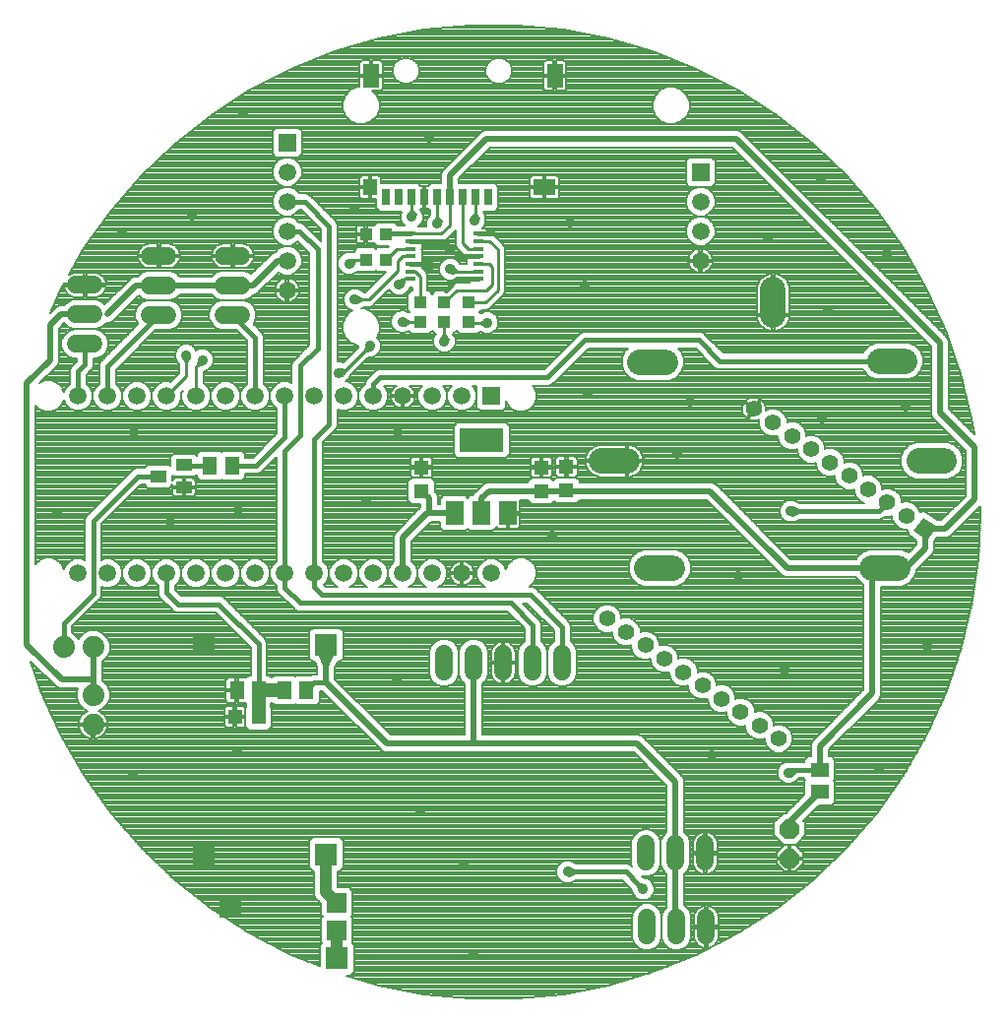
<source format=gbl>
G75*
%MOIN*%
%OFA0B0*%
%FSLAX25Y25*%
%IPPOS*%
%LPD*%
%AMOC8*
5,1,8,0,0,1.08239X$1,22.5*
%
%ADD10R,0.05906X0.05906*%
%ADD11C,0.05906*%
%ADD12C,0.05600*%
%ADD13R,0.05600X0.05600*%
%ADD14C,0.06000*%
%ADD15C,0.08600*%
%ADD16R,0.05900X0.07900*%
%ADD17R,0.15000X0.07900*%
%ADD18R,0.05118X0.04724*%
%ADD19R,0.04331X0.03937*%
%ADD20R,0.03543X0.01378*%
%ADD21R,0.03937X0.04331*%
%ADD22R,0.05512X0.07874*%
%ADD23R,0.05039X0.05512*%
%ADD24R,0.07677X0.05512*%
%ADD25R,0.02756X0.05512*%
%ADD26R,0.05118X0.06299*%
%ADD27R,0.04724X0.05118*%
%ADD28R,0.05512X0.03937*%
%ADD29C,0.07400*%
%ADD30R,0.06299X0.05118*%
%ADD31OC8,0.06600*%
%ADD32R,0.07600X0.07600*%
%ADD33C,0.00800*%
%ADD34C,0.01600*%
%ADD35C,0.03569*%
%ADD36C,0.02000*%
%ADD37C,0.01000*%
%ADD38R,0.06600X0.06600*%
%ADD39C,0.04000*%
%ADD40C,0.04500*%
D10*
X0167923Y0207923D03*
X0238723Y0283723D03*
X0098723Y0293723D03*
D11*
X0098723Y0283723D03*
X0098723Y0273723D03*
X0098723Y0263723D03*
X0098723Y0253723D03*
X0098723Y0243723D03*
X0097923Y0207923D03*
X0107923Y0207923D03*
X0117923Y0207923D03*
X0127923Y0207923D03*
X0137923Y0207923D03*
X0147923Y0207923D03*
X0157923Y0207923D03*
X0157923Y0147923D03*
X0167923Y0147923D03*
X0147923Y0147923D03*
X0137923Y0147923D03*
X0127923Y0147923D03*
X0117923Y0147923D03*
X0107923Y0147923D03*
X0097923Y0147923D03*
X0087923Y0147923D03*
X0077923Y0147923D03*
X0067923Y0147923D03*
X0057923Y0147923D03*
X0047923Y0147923D03*
X0037923Y0147923D03*
X0027923Y0147923D03*
X0027923Y0207923D03*
X0037923Y0207923D03*
X0047923Y0207923D03*
X0057923Y0207923D03*
X0067923Y0207923D03*
X0077923Y0207923D03*
X0087923Y0207923D03*
X0238723Y0253723D03*
X0238723Y0263723D03*
X0238723Y0273723D03*
D12*
X0256813Y0203499D03*
X0263263Y0198983D03*
X0269713Y0194466D03*
X0276163Y0189950D03*
X0282613Y0185434D03*
X0289063Y0180917D03*
X0295513Y0176401D03*
X0301963Y0171885D03*
X0308413Y0167368D03*
X0245833Y0105451D03*
X0239383Y0109967D03*
X0232933Y0114484D03*
X0226483Y0119000D03*
X0220033Y0123516D03*
X0213583Y0128033D03*
X0207133Y0132549D03*
X0252283Y0100934D03*
X0258733Y0096418D03*
X0265183Y0091902D03*
D13*
G36*
X0310964Y0162165D02*
X0314176Y0166751D01*
X0318762Y0163539D01*
X0315550Y0158953D01*
X0310964Y0162165D01*
G37*
D14*
X0240298Y0056211D02*
X0240298Y0050211D01*
X0230298Y0050211D02*
X0230298Y0056211D01*
X0220298Y0056211D02*
X0220298Y0050211D01*
X0220623Y0031223D02*
X0220623Y0025223D01*
X0230623Y0025223D02*
X0230623Y0031223D01*
X0240623Y0031223D02*
X0240623Y0025223D01*
X0191891Y0114617D02*
X0191891Y0120617D01*
X0181891Y0120617D02*
X0181891Y0114617D01*
X0171891Y0114617D02*
X0171891Y0120617D01*
X0161891Y0120617D02*
X0161891Y0114617D01*
X0151891Y0114617D02*
X0151891Y0120617D01*
X0083323Y0235365D02*
X0077323Y0235365D01*
X0077323Y0245365D02*
X0083323Y0245365D01*
X0083323Y0255365D02*
X0077323Y0255365D01*
X0058323Y0255365D02*
X0052323Y0255365D01*
X0052323Y0245365D02*
X0058323Y0245365D01*
X0058323Y0235365D02*
X0052323Y0235365D01*
X0033323Y0235523D02*
X0027323Y0235523D01*
X0027323Y0225523D02*
X0033323Y0225523D01*
X0033323Y0245523D02*
X0027323Y0245523D01*
D15*
X0205310Y0185952D02*
X0213910Y0185952D01*
X0218302Y0219417D02*
X0226902Y0219417D01*
X0263320Y0235361D02*
X0263320Y0243961D01*
X0299343Y0219810D02*
X0307943Y0219810D01*
X0312729Y0185952D02*
X0321329Y0185952D01*
X0305581Y0149731D02*
X0296981Y0149731D01*
X0229265Y0149731D02*
X0220665Y0149731D01*
D16*
X0173423Y0168223D03*
X0164423Y0168223D03*
X0155423Y0168223D03*
D17*
X0164523Y0193023D03*
D18*
X0184823Y0183823D03*
X0184823Y0175823D03*
X0193290Y0175983D03*
X0193290Y0183983D03*
X0144223Y0183823D03*
X0144223Y0175823D03*
D19*
X0143683Y0232935D03*
X0143683Y0239628D03*
X0151951Y0239628D03*
X0151951Y0232935D03*
X0160219Y0232935D03*
X0160219Y0239628D03*
X0132069Y0262660D03*
X0125376Y0262660D03*
D20*
X0140435Y0262857D03*
X0140435Y0260298D03*
X0140435Y0257739D03*
X0140435Y0255180D03*
X0140435Y0252620D03*
X0140435Y0250061D03*
X0140435Y0247502D03*
X0163467Y0247502D03*
X0163467Y0250061D03*
X0163467Y0252620D03*
X0163467Y0255180D03*
X0163467Y0257739D03*
X0163467Y0260298D03*
X0163467Y0262857D03*
D21*
X0132069Y0253998D03*
X0125376Y0253998D03*
D22*
X0127148Y0316400D03*
X0189353Y0316400D03*
D23*
X0126912Y0278605D03*
D24*
X0185908Y0278605D03*
D25*
X0166912Y0275180D03*
X0162581Y0275180D03*
X0158250Y0275180D03*
X0153920Y0275180D03*
X0149589Y0275180D03*
X0145258Y0275180D03*
X0140928Y0275180D03*
X0136597Y0275180D03*
X0132266Y0275180D03*
D26*
X0080101Y0184313D03*
X0072620Y0184313D03*
X0081676Y0108329D03*
X0089156Y0108329D03*
X0097817Y0108329D03*
X0105298Y0108329D03*
D27*
X0089022Y0099274D03*
X0081022Y0099274D03*
D28*
X0063762Y0177030D03*
X0063762Y0184510D03*
X0055101Y0180770D03*
D29*
X0033054Y0122896D03*
X0023054Y0122896D03*
X0033054Y0106754D03*
X0033054Y0096754D03*
D30*
X0279117Y0081361D03*
X0279117Y0073880D03*
D31*
X0268880Y0061361D03*
X0268880Y0051361D03*
D32*
X0115623Y0017523D03*
X0111991Y0052817D03*
X0079510Y0035101D03*
X0070652Y0052817D03*
X0070652Y0123683D03*
X0111991Y0123683D03*
D33*
X0106191Y0053133D02*
X0051229Y0053133D01*
X0052067Y0052335D02*
X0106191Y0052335D01*
X0106191Y0051536D02*
X0052904Y0051536D01*
X0053742Y0050738D02*
X0106191Y0050738D01*
X0106191Y0049939D02*
X0054579Y0049939D01*
X0055416Y0049141D02*
X0106191Y0049141D01*
X0106191Y0048342D02*
X0056254Y0048342D01*
X0057091Y0047544D02*
X0106836Y0047544D01*
X0107362Y0047017D02*
X0106191Y0048189D01*
X0106191Y0057446D01*
X0107362Y0058617D01*
X0116619Y0058617D01*
X0117791Y0057446D01*
X0117791Y0048189D01*
X0116619Y0047017D01*
X0115991Y0047017D01*
X0115991Y0041623D01*
X0119751Y0041623D01*
X0120923Y0040451D01*
X0120923Y0032194D01*
X0120451Y0031723D01*
X0120923Y0031251D01*
X0120923Y0022994D01*
X0120751Y0022823D01*
X0121423Y0022151D01*
X0121423Y0012894D01*
X0120251Y0011723D01*
X0118691Y0011723D01*
X0129841Y0008449D01*
X0145252Y0005479D01*
X0160875Y0003987D01*
X0176570Y0003987D01*
X0192194Y0005479D01*
X0207605Y0008449D01*
X0222664Y0012871D01*
X0237234Y0018704D01*
X0251184Y0025895D01*
X0264387Y0034381D01*
X0276724Y0044082D01*
X0288083Y0054913D01*
X0298361Y0066774D01*
X0307465Y0079559D01*
X0315312Y0093151D01*
X0321832Y0107427D01*
X0326965Y0122259D01*
X0330665Y0137511D01*
X0332899Y0153046D01*
X0332899Y0153046D01*
X0333646Y0168723D01*
X0333550Y0170725D01*
X0323978Y0161153D01*
X0323134Y0160309D01*
X0322031Y0159852D01*
X0318622Y0159852D01*
X0317863Y0158768D01*
X0317863Y0155684D01*
X0317407Y0154581D01*
X0311881Y0149056D01*
X0311881Y0148478D01*
X0310922Y0146163D01*
X0309150Y0144391D01*
X0306834Y0143431D01*
X0299981Y0143431D01*
X0299981Y0106699D01*
X0299524Y0105597D01*
X0298680Y0104753D01*
X0282117Y0088189D01*
X0282117Y0085920D01*
X0283095Y0085920D01*
X0284266Y0084748D01*
X0284266Y0077973D01*
X0283913Y0077620D01*
X0284266Y0077268D01*
X0284266Y0070493D01*
X0283095Y0069321D01*
X0278800Y0069321D01*
X0273608Y0064129D01*
X0274180Y0063556D01*
X0274180Y0059165D01*
X0271076Y0056061D01*
X0266685Y0056061D01*
X0263580Y0059165D01*
X0263580Y0063556D01*
X0266685Y0066661D01*
X0267654Y0066661D01*
X0273967Y0072973D01*
X0273967Y0077268D01*
X0274320Y0077620D01*
X0273967Y0077973D01*
X0273967Y0078561D01*
X0271935Y0078561D01*
X0271739Y0078341D01*
X0271695Y0078233D01*
X0271243Y0077781D01*
X0270978Y0077483D01*
X0270948Y0077448D01*
X0270923Y0077436D01*
X0270875Y0077413D01*
X0270630Y0077168D01*
X0269239Y0076592D01*
X0267734Y0076592D01*
X0266343Y0077168D01*
X0265278Y0078233D01*
X0264702Y0079624D01*
X0264702Y0081129D01*
X0265278Y0082520D01*
X0266343Y0083584D01*
X0267734Y0084161D01*
X0267930Y0084161D01*
X0267930Y0084161D01*
X0268493Y0084161D01*
X0270592Y0084161D01*
X0271064Y0084189D01*
X0271146Y0084161D01*
X0273967Y0084161D01*
X0273967Y0084748D01*
X0275138Y0085920D01*
X0276117Y0085920D01*
X0276117Y0090028D01*
X0276573Y0091131D01*
X0293981Y0108539D01*
X0293981Y0144155D01*
X0293412Y0144391D01*
X0291640Y0146163D01*
X0291405Y0146731D01*
X0267432Y0146731D01*
X0266330Y0147188D01*
X0240695Y0172823D01*
X0197849Y0172823D01*
X0197849Y0172792D01*
X0196677Y0171620D01*
X0189902Y0171620D01*
X0189136Y0172387D01*
X0188210Y0171461D01*
X0181435Y0171461D01*
X0180264Y0172632D01*
X0180264Y0172823D01*
X0177369Y0172823D01*
X0177479Y0172631D01*
X0177560Y0172329D01*
X0177560Y0168623D01*
X0173823Y0168623D01*
X0173823Y0167823D01*
X0177560Y0167823D01*
X0177560Y0164116D01*
X0177479Y0163815D01*
X0177323Y0163544D01*
X0177102Y0163323D01*
X0176831Y0163166D01*
X0176529Y0163085D01*
X0173823Y0163085D01*
X0173823Y0167823D01*
X0173023Y0167823D01*
X0173023Y0163085D01*
X0170316Y0163085D01*
X0170015Y0163166D01*
X0169744Y0163323D01*
X0169523Y0163544D01*
X0169373Y0163803D01*
X0169373Y0163444D01*
X0168201Y0162273D01*
X0160644Y0162273D01*
X0159923Y0162994D01*
X0159201Y0162273D01*
X0151644Y0162273D01*
X0150473Y0163444D01*
X0150473Y0165223D01*
X0147339Y0165223D01*
X0140923Y0158806D01*
X0140923Y0151927D01*
X0142122Y0150728D01*
X0142876Y0148908D01*
X0142876Y0146938D01*
X0142122Y0145117D01*
X0140728Y0143724D01*
X0139976Y0143413D01*
X0145869Y0143413D01*
X0145117Y0143724D01*
X0143724Y0145117D01*
X0142970Y0146938D01*
X0142970Y0148908D01*
X0143724Y0150728D01*
X0145117Y0152122D01*
X0146938Y0152876D01*
X0148908Y0152876D01*
X0150728Y0152122D01*
X0152122Y0150728D01*
X0152876Y0148908D01*
X0152876Y0146938D01*
X0152122Y0145117D01*
X0150728Y0143724D01*
X0149976Y0143413D01*
X0165869Y0143413D01*
X0165117Y0143724D01*
X0163724Y0145117D01*
X0162970Y0146938D01*
X0162970Y0148908D01*
X0163724Y0150728D01*
X0165117Y0152122D01*
X0166938Y0152876D01*
X0168908Y0152876D01*
X0170728Y0152122D01*
X0172122Y0150728D01*
X0172762Y0149182D01*
X0173472Y0150897D01*
X0174949Y0152374D01*
X0176879Y0153173D01*
X0178967Y0153173D01*
X0180897Y0152374D01*
X0182374Y0150897D01*
X0183173Y0148967D01*
X0183173Y0146879D01*
X0182374Y0144949D01*
X0180897Y0143472D01*
X0180753Y0143413D01*
X0181642Y0143413D01*
X0182671Y0142986D01*
X0193477Y0132181D01*
X0194264Y0131393D01*
X0194691Y0130364D01*
X0194691Y0124869D01*
X0194723Y0124856D01*
X0196129Y0123450D01*
X0196891Y0121612D01*
X0196891Y0113623D01*
X0196129Y0111785D01*
X0194723Y0110379D01*
X0192885Y0109617D01*
X0190896Y0109617D01*
X0189058Y0110379D01*
X0187652Y0111785D01*
X0186891Y0113623D01*
X0186891Y0121612D01*
X0187652Y0123450D01*
X0189058Y0124856D01*
X0189091Y0124869D01*
X0189091Y0128647D01*
X0179925Y0137813D01*
X0178396Y0137813D01*
X0183477Y0132732D01*
X0184264Y0131944D01*
X0184691Y0130915D01*
X0184691Y0124869D01*
X0184723Y0124856D01*
X0186129Y0123450D01*
X0186891Y0121612D01*
X0186891Y0113623D01*
X0186129Y0111785D01*
X0184723Y0110379D01*
X0182885Y0109617D01*
X0180896Y0109617D01*
X0179058Y0110379D01*
X0177652Y0111785D01*
X0176891Y0113623D01*
X0176891Y0121612D01*
X0177652Y0123450D01*
X0179058Y0124856D01*
X0179091Y0124869D01*
X0179091Y0129198D01*
X0173232Y0135057D01*
X0102575Y0135057D01*
X0101546Y0135483D01*
X0100759Y0136271D01*
X0095549Y0141480D01*
X0095123Y0142509D01*
X0095123Y0143722D01*
X0095117Y0143724D01*
X0093724Y0145117D01*
X0092970Y0146938D01*
X0092970Y0148908D01*
X0093724Y0150728D01*
X0095117Y0152122D01*
X0095123Y0152124D01*
X0095123Y0187305D01*
X0089758Y0181940D01*
X0088729Y0181513D01*
X0084660Y0181513D01*
X0084660Y0180335D01*
X0083488Y0179164D01*
X0076713Y0179164D01*
X0076361Y0179516D01*
X0076008Y0179164D01*
X0069233Y0179164D01*
X0068061Y0180335D01*
X0068061Y0181257D01*
X0067347Y0180542D01*
X0060178Y0180542D01*
X0059857Y0180863D01*
X0059857Y0179296D01*
X0059900Y0179457D01*
X0060056Y0179727D01*
X0060277Y0179949D01*
X0060548Y0180105D01*
X0060850Y0180186D01*
X0063362Y0180186D01*
X0063362Y0177430D01*
X0063362Y0176630D01*
X0059819Y0176630D01*
X0059819Y0174905D01*
X0059900Y0174603D01*
X0060056Y0174332D01*
X0060277Y0174111D01*
X0060548Y0173955D01*
X0060850Y0173874D01*
X0063362Y0173874D01*
X0063362Y0176630D01*
X0064162Y0176630D01*
X0064162Y0173874D01*
X0066674Y0173874D01*
X0066976Y0173955D01*
X0067247Y0174111D01*
X0067468Y0174332D01*
X0067625Y0174603D01*
X0067705Y0174905D01*
X0067705Y0176630D01*
X0064162Y0176630D01*
X0064162Y0177430D01*
X0063362Y0177430D01*
X0059819Y0177430D01*
X0059819Y0177935D01*
X0058685Y0176802D01*
X0051516Y0176802D01*
X0050348Y0177970D01*
X0049174Y0177970D01*
X0035854Y0164650D01*
X0035854Y0152427D01*
X0036938Y0152876D01*
X0038908Y0152876D01*
X0040728Y0152122D01*
X0042122Y0150728D01*
X0042876Y0148908D01*
X0042876Y0146938D01*
X0042122Y0145117D01*
X0040728Y0143724D01*
X0038908Y0142970D01*
X0036938Y0142970D01*
X0035854Y0143419D01*
X0035854Y0140449D01*
X0035427Y0139420D01*
X0034640Y0138633D01*
X0025854Y0129846D01*
X0025854Y0127906D01*
X0026282Y0127728D01*
X0027886Y0126125D01*
X0028054Y0125720D01*
X0028221Y0126125D01*
X0029825Y0127728D01*
X0031920Y0128596D01*
X0034187Y0128596D01*
X0036282Y0127728D01*
X0037886Y0126125D01*
X0038754Y0124030D01*
X0038754Y0121762D01*
X0037886Y0119667D01*
X0036282Y0118064D01*
X0036054Y0117969D01*
X0036054Y0111681D01*
X0036282Y0111587D01*
X0037886Y0109983D01*
X0038754Y0107888D01*
X0038754Y0105621D01*
X0037886Y0103526D01*
X0036282Y0101922D01*
X0034824Y0101318D01*
X0034930Y0101284D01*
X0035615Y0100934D01*
X0036237Y0100482D01*
X0036781Y0099938D01*
X0037234Y0099316D01*
X0037583Y0098630D01*
X0037821Y0097899D01*
X0037938Y0097154D01*
X0033454Y0097154D01*
X0033454Y0096354D01*
X0037938Y0096354D01*
X0037821Y0095610D01*
X0037583Y0094878D01*
X0037234Y0094193D01*
X0036781Y0093570D01*
X0036237Y0093026D01*
X0035615Y0092574D01*
X0034930Y0092225D01*
X0034198Y0091987D01*
X0033454Y0091869D01*
X0033454Y0096354D01*
X0032654Y0096354D01*
X0032654Y0091869D01*
X0031909Y0091987D01*
X0031177Y0092225D01*
X0030492Y0092574D01*
X0029870Y0093026D01*
X0029326Y0093570D01*
X0028873Y0094193D01*
X0028524Y0094878D01*
X0028286Y0095610D01*
X0028169Y0096354D01*
X0032653Y0096354D01*
X0032653Y0097154D01*
X0028169Y0097154D01*
X0028286Y0097899D01*
X0028524Y0098630D01*
X0028873Y0099316D01*
X0029326Y0099938D01*
X0029870Y0100482D01*
X0030492Y0100934D01*
X0031177Y0101284D01*
X0031283Y0101318D01*
X0029825Y0101922D01*
X0028221Y0103526D01*
X0027354Y0105621D01*
X0027354Y0107888D01*
X0027761Y0108872D01*
X0021827Y0108872D01*
X0020724Y0109329D01*
X0019880Y0110173D01*
X0011902Y0118151D01*
X0015614Y0107427D01*
X0022134Y0093151D01*
X0029981Y0079559D01*
X0039085Y0066774D01*
X0049363Y0054913D01*
X0060721Y0044082D01*
X0073058Y0034381D01*
X0086261Y0025895D01*
X0100211Y0018704D01*
X0109823Y0014856D01*
X0109823Y0022151D01*
X0110494Y0022823D01*
X0110323Y0022994D01*
X0110323Y0031251D01*
X0110794Y0031723D01*
X0110323Y0032194D01*
X0110323Y0035966D01*
X0109725Y0036564D01*
X0108600Y0037689D01*
X0107991Y0039159D01*
X0107991Y0047017D01*
X0107362Y0047017D01*
X0107991Y0046745D02*
X0057929Y0046745D01*
X0058766Y0045947D02*
X0107991Y0045947D01*
X0107991Y0045148D02*
X0059604Y0045148D01*
X0060441Y0044350D02*
X0107991Y0044350D01*
X0107991Y0043551D02*
X0061397Y0043551D01*
X0062412Y0042753D02*
X0107991Y0042753D01*
X0107991Y0041954D02*
X0063428Y0041954D01*
X0064443Y0041156D02*
X0107991Y0041156D01*
X0107991Y0040357D02*
X0065459Y0040357D01*
X0066474Y0039559D02*
X0107991Y0039559D01*
X0108156Y0038760D02*
X0067489Y0038760D01*
X0068505Y0037962D02*
X0108487Y0037962D01*
X0109126Y0037163D02*
X0069520Y0037163D01*
X0070536Y0036365D02*
X0109924Y0036365D01*
X0110323Y0035566D02*
X0071551Y0035566D01*
X0072566Y0034767D02*
X0110323Y0034767D01*
X0110323Y0033969D02*
X0073699Y0033969D01*
X0074941Y0033170D02*
X0110323Y0033170D01*
X0110323Y0032372D02*
X0076184Y0032372D01*
X0077426Y0031573D02*
X0110645Y0031573D01*
X0110323Y0030775D02*
X0078669Y0030775D01*
X0079911Y0029976D02*
X0110323Y0029976D01*
X0110323Y0029178D02*
X0081154Y0029178D01*
X0082396Y0028379D02*
X0110323Y0028379D01*
X0110323Y0027581D02*
X0083639Y0027581D01*
X0084881Y0026782D02*
X0110323Y0026782D01*
X0110323Y0025984D02*
X0086124Y0025984D01*
X0087639Y0025185D02*
X0110323Y0025185D01*
X0110323Y0024387D02*
X0089188Y0024387D01*
X0090737Y0023588D02*
X0110323Y0023588D01*
X0110461Y0022790D02*
X0092286Y0022790D01*
X0093834Y0021991D02*
X0109823Y0021991D01*
X0109823Y0021193D02*
X0095383Y0021193D01*
X0096932Y0020394D02*
X0109823Y0020394D01*
X0109823Y0019596D02*
X0098481Y0019596D01*
X0100030Y0018797D02*
X0109823Y0018797D01*
X0109823Y0017999D02*
X0101972Y0017999D01*
X0103967Y0017200D02*
X0109823Y0017200D01*
X0109823Y0016402D02*
X0105962Y0016402D01*
X0107956Y0015603D02*
X0109823Y0015603D01*
X0119073Y0011611D02*
X0218373Y0011611D01*
X0221092Y0012409D02*
X0120938Y0012409D01*
X0121423Y0013208D02*
X0223506Y0013208D01*
X0225500Y0014006D02*
X0121423Y0014006D01*
X0121423Y0014805D02*
X0227495Y0014805D01*
X0229490Y0015603D02*
X0121423Y0015603D01*
X0121423Y0016402D02*
X0231484Y0016402D01*
X0233479Y0017200D02*
X0121423Y0017200D01*
X0121423Y0017999D02*
X0235473Y0017999D01*
X0237416Y0018797D02*
X0121423Y0018797D01*
X0121423Y0019596D02*
X0238965Y0019596D01*
X0239475Y0021193D02*
X0233664Y0021193D01*
X0233455Y0020984D02*
X0234862Y0022391D01*
X0235623Y0024228D01*
X0235623Y0032217D01*
X0234862Y0034055D01*
X0233455Y0035462D01*
X0233298Y0035527D01*
X0233298Y0046140D01*
X0234536Y0047379D01*
X0235298Y0049216D01*
X0235298Y0057206D01*
X0234536Y0059043D01*
X0233298Y0060282D01*
X0233298Y0077824D01*
X0232841Y0078926D01*
X0219849Y0091918D01*
X0219005Y0092762D01*
X0217902Y0093219D01*
X0164891Y0093219D01*
X0164891Y0110546D01*
X0166129Y0111785D01*
X0166891Y0113623D01*
X0166891Y0121612D01*
X0166129Y0123450D01*
X0164723Y0124856D01*
X0162885Y0125617D01*
X0160896Y0125617D01*
X0159058Y0124856D01*
X0157652Y0123450D01*
X0156891Y0121612D01*
X0156891Y0113623D01*
X0157652Y0111785D01*
X0158891Y0110546D01*
X0158891Y0093219D01*
X0133902Y0093219D01*
X0114991Y0112131D01*
X0114991Y0115979D01*
X0115810Y0117883D01*
X0116619Y0117883D01*
X0117791Y0119055D01*
X0117791Y0128312D01*
X0116619Y0129483D01*
X0107362Y0129483D01*
X0106191Y0128312D01*
X0106191Y0119055D01*
X0107362Y0117883D01*
X0108171Y0117883D01*
X0108991Y0115979D01*
X0108991Y0113688D01*
X0107300Y0113688D01*
X0106794Y0113479D01*
X0101910Y0113479D01*
X0101557Y0113126D01*
X0101205Y0113479D01*
X0094430Y0113479D01*
X0093530Y0112579D01*
X0093443Y0112579D01*
X0092543Y0113479D01*
X0091956Y0113479D01*
X0091956Y0124437D01*
X0091530Y0125466D01*
X0090742Y0126254D01*
X0077159Y0139837D01*
X0076130Y0140263D01*
X0062953Y0140263D01*
X0060723Y0142494D01*
X0060723Y0143722D01*
X0060728Y0143724D01*
X0062122Y0145117D01*
X0062876Y0146938D01*
X0062876Y0148908D01*
X0062122Y0150728D01*
X0060728Y0152122D01*
X0058908Y0152876D01*
X0056938Y0152876D01*
X0055117Y0152122D01*
X0053724Y0150728D01*
X0052970Y0148908D01*
X0052970Y0146938D01*
X0053724Y0145117D01*
X0055117Y0143724D01*
X0055123Y0143722D01*
X0055123Y0140777D01*
X0055549Y0139748D01*
X0059420Y0135877D01*
X0060208Y0135089D01*
X0061237Y0134663D01*
X0074413Y0134663D01*
X0086356Y0122721D01*
X0086356Y0113479D01*
X0085768Y0113479D01*
X0084808Y0112519D01*
X0084693Y0112585D01*
X0084391Y0112666D01*
X0082076Y0112666D01*
X0082076Y0108729D01*
X0081276Y0108729D01*
X0081276Y0112666D01*
X0078960Y0112666D01*
X0078658Y0112585D01*
X0078387Y0112429D01*
X0078166Y0112208D01*
X0078010Y0111937D01*
X0077929Y0111635D01*
X0077929Y0108729D01*
X0081276Y0108729D01*
X0081276Y0107929D01*
X0082076Y0107929D01*
X0082076Y0103992D01*
X0084391Y0103992D01*
X0084693Y0104073D01*
X0084772Y0104119D01*
X0084772Y0102774D01*
X0084660Y0102661D01*
X0084660Y0095887D01*
X0085831Y0094715D01*
X0092213Y0094715D01*
X0093384Y0095887D01*
X0093384Y0102661D01*
X0093272Y0102774D01*
X0093272Y0103908D01*
X0093443Y0104079D01*
X0093530Y0104079D01*
X0094430Y0103180D01*
X0101205Y0103180D01*
X0101557Y0103532D01*
X0101910Y0103180D01*
X0108685Y0103180D01*
X0109857Y0104351D01*
X0109857Y0108088D01*
X0110548Y0108088D01*
X0130117Y0088520D01*
X0130960Y0087676D01*
X0132063Y0087219D01*
X0216063Y0087219D01*
X0227298Y0075984D01*
X0227298Y0060282D01*
X0226059Y0059043D01*
X0225298Y0057206D01*
X0225298Y0049216D01*
X0226059Y0047379D01*
X0227298Y0046140D01*
X0227298Y0034969D01*
X0226384Y0034055D01*
X0225623Y0032217D01*
X0225623Y0024228D01*
X0226384Y0022391D01*
X0227791Y0020984D01*
X0229628Y0020223D01*
X0231617Y0020223D01*
X0233455Y0020984D01*
X0234462Y0021991D02*
X0237947Y0021991D01*
X0237895Y0022029D02*
X0238428Y0021641D01*
X0239015Y0021342D01*
X0239642Y0021139D01*
X0240223Y0021047D01*
X0240223Y0027823D01*
X0236435Y0027823D01*
X0236435Y0024893D01*
X0236539Y0024242D01*
X0236742Y0023615D01*
X0237041Y0023028D01*
X0237429Y0022495D01*
X0237895Y0022029D01*
X0237215Y0022790D02*
X0235027Y0022790D01*
X0235358Y0023588D02*
X0236756Y0023588D01*
X0236516Y0024387D02*
X0235623Y0024387D01*
X0235623Y0025185D02*
X0236435Y0025185D01*
X0236435Y0025984D02*
X0235623Y0025984D01*
X0235623Y0026782D02*
X0236435Y0026782D01*
X0236435Y0027581D02*
X0235623Y0027581D01*
X0235623Y0028379D02*
X0240223Y0028379D01*
X0240223Y0028623D02*
X0240223Y0027823D01*
X0241023Y0027823D01*
X0241023Y0028623D01*
X0240223Y0028623D01*
X0240223Y0035399D01*
X0239642Y0035307D01*
X0239015Y0035103D01*
X0238428Y0034804D01*
X0237895Y0034417D01*
X0237429Y0033951D01*
X0237041Y0033418D01*
X0236742Y0032830D01*
X0236539Y0032203D01*
X0236435Y0031552D01*
X0236435Y0028623D01*
X0240223Y0028623D01*
X0240223Y0029178D02*
X0241023Y0029178D01*
X0241023Y0028623D02*
X0241023Y0035399D01*
X0241603Y0035307D01*
X0242230Y0035103D01*
X0242818Y0034804D01*
X0243351Y0034417D01*
X0243817Y0033951D01*
X0244204Y0033418D01*
X0244503Y0032830D01*
X0244707Y0032203D01*
X0244810Y0031552D01*
X0244810Y0028623D01*
X0241023Y0028623D01*
X0241023Y0028379D02*
X0255049Y0028379D01*
X0253807Y0027581D02*
X0244810Y0027581D01*
X0244810Y0027823D02*
X0241023Y0027823D01*
X0241023Y0021047D01*
X0241603Y0021139D01*
X0242230Y0021342D01*
X0242818Y0021641D01*
X0243351Y0022029D01*
X0243817Y0022495D01*
X0244204Y0023028D01*
X0244503Y0023615D01*
X0244707Y0024242D01*
X0244810Y0024893D01*
X0244810Y0027823D01*
X0244810Y0026782D02*
X0252564Y0026782D01*
X0251322Y0025984D02*
X0244810Y0025984D01*
X0244810Y0025185D02*
X0249807Y0025185D01*
X0248258Y0024387D02*
X0244730Y0024387D01*
X0244490Y0023588D02*
X0246709Y0023588D01*
X0245160Y0022790D02*
X0244031Y0022790D01*
X0243611Y0021991D02*
X0243299Y0021991D01*
X0242062Y0021193D02*
X0241770Y0021193D01*
X0241023Y0021193D02*
X0240223Y0021193D01*
X0240223Y0021991D02*
X0241023Y0021991D01*
X0241023Y0022790D02*
X0240223Y0022790D01*
X0240223Y0023588D02*
X0241023Y0023588D01*
X0241023Y0024387D02*
X0240223Y0024387D01*
X0240223Y0025185D02*
X0241023Y0025185D01*
X0241023Y0025984D02*
X0240223Y0025984D01*
X0240223Y0026782D02*
X0241023Y0026782D01*
X0241023Y0027581D02*
X0240223Y0027581D01*
X0240223Y0029976D02*
X0241023Y0029976D01*
X0241023Y0030775D02*
X0240223Y0030775D01*
X0240223Y0031573D02*
X0241023Y0031573D01*
X0241023Y0032372D02*
X0240223Y0032372D01*
X0240223Y0033170D02*
X0241023Y0033170D01*
X0241023Y0033969D02*
X0240223Y0033969D01*
X0240223Y0034767D02*
X0241023Y0034767D01*
X0242868Y0034767D02*
X0264879Y0034767D01*
X0265895Y0035566D02*
X0233298Y0035566D01*
X0233298Y0036365D02*
X0266910Y0036365D01*
X0267926Y0037163D02*
X0233298Y0037163D01*
X0233298Y0037962D02*
X0268941Y0037962D01*
X0269956Y0038760D02*
X0233298Y0038760D01*
X0233298Y0039559D02*
X0270972Y0039559D01*
X0271987Y0040357D02*
X0233298Y0040357D01*
X0233298Y0041156D02*
X0273003Y0041156D01*
X0274018Y0041954D02*
X0233298Y0041954D01*
X0233298Y0042753D02*
X0275033Y0042753D01*
X0276049Y0043551D02*
X0233298Y0043551D01*
X0233298Y0044350D02*
X0277005Y0044350D01*
X0277842Y0045148D02*
X0233298Y0045148D01*
X0233298Y0045947D02*
X0278679Y0045947D01*
X0279517Y0046745D02*
X0242651Y0046745D01*
X0242492Y0046630D02*
X0243026Y0047017D01*
X0243492Y0047483D01*
X0243879Y0048016D01*
X0244178Y0048604D01*
X0244382Y0049230D01*
X0244485Y0049881D01*
X0244485Y0052811D01*
X0240698Y0052811D01*
X0240698Y0053611D01*
X0244485Y0053611D01*
X0244485Y0056541D01*
X0244382Y0057192D01*
X0244178Y0057818D01*
X0243879Y0058406D01*
X0243492Y0058939D01*
X0243026Y0059405D01*
X0242492Y0059792D01*
X0241905Y0060092D01*
X0241278Y0060295D01*
X0240698Y0060387D01*
X0240698Y0053611D01*
X0239898Y0053611D01*
X0239898Y0060387D01*
X0239317Y0060295D01*
X0238690Y0060092D01*
X0238103Y0059792D01*
X0237570Y0059405D01*
X0237104Y0058939D01*
X0236716Y0058406D01*
X0236417Y0057818D01*
X0236213Y0057192D01*
X0236110Y0056541D01*
X0236110Y0053611D01*
X0239898Y0053611D01*
X0239898Y0052811D01*
X0240698Y0052811D01*
X0240698Y0046035D01*
X0241278Y0046127D01*
X0241905Y0046330D01*
X0242492Y0046630D01*
X0243536Y0047544D02*
X0266351Y0047544D01*
X0267022Y0046873D02*
X0264393Y0049502D01*
X0264393Y0050961D01*
X0268480Y0050961D01*
X0268480Y0051761D01*
X0268480Y0055848D01*
X0267022Y0055848D01*
X0264393Y0053219D01*
X0264393Y0051761D01*
X0268480Y0051761D01*
X0269280Y0051761D01*
X0269280Y0055848D01*
X0270739Y0055848D01*
X0273368Y0053219D01*
X0273368Y0051761D01*
X0269280Y0051761D01*
X0269280Y0050961D01*
X0273368Y0050961D01*
X0273368Y0049502D01*
X0270739Y0046873D01*
X0269280Y0046873D01*
X0269280Y0050961D01*
X0268480Y0050961D01*
X0268480Y0046873D01*
X0267022Y0046873D01*
X0268480Y0047544D02*
X0269280Y0047544D01*
X0269280Y0048342D02*
X0268480Y0048342D01*
X0268480Y0049141D02*
X0269280Y0049141D01*
X0269280Y0049939D02*
X0268480Y0049939D01*
X0268480Y0050738D02*
X0269280Y0050738D01*
X0269280Y0051536D02*
X0284542Y0051536D01*
X0285379Y0052335D02*
X0273368Y0052335D01*
X0273368Y0053133D02*
X0286217Y0053133D01*
X0287054Y0053932D02*
X0272655Y0053932D01*
X0271857Y0054730D02*
X0287891Y0054730D01*
X0288617Y0055529D02*
X0271058Y0055529D01*
X0271342Y0056327D02*
X0289309Y0056327D01*
X0290000Y0057126D02*
X0272141Y0057126D01*
X0272939Y0057924D02*
X0290692Y0057924D01*
X0291384Y0058723D02*
X0273738Y0058723D01*
X0274180Y0059521D02*
X0292076Y0059521D01*
X0292768Y0060320D02*
X0274180Y0060320D01*
X0274180Y0061118D02*
X0293460Y0061118D01*
X0294152Y0061917D02*
X0274180Y0061917D01*
X0274180Y0062715D02*
X0294844Y0062715D01*
X0295536Y0063514D02*
X0274180Y0063514D01*
X0273791Y0064312D02*
X0296228Y0064312D01*
X0296920Y0065111D02*
X0274590Y0065111D01*
X0275388Y0065909D02*
X0297612Y0065909D01*
X0298303Y0066708D02*
X0276187Y0066708D01*
X0276985Y0067506D02*
X0298882Y0067506D01*
X0299451Y0068305D02*
X0277784Y0068305D01*
X0278582Y0069103D02*
X0300020Y0069103D01*
X0300588Y0069902D02*
X0283675Y0069902D01*
X0284266Y0070701D02*
X0301157Y0070701D01*
X0301725Y0071499D02*
X0284266Y0071499D01*
X0284266Y0072298D02*
X0302294Y0072298D01*
X0302863Y0073096D02*
X0284266Y0073096D01*
X0284266Y0073895D02*
X0303431Y0073895D01*
X0304000Y0074693D02*
X0284266Y0074693D01*
X0284266Y0075492D02*
X0304568Y0075492D01*
X0305137Y0076290D02*
X0284266Y0076290D01*
X0284266Y0077089D02*
X0305706Y0077089D01*
X0306274Y0077887D02*
X0284180Y0077887D01*
X0284266Y0078686D02*
X0306843Y0078686D01*
X0307412Y0079484D02*
X0284266Y0079484D01*
X0284266Y0080283D02*
X0307883Y0080283D01*
X0308344Y0081081D02*
X0284266Y0081081D01*
X0284266Y0081880D02*
X0308805Y0081880D01*
X0309266Y0082678D02*
X0284266Y0082678D01*
X0284266Y0083477D02*
X0309727Y0083477D01*
X0310188Y0084275D02*
X0284266Y0084275D01*
X0283941Y0085074D02*
X0310649Y0085074D01*
X0311110Y0085872D02*
X0283142Y0085872D01*
X0282117Y0086671D02*
X0311571Y0086671D01*
X0312032Y0087469D02*
X0282117Y0087469D01*
X0282195Y0088268D02*
X0312493Y0088268D01*
X0312954Y0089066D02*
X0282994Y0089066D01*
X0283792Y0089865D02*
X0313415Y0089865D01*
X0313876Y0090663D02*
X0284591Y0090663D01*
X0285389Y0091462D02*
X0314337Y0091462D01*
X0314798Y0092260D02*
X0286188Y0092260D01*
X0286987Y0093059D02*
X0315259Y0093059D01*
X0315635Y0093857D02*
X0287785Y0093857D01*
X0288584Y0094656D02*
X0315999Y0094656D01*
X0316364Y0095454D02*
X0289382Y0095454D01*
X0290181Y0096253D02*
X0316729Y0096253D01*
X0317093Y0097051D02*
X0290979Y0097051D01*
X0291778Y0097850D02*
X0317458Y0097850D01*
X0317823Y0098648D02*
X0292576Y0098648D01*
X0293375Y0099447D02*
X0318187Y0099447D01*
X0318552Y0100245D02*
X0294173Y0100245D01*
X0294972Y0101044D02*
X0318917Y0101044D01*
X0319281Y0101842D02*
X0295770Y0101842D01*
X0296569Y0102641D02*
X0319646Y0102641D01*
X0320011Y0103439D02*
X0297367Y0103439D01*
X0298166Y0104238D02*
X0320375Y0104238D01*
X0320740Y0105036D02*
X0298964Y0105036D01*
X0299623Y0105835D02*
X0321105Y0105835D01*
X0321469Y0106634D02*
X0299954Y0106634D01*
X0299981Y0107432D02*
X0321834Y0107432D01*
X0322110Y0108231D02*
X0299981Y0108231D01*
X0299981Y0109029D02*
X0322386Y0109029D01*
X0322663Y0109828D02*
X0299981Y0109828D01*
X0299981Y0110626D02*
X0322939Y0110626D01*
X0323215Y0111425D02*
X0299981Y0111425D01*
X0299981Y0112223D02*
X0323492Y0112223D01*
X0323768Y0113022D02*
X0299981Y0113022D01*
X0299981Y0113820D02*
X0324045Y0113820D01*
X0324321Y0114619D02*
X0299981Y0114619D01*
X0299981Y0115417D02*
X0324597Y0115417D01*
X0324874Y0116216D02*
X0299981Y0116216D01*
X0299981Y0117014D02*
X0325150Y0117014D01*
X0325426Y0117813D02*
X0299981Y0117813D01*
X0299981Y0118611D02*
X0325703Y0118611D01*
X0325979Y0119410D02*
X0299981Y0119410D01*
X0299981Y0120208D02*
X0326255Y0120208D01*
X0326532Y0121007D02*
X0299981Y0121007D01*
X0299981Y0121805D02*
X0326808Y0121805D01*
X0327049Y0122604D02*
X0299981Y0122604D01*
X0299981Y0123402D02*
X0327243Y0123402D01*
X0327436Y0124201D02*
X0299981Y0124201D01*
X0299981Y0124999D02*
X0327630Y0124999D01*
X0327824Y0125798D02*
X0299981Y0125798D01*
X0299981Y0126596D02*
X0328017Y0126596D01*
X0328211Y0127395D02*
X0299981Y0127395D01*
X0299981Y0128193D02*
X0328405Y0128193D01*
X0328599Y0128992D02*
X0299981Y0128992D01*
X0299981Y0129790D02*
X0328792Y0129790D01*
X0328986Y0130589D02*
X0299981Y0130589D01*
X0299981Y0131387D02*
X0329180Y0131387D01*
X0329373Y0132186D02*
X0299981Y0132186D01*
X0299981Y0132984D02*
X0329567Y0132984D01*
X0329761Y0133783D02*
X0299981Y0133783D01*
X0299981Y0134581D02*
X0329955Y0134581D01*
X0330148Y0135380D02*
X0299981Y0135380D01*
X0299981Y0136178D02*
X0330342Y0136178D01*
X0330536Y0136977D02*
X0299981Y0136977D01*
X0299981Y0137775D02*
X0330703Y0137775D01*
X0330818Y0138574D02*
X0299981Y0138574D01*
X0299981Y0139372D02*
X0330933Y0139372D01*
X0331048Y0140171D02*
X0299981Y0140171D01*
X0299981Y0140970D02*
X0331163Y0140970D01*
X0331277Y0141768D02*
X0299981Y0141768D01*
X0299981Y0142567D02*
X0331392Y0142567D01*
X0331507Y0143365D02*
X0299981Y0143365D01*
X0293981Y0143365D02*
X0181757Y0143365D01*
X0181588Y0144164D02*
X0217644Y0144164D01*
X0217096Y0144391D02*
X0219411Y0143431D01*
X0230518Y0143431D01*
X0232833Y0144391D01*
X0234605Y0146163D01*
X0235565Y0148478D01*
X0235565Y0150985D01*
X0234605Y0153300D01*
X0232833Y0155072D01*
X0230518Y0156031D01*
X0219411Y0156031D01*
X0217096Y0155072D01*
X0215324Y0153300D01*
X0214365Y0150985D01*
X0214365Y0148478D01*
X0215324Y0146163D01*
X0217096Y0144391D01*
X0216524Y0144962D02*
X0182379Y0144962D01*
X0182710Y0145761D02*
X0215726Y0145761D01*
X0215160Y0146559D02*
X0183040Y0146559D01*
X0183173Y0147358D02*
X0214829Y0147358D01*
X0214498Y0148156D02*
X0183173Y0148156D01*
X0183173Y0148955D02*
X0214365Y0148955D01*
X0214365Y0149753D02*
X0182847Y0149753D01*
X0182516Y0150552D02*
X0214365Y0150552D01*
X0214516Y0151350D02*
X0181920Y0151350D01*
X0181122Y0152149D02*
X0214847Y0152149D01*
X0215177Y0152947D02*
X0179512Y0152947D01*
X0176334Y0152947D02*
X0140923Y0152947D01*
X0140923Y0152149D02*
X0145183Y0152149D01*
X0144346Y0151350D02*
X0141500Y0151350D01*
X0142195Y0150552D02*
X0143651Y0150552D01*
X0143320Y0149753D02*
X0142526Y0149753D01*
X0142856Y0148955D02*
X0142989Y0148955D01*
X0142970Y0148156D02*
X0142876Y0148156D01*
X0142876Y0147358D02*
X0142970Y0147358D01*
X0143127Y0146559D02*
X0142719Y0146559D01*
X0142388Y0145761D02*
X0143458Y0145761D01*
X0143879Y0144962D02*
X0141966Y0144962D01*
X0141168Y0144164D02*
X0144678Y0144164D01*
X0151168Y0144164D02*
X0156181Y0144164D01*
X0156334Y0144086D02*
X0156953Y0143885D01*
X0157523Y0143794D01*
X0157523Y0147523D01*
X0158323Y0147523D01*
X0158323Y0148323D01*
X0162051Y0148323D01*
X0161961Y0148892D01*
X0161760Y0149512D01*
X0161464Y0150093D01*
X0161081Y0150620D01*
X0160620Y0151081D01*
X0160093Y0151464D01*
X0159512Y0151760D01*
X0158892Y0151961D01*
X0158323Y0152051D01*
X0158323Y0148323D01*
X0157523Y0148323D01*
X0157523Y0152051D01*
X0156953Y0151961D01*
X0156334Y0151760D01*
X0155753Y0151464D01*
X0155226Y0151081D01*
X0154765Y0150620D01*
X0154382Y0150093D01*
X0154086Y0149512D01*
X0153885Y0148892D01*
X0153794Y0148323D01*
X0157523Y0148323D01*
X0157523Y0147523D01*
X0153794Y0147523D01*
X0153885Y0146953D01*
X0154086Y0146334D01*
X0154382Y0145753D01*
X0154765Y0145226D01*
X0155226Y0144765D01*
X0155753Y0144382D01*
X0156334Y0144086D01*
X0157523Y0144164D02*
X0158323Y0144164D01*
X0158323Y0143794D02*
X0158892Y0143885D01*
X0159512Y0144086D01*
X0160093Y0144382D01*
X0160620Y0144765D01*
X0161081Y0145226D01*
X0161464Y0145753D01*
X0161760Y0146334D01*
X0161961Y0146953D01*
X0162051Y0147523D01*
X0158323Y0147523D01*
X0158323Y0143794D01*
X0158323Y0144962D02*
X0157523Y0144962D01*
X0157523Y0145761D02*
X0158323Y0145761D01*
X0158323Y0146559D02*
X0157523Y0146559D01*
X0157523Y0147358D02*
X0158323Y0147358D01*
X0158323Y0148156D02*
X0162970Y0148156D01*
X0162970Y0147358D02*
X0162025Y0147358D01*
X0161833Y0146559D02*
X0163127Y0146559D01*
X0163458Y0145761D02*
X0161468Y0145761D01*
X0160817Y0144962D02*
X0163879Y0144962D01*
X0164678Y0144164D02*
X0159664Y0144164D01*
X0157523Y0148156D02*
X0152876Y0148156D01*
X0152876Y0147358D02*
X0153821Y0147358D01*
X0154013Y0146559D02*
X0152719Y0146559D01*
X0152388Y0145761D02*
X0154378Y0145761D01*
X0155029Y0144962D02*
X0151966Y0144962D01*
X0152856Y0148955D02*
X0153905Y0148955D01*
X0154209Y0149753D02*
X0152526Y0149753D01*
X0152195Y0150552D02*
X0154715Y0150552D01*
X0155596Y0151350D02*
X0151500Y0151350D01*
X0150663Y0152149D02*
X0165183Y0152149D01*
X0164346Y0151350D02*
X0160249Y0151350D01*
X0161130Y0150552D02*
X0163651Y0150552D01*
X0163320Y0149753D02*
X0161637Y0149753D01*
X0161941Y0148955D02*
X0162989Y0148955D01*
X0158323Y0148955D02*
X0157523Y0148955D01*
X0157523Y0149753D02*
X0158323Y0149753D01*
X0158323Y0150552D02*
X0157523Y0150552D01*
X0157523Y0151350D02*
X0158323Y0151350D01*
X0159458Y0162529D02*
X0160388Y0162529D01*
X0168458Y0162529D02*
X0250989Y0162529D01*
X0251787Y0161731D02*
X0143847Y0161731D01*
X0143049Y0160932D02*
X0252586Y0160932D01*
X0253384Y0160134D02*
X0142250Y0160134D01*
X0141452Y0159335D02*
X0254183Y0159335D01*
X0254981Y0158537D02*
X0140923Y0158537D01*
X0140923Y0157738D02*
X0255780Y0157738D01*
X0256578Y0156940D02*
X0140923Y0156940D01*
X0140923Y0156141D02*
X0257377Y0156141D01*
X0258175Y0155343D02*
X0232181Y0155343D01*
X0233361Y0154544D02*
X0258974Y0154544D01*
X0259772Y0153746D02*
X0234160Y0153746D01*
X0234752Y0152947D02*
X0260571Y0152947D01*
X0261369Y0152149D02*
X0235082Y0152149D01*
X0235413Y0151350D02*
X0262168Y0151350D01*
X0262966Y0150552D02*
X0235565Y0150552D01*
X0235565Y0149753D02*
X0263765Y0149753D01*
X0264563Y0148955D02*
X0235565Y0148955D01*
X0235431Y0148156D02*
X0265362Y0148156D01*
X0266160Y0147358D02*
X0235100Y0147358D01*
X0234770Y0146559D02*
X0291476Y0146559D01*
X0292042Y0145761D02*
X0234203Y0145761D01*
X0233405Y0144962D02*
X0292841Y0144962D01*
X0293961Y0144164D02*
X0232285Y0144164D01*
X0217749Y0155343D02*
X0140923Y0155343D01*
X0140923Y0154544D02*
X0216568Y0154544D01*
X0215769Y0153746D02*
X0140923Y0153746D01*
X0134923Y0153746D02*
X0110723Y0153746D01*
X0110723Y0154544D02*
X0134923Y0154544D01*
X0134923Y0155343D02*
X0110723Y0155343D01*
X0110723Y0156141D02*
X0134923Y0156141D01*
X0134923Y0156940D02*
X0110723Y0156940D01*
X0110723Y0157738D02*
X0134923Y0157738D01*
X0134923Y0158537D02*
X0110723Y0158537D01*
X0110723Y0159335D02*
X0134923Y0159335D01*
X0134923Y0160134D02*
X0110723Y0160134D01*
X0110723Y0160932D02*
X0135042Y0160932D01*
X0134923Y0160646D02*
X0134923Y0151927D01*
X0133724Y0150728D01*
X0132970Y0148908D01*
X0132970Y0146938D01*
X0133724Y0145117D01*
X0135117Y0143724D01*
X0135869Y0143413D01*
X0129976Y0143413D01*
X0130728Y0143724D01*
X0132122Y0145117D01*
X0132876Y0146938D01*
X0132876Y0148908D01*
X0132122Y0150728D01*
X0130728Y0152122D01*
X0128908Y0152876D01*
X0126938Y0152876D01*
X0125117Y0152122D01*
X0123724Y0150728D01*
X0122970Y0148908D01*
X0122970Y0146938D01*
X0123724Y0145117D01*
X0125117Y0143724D01*
X0125869Y0143413D01*
X0119976Y0143413D01*
X0120728Y0143724D01*
X0122122Y0145117D01*
X0122876Y0146938D01*
X0122876Y0148908D01*
X0122122Y0150728D01*
X0120728Y0152122D01*
X0118908Y0152876D01*
X0116938Y0152876D01*
X0115117Y0152122D01*
X0113724Y0150728D01*
X0112970Y0148908D01*
X0112970Y0146938D01*
X0113724Y0145117D01*
X0115117Y0143724D01*
X0115869Y0143413D01*
X0111772Y0143413D01*
X0111095Y0144090D01*
X0112122Y0145117D01*
X0112876Y0146938D01*
X0112876Y0148908D01*
X0112122Y0150728D01*
X0110728Y0152122D01*
X0110723Y0152124D01*
X0110723Y0192275D01*
X0114561Y0196113D01*
X0115349Y0196901D01*
X0115775Y0197930D01*
X0115775Y0203452D01*
X0116938Y0202970D01*
X0118908Y0202970D01*
X0120728Y0203724D01*
X0122122Y0205117D01*
X0122876Y0206938D01*
X0122876Y0208908D01*
X0122122Y0210728D01*
X0120728Y0212122D01*
X0118908Y0212876D01*
X0118542Y0212876D01*
X0118608Y0212941D01*
X0118689Y0212983D01*
X0118910Y0213244D01*
X0119333Y0213666D01*
X0119394Y0213814D01*
X0120041Y0214578D01*
X0120096Y0214609D01*
X0120299Y0214874D01*
X0126312Y0220887D01*
X0127174Y0221080D01*
X0127507Y0221080D01*
X0127901Y0221244D01*
X0128068Y0221281D01*
X0128178Y0221358D01*
X0128898Y0221656D01*
X0129962Y0222721D01*
X0130539Y0224112D01*
X0130539Y0225617D01*
X0129962Y0227008D01*
X0129161Y0227809D01*
X0130054Y0229964D01*
X0130054Y0232482D01*
X0129090Y0234809D01*
X0127309Y0236590D01*
X0124982Y0237554D01*
X0123929Y0237554D01*
X0124015Y0237640D01*
X0124761Y0238113D01*
X0126858Y0238113D01*
X0127777Y0238493D01*
X0128480Y0239196D01*
X0133237Y0243953D01*
X0133389Y0243587D01*
X0134453Y0242523D01*
X0135844Y0241946D01*
X0137350Y0241946D01*
X0138740Y0242523D01*
X0139805Y0243587D01*
X0140103Y0244307D01*
X0140180Y0244417D01*
X0140218Y0244584D01*
X0140313Y0244813D01*
X0141183Y0244813D01*
X0141183Y0243597D01*
X0140690Y0243597D01*
X0139518Y0242425D01*
X0139518Y0236831D01*
X0140068Y0236282D01*
X0140024Y0236238D01*
X0139922Y0236340D01*
X0139673Y0236444D01*
X0139661Y0236452D01*
X0139637Y0236458D01*
X0138531Y0236917D01*
X0137025Y0236917D01*
X0135634Y0236340D01*
X0134570Y0235276D01*
X0133994Y0233885D01*
X0133994Y0232380D01*
X0134570Y0230989D01*
X0135634Y0229924D01*
X0137025Y0229348D01*
X0138531Y0229348D01*
X0138995Y0229541D01*
X0139083Y0229548D01*
X0139093Y0229549D01*
X0139132Y0229570D01*
X0139383Y0229701D01*
X0139788Y0229869D01*
X0140690Y0228967D01*
X0146677Y0228967D01*
X0147817Y0230107D01*
X0148957Y0228967D01*
X0149073Y0228967D01*
X0149020Y0228884D01*
X0148979Y0228819D01*
X0148743Y0228583D01*
X0148580Y0228189D01*
X0148488Y0228044D01*
X0148465Y0227912D01*
X0148167Y0227192D01*
X0148167Y0225687D01*
X0148743Y0224296D01*
X0149808Y0223231D01*
X0151198Y0222655D01*
X0152704Y0222655D01*
X0154095Y0223231D01*
X0155159Y0224296D01*
X0155735Y0225687D01*
X0155735Y0227192D01*
X0155437Y0227912D01*
X0155425Y0227982D01*
X0155414Y0228044D01*
X0155399Y0228069D01*
X0155323Y0228189D01*
X0155159Y0228583D01*
X0154924Y0228819D01*
X0154830Y0228967D01*
X0154945Y0228967D01*
X0156085Y0230107D01*
X0157225Y0228967D01*
X0163213Y0228967D01*
X0164061Y0229815D01*
X0164139Y0229766D01*
X0164374Y0229530D01*
X0164769Y0229367D01*
X0164889Y0229291D01*
X0164913Y0229276D01*
X0164976Y0229265D01*
X0165045Y0229253D01*
X0165765Y0228954D01*
X0167271Y0228954D01*
X0168662Y0229530D01*
X0169726Y0230595D01*
X0170302Y0231986D01*
X0170302Y0233491D01*
X0169726Y0234882D01*
X0168662Y0235947D01*
X0167271Y0236523D01*
X0165765Y0236523D01*
X0165045Y0236224D01*
X0164913Y0236202D01*
X0164769Y0236110D01*
X0164374Y0235947D01*
X0164272Y0235844D01*
X0163835Y0236282D01*
X0164384Y0236831D01*
X0164384Y0237128D01*
X0166425Y0237128D01*
X0167344Y0237509D01*
X0171478Y0241643D01*
X0172181Y0242346D01*
X0172561Y0243265D01*
X0172561Y0258039D01*
X0172181Y0258958D01*
X0169425Y0261714D01*
X0168722Y0262417D01*
X0167803Y0262798D01*
X0167351Y0262798D01*
X0167351Y0262808D01*
X0166415Y0263745D01*
X0166345Y0264004D01*
X0166189Y0264275D01*
X0165968Y0264496D01*
X0165697Y0264652D01*
X0165395Y0264733D01*
X0164888Y0264733D01*
X0165396Y0265241D01*
X0165972Y0266632D01*
X0165972Y0268137D01*
X0165867Y0268390D01*
X0165867Y0268396D01*
X0165867Y0268399D01*
X0165867Y0268399D01*
X0165678Y0268846D01*
X0165396Y0269528D01*
X0165386Y0269538D01*
X0165081Y0270258D01*
X0165081Y0270424D01*
X0169118Y0270424D01*
X0170290Y0271595D01*
X0170290Y0278764D01*
X0169118Y0279935D01*
X0156920Y0279935D01*
X0156920Y0281496D01*
X0167367Y0291943D01*
X0249527Y0291943D01*
X0316668Y0224803D01*
X0316668Y0201827D01*
X0317124Y0200724D01*
X0328479Y0189370D01*
X0328479Y0174139D01*
X0320192Y0165852D01*
X0318947Y0165852D01*
X0314644Y0168865D01*
X0313101Y0168593D01*
X0312483Y0170087D01*
X0311132Y0171438D01*
X0309368Y0172168D01*
X0307458Y0172168D01*
X0306763Y0171880D01*
X0306763Y0172839D01*
X0306032Y0174604D01*
X0304682Y0175954D01*
X0302918Y0176685D01*
X0301008Y0176685D01*
X0300313Y0176397D01*
X0300313Y0177356D01*
X0299582Y0179120D01*
X0298232Y0180470D01*
X0296468Y0181201D01*
X0294558Y0181201D01*
X0293863Y0180913D01*
X0293863Y0181872D01*
X0293132Y0183636D01*
X0291782Y0184987D01*
X0290018Y0185717D01*
X0288108Y0185717D01*
X0287413Y0185429D01*
X0287413Y0186388D01*
X0286682Y0188153D01*
X0285332Y0189503D01*
X0283568Y0190234D01*
X0281658Y0190234D01*
X0280963Y0189946D01*
X0280963Y0190905D01*
X0280232Y0192669D01*
X0278882Y0194019D01*
X0277118Y0194750D01*
X0275208Y0194750D01*
X0274513Y0194462D01*
X0274513Y0195421D01*
X0273782Y0197185D01*
X0272432Y0198536D01*
X0270668Y0199266D01*
X0268758Y0199266D01*
X0268063Y0198978D01*
X0268063Y0199938D01*
X0267332Y0201702D01*
X0265982Y0203052D01*
X0264218Y0203783D01*
X0262308Y0203783D01*
X0260801Y0203158D01*
X0260801Y0203892D01*
X0260647Y0204662D01*
X0260347Y0205388D01*
X0259910Y0206041D01*
X0259355Y0206596D01*
X0259341Y0206606D01*
X0257216Y0203570D01*
X0256742Y0203902D01*
X0258860Y0206927D01*
X0258702Y0207033D01*
X0257976Y0207333D01*
X0257206Y0207487D01*
X0256420Y0207487D01*
X0255650Y0207333D01*
X0254924Y0207033D01*
X0254271Y0206596D01*
X0253716Y0206041D01*
X0253707Y0206027D01*
X0256742Y0203902D01*
X0256411Y0203428D01*
X0256884Y0203097D01*
X0254766Y0200071D01*
X0254924Y0199966D01*
X0255650Y0199665D01*
X0256420Y0199512D01*
X0257206Y0199512D01*
X0257976Y0199665D01*
X0258463Y0199867D01*
X0258463Y0198028D01*
X0259194Y0196264D01*
X0260544Y0194914D01*
X0262308Y0194183D01*
X0264218Y0194183D01*
X0264913Y0194471D01*
X0264913Y0193512D01*
X0265644Y0191747D01*
X0266994Y0190397D01*
X0268758Y0189666D01*
X0270668Y0189666D01*
X0271363Y0189954D01*
X0271363Y0188995D01*
X0272094Y0187231D01*
X0273444Y0185881D01*
X0275208Y0185150D01*
X0277118Y0185150D01*
X0277813Y0185438D01*
X0277813Y0184479D01*
X0278544Y0182715D01*
X0279894Y0181364D01*
X0281658Y0180634D01*
X0283568Y0180634D01*
X0284263Y0180922D01*
X0284263Y0179963D01*
X0284994Y0178198D01*
X0286344Y0176848D01*
X0288108Y0176117D01*
X0290018Y0176117D01*
X0290713Y0176405D01*
X0290713Y0175446D01*
X0291444Y0173682D01*
X0292794Y0172332D01*
X0294177Y0171759D01*
X0272275Y0171759D01*
X0271459Y0172126D01*
X0271418Y0172167D01*
X0270775Y0172433D01*
X0270318Y0172639D01*
X0270276Y0172640D01*
X0270027Y0172743D01*
X0268521Y0172743D01*
X0267130Y0172167D01*
X0266066Y0171103D01*
X0265490Y0169712D01*
X0265490Y0168206D01*
X0266066Y0166815D01*
X0267130Y0165751D01*
X0268521Y0165175D01*
X0270027Y0165175D01*
X0270276Y0165278D01*
X0270318Y0165279D01*
X0270775Y0165485D01*
X0271418Y0165751D01*
X0271459Y0165792D01*
X0272275Y0166159D01*
X0299595Y0166159D01*
X0300624Y0166585D01*
X0301123Y0167085D01*
X0302918Y0167085D01*
X0303613Y0167373D01*
X0303613Y0166414D01*
X0304344Y0164649D01*
X0305694Y0163299D01*
X0307458Y0162568D01*
X0308862Y0162568D01*
X0309138Y0161001D01*
X0311863Y0159093D01*
X0311863Y0157523D01*
X0309281Y0154941D01*
X0309150Y0155072D01*
X0306834Y0156031D01*
X0295728Y0156031D01*
X0293412Y0155072D01*
X0291640Y0153300D01*
X0291405Y0152731D01*
X0269272Y0152731D01*
X0244481Y0177522D01*
X0243637Y0178366D01*
X0242535Y0178823D01*
X0197849Y0178823D01*
X0197849Y0179173D01*
X0196677Y0180345D01*
X0189902Y0180345D01*
X0188976Y0179419D01*
X0188210Y0180185D01*
X0181435Y0180185D01*
X0180264Y0179013D01*
X0180264Y0178823D01*
X0166486Y0178823D01*
X0165383Y0178366D01*
X0162723Y0175706D01*
X0161880Y0174862D01*
X0161594Y0174173D01*
X0160644Y0174173D01*
X0159923Y0173451D01*
X0159201Y0174173D01*
X0151644Y0174173D01*
X0150473Y0173001D01*
X0150473Y0171223D01*
X0149833Y0171223D01*
X0149833Y0173809D01*
X0149376Y0174912D01*
X0148782Y0175506D01*
X0148782Y0179013D01*
X0147610Y0180185D01*
X0140835Y0180185D01*
X0139664Y0179013D01*
X0139664Y0172632D01*
X0140835Y0171461D01*
X0143833Y0171461D01*
X0143833Y0170202D01*
X0143554Y0169922D01*
X0135380Y0161748D01*
X0134923Y0160646D01*
X0135372Y0161731D02*
X0110723Y0161731D01*
X0110723Y0162529D02*
X0136161Y0162529D01*
X0136959Y0163328D02*
X0110723Y0163328D01*
X0110723Y0164126D02*
X0137758Y0164126D01*
X0138556Y0164925D02*
X0110723Y0164925D01*
X0110723Y0165723D02*
X0139355Y0165723D01*
X0140153Y0166522D02*
X0110723Y0166522D01*
X0110723Y0167320D02*
X0140952Y0167320D01*
X0141750Y0168119D02*
X0110723Y0168119D01*
X0110723Y0168917D02*
X0142549Y0168917D01*
X0143347Y0169716D02*
X0110723Y0169716D01*
X0110723Y0170514D02*
X0143833Y0170514D01*
X0143833Y0171313D02*
X0110723Y0171313D01*
X0110723Y0172111D02*
X0140185Y0172111D01*
X0139664Y0172910D02*
X0110723Y0172910D01*
X0110723Y0173708D02*
X0139664Y0173708D01*
X0139664Y0174507D02*
X0110723Y0174507D01*
X0110723Y0175305D02*
X0139664Y0175305D01*
X0139664Y0176104D02*
X0110723Y0176104D01*
X0110723Y0176903D02*
X0139664Y0176903D01*
X0139664Y0177701D02*
X0110723Y0177701D01*
X0110723Y0178500D02*
X0139664Y0178500D01*
X0139948Y0179298D02*
X0110723Y0179298D01*
X0110723Y0180097D02*
X0140747Y0180097D01*
X0140935Y0180510D02*
X0141205Y0180354D01*
X0141507Y0180273D01*
X0143823Y0180273D01*
X0143823Y0183423D01*
X0144623Y0183423D01*
X0144623Y0184223D01*
X0143823Y0184223D01*
X0143823Y0187372D01*
X0141507Y0187372D01*
X0141205Y0187292D01*
X0140935Y0187135D01*
X0140714Y0186914D01*
X0140557Y0186643D01*
X0140476Y0186341D01*
X0140476Y0184223D01*
X0143823Y0184223D01*
X0143823Y0183423D01*
X0140476Y0183423D01*
X0140476Y0181304D01*
X0140557Y0181002D01*
X0140714Y0180732D01*
X0140935Y0180510D01*
X0140619Y0180895D02*
X0110723Y0180895D01*
X0110723Y0181694D02*
X0140476Y0181694D01*
X0140476Y0182492D02*
X0110723Y0182492D01*
X0110723Y0183291D02*
X0140476Y0183291D01*
X0140476Y0184888D02*
X0110723Y0184888D01*
X0110723Y0185686D02*
X0140476Y0185686D01*
X0140515Y0186485D02*
X0110723Y0186485D01*
X0110723Y0187283D02*
X0141191Y0187283D01*
X0143823Y0187283D02*
X0144623Y0187283D01*
X0144623Y0187372D02*
X0144623Y0184223D01*
X0147969Y0184223D01*
X0147969Y0186341D01*
X0147888Y0186643D01*
X0147732Y0186914D01*
X0147511Y0187135D01*
X0147240Y0187292D01*
X0146938Y0187372D01*
X0144623Y0187372D01*
X0144623Y0186485D02*
X0143823Y0186485D01*
X0143823Y0185686D02*
X0144623Y0185686D01*
X0144623Y0184888D02*
X0143823Y0184888D01*
X0143823Y0184089D02*
X0110723Y0184089D01*
X0110723Y0188082D02*
X0155186Y0188082D01*
X0155023Y0188244D02*
X0156194Y0187073D01*
X0172851Y0187073D01*
X0174023Y0188244D01*
X0174023Y0197801D01*
X0172851Y0198973D01*
X0156194Y0198973D01*
X0155023Y0197801D01*
X0155023Y0188244D01*
X0155023Y0188880D02*
X0110723Y0188880D01*
X0110723Y0189679D02*
X0155023Y0189679D01*
X0155023Y0190477D02*
X0110723Y0190477D01*
X0110723Y0191276D02*
X0155023Y0191276D01*
X0155023Y0192074D02*
X0110723Y0192074D01*
X0111321Y0192873D02*
X0155023Y0192873D01*
X0155023Y0193671D02*
X0112119Y0193671D01*
X0112918Y0194470D02*
X0155023Y0194470D01*
X0155023Y0195268D02*
X0113716Y0195268D01*
X0114515Y0196067D02*
X0155023Y0196067D01*
X0155023Y0196865D02*
X0115313Y0196865D01*
X0115665Y0197664D02*
X0155023Y0197664D01*
X0155684Y0198462D02*
X0115775Y0198462D01*
X0115775Y0199261D02*
X0258463Y0199261D01*
X0258463Y0198462D02*
X0173362Y0198462D01*
X0174023Y0197664D02*
X0258614Y0197664D01*
X0258945Y0196865D02*
X0174023Y0196865D01*
X0174023Y0196067D02*
X0259391Y0196067D01*
X0260189Y0195268D02*
X0174023Y0195268D01*
X0174023Y0194470D02*
X0261616Y0194470D01*
X0264911Y0194470D02*
X0264913Y0194470D01*
X0264913Y0193671D02*
X0174023Y0193671D01*
X0174023Y0192873D02*
X0265178Y0192873D01*
X0265509Y0192074D02*
X0174023Y0192074D01*
X0174023Y0191276D02*
X0203937Y0191276D01*
X0204025Y0191304D02*
X0203204Y0191037D01*
X0202434Y0190645D01*
X0201735Y0190138D01*
X0201125Y0189527D01*
X0200617Y0188828D01*
X0200225Y0188058D01*
X0199958Y0187237D01*
X0199823Y0186384D01*
X0199823Y0186352D01*
X0213510Y0186352D01*
X0213510Y0185552D01*
X0199823Y0185552D01*
X0199823Y0185520D01*
X0199958Y0184667D01*
X0200225Y0183846D01*
X0200617Y0183076D01*
X0201125Y0182377D01*
X0201735Y0181766D01*
X0202434Y0181259D01*
X0203204Y0180867D01*
X0204025Y0180600D01*
X0204878Y0180465D01*
X0213510Y0180465D01*
X0213510Y0185552D01*
X0214310Y0185552D01*
X0214310Y0180465D01*
X0214342Y0180465D01*
X0215195Y0180600D01*
X0216017Y0180867D01*
X0216786Y0181259D01*
X0217485Y0181766D01*
X0218096Y0182377D01*
X0218603Y0183076D01*
X0218996Y0183846D01*
X0219263Y0184667D01*
X0219398Y0185520D01*
X0219398Y0185552D01*
X0214310Y0185552D01*
X0214310Y0186352D01*
X0213510Y0186352D01*
X0213510Y0191439D01*
X0204878Y0191439D01*
X0204025Y0191304D01*
X0202203Y0190477D02*
X0174023Y0190477D01*
X0174023Y0189679D02*
X0201277Y0189679D01*
X0200655Y0188880D02*
X0174023Y0188880D01*
X0173860Y0188082D02*
X0200237Y0188082D01*
X0199973Y0187283D02*
X0196590Y0187283D01*
X0196578Y0187295D02*
X0196307Y0187451D01*
X0196005Y0187532D01*
X0193690Y0187532D01*
X0193690Y0184383D01*
X0192890Y0184383D01*
X0192890Y0187532D01*
X0190574Y0187532D01*
X0190272Y0187451D01*
X0190002Y0187295D01*
X0189781Y0187074D01*
X0189624Y0186803D01*
X0189543Y0186501D01*
X0189543Y0184383D01*
X0192890Y0184383D01*
X0192890Y0183583D01*
X0189543Y0183583D01*
X0189543Y0181464D01*
X0189624Y0181162D01*
X0189781Y0180891D01*
X0190002Y0180670D01*
X0190272Y0180514D01*
X0190574Y0180433D01*
X0192890Y0180433D01*
X0192890Y0183583D01*
X0193690Y0183583D01*
X0193690Y0184383D01*
X0197036Y0184383D01*
X0197036Y0186501D01*
X0196955Y0186803D01*
X0196799Y0187074D01*
X0196578Y0187295D01*
X0197036Y0186485D02*
X0199839Y0186485D01*
X0199923Y0184888D02*
X0197036Y0184888D01*
X0197036Y0185686D02*
X0213510Y0185686D01*
X0213510Y0184888D02*
X0214310Y0184888D01*
X0214310Y0185686D02*
X0273914Y0185686D01*
X0272840Y0186485D02*
X0219382Y0186485D01*
X0219398Y0186384D02*
X0219263Y0187237D01*
X0218996Y0188058D01*
X0218603Y0188828D01*
X0218096Y0189527D01*
X0217485Y0190138D01*
X0216786Y0190645D01*
X0216017Y0191037D01*
X0215195Y0191304D01*
X0214342Y0191439D01*
X0214310Y0191439D01*
X0214310Y0186352D01*
X0219398Y0186352D01*
X0219398Y0186384D01*
X0219248Y0187283D02*
X0272072Y0187283D01*
X0271742Y0188082D02*
X0218984Y0188082D01*
X0218566Y0188880D02*
X0271411Y0188880D01*
X0271363Y0189679D02*
X0270698Y0189679D01*
X0268729Y0189679D02*
X0217944Y0189679D01*
X0217017Y0190477D02*
X0266914Y0190477D01*
X0266116Y0191276D02*
X0215283Y0191276D01*
X0214310Y0191276D02*
X0213510Y0191276D01*
X0213510Y0190477D02*
X0214310Y0190477D01*
X0214310Y0189679D02*
X0213510Y0189679D01*
X0213510Y0188880D02*
X0214310Y0188880D01*
X0214310Y0188082D02*
X0213510Y0188082D01*
X0213510Y0187283D02*
X0214310Y0187283D01*
X0214310Y0186485D02*
X0213510Y0186485D01*
X0213510Y0184089D02*
X0214310Y0184089D01*
X0214310Y0183291D02*
X0213510Y0183291D01*
X0213510Y0182492D02*
X0214310Y0182492D01*
X0214310Y0181694D02*
X0213510Y0181694D01*
X0213510Y0180895D02*
X0214310Y0180895D01*
X0216073Y0180895D02*
X0281027Y0180895D01*
X0279565Y0181694D02*
X0217385Y0181694D01*
X0218179Y0182492D02*
X0278767Y0182492D01*
X0278305Y0183291D02*
X0218713Y0183291D01*
X0219075Y0184089D02*
X0277975Y0184089D01*
X0277813Y0184888D02*
X0219297Y0184888D01*
X0203148Y0180895D02*
X0196801Y0180895D01*
X0196799Y0180891D02*
X0196955Y0181162D01*
X0197036Y0181464D01*
X0197036Y0183583D01*
X0193690Y0183583D01*
X0193690Y0180433D01*
X0196005Y0180433D01*
X0196307Y0180514D01*
X0196578Y0180670D01*
X0196799Y0180891D01*
X0196926Y0180097D02*
X0284263Y0180097D01*
X0284263Y0180895D02*
X0284199Y0180895D01*
X0284538Y0179298D02*
X0197724Y0179298D01*
X0197036Y0181694D02*
X0201836Y0181694D01*
X0201041Y0182492D02*
X0197036Y0182492D01*
X0197036Y0183291D02*
X0200508Y0183291D01*
X0200146Y0184089D02*
X0193690Y0184089D01*
X0193690Y0183291D02*
X0192890Y0183291D01*
X0192890Y0184089D02*
X0185223Y0184089D01*
X0185223Y0184223D02*
X0188569Y0184223D01*
X0188569Y0186341D01*
X0188488Y0186643D01*
X0188332Y0186914D01*
X0188111Y0187135D01*
X0187840Y0187292D01*
X0187538Y0187372D01*
X0185223Y0187372D01*
X0185223Y0184223D01*
X0184423Y0184223D01*
X0184423Y0187372D01*
X0182107Y0187372D01*
X0181805Y0187292D01*
X0181535Y0187135D01*
X0181314Y0186914D01*
X0181157Y0186643D01*
X0181076Y0186341D01*
X0181076Y0184223D01*
X0184423Y0184223D01*
X0184423Y0183423D01*
X0185223Y0183423D01*
X0185223Y0184223D01*
X0185223Y0184888D02*
X0184423Y0184888D01*
X0184423Y0185686D02*
X0185223Y0185686D01*
X0185223Y0186485D02*
X0184423Y0186485D01*
X0184423Y0187283D02*
X0185223Y0187283D01*
X0187855Y0187283D02*
X0189990Y0187283D01*
X0189543Y0186485D02*
X0188531Y0186485D01*
X0188569Y0185686D02*
X0189543Y0185686D01*
X0189543Y0184888D02*
X0188569Y0184888D01*
X0188569Y0183423D02*
X0185223Y0183423D01*
X0185223Y0180273D01*
X0187538Y0180273D01*
X0187840Y0180354D01*
X0188111Y0180510D01*
X0188332Y0180732D01*
X0188488Y0181002D01*
X0188569Y0181304D01*
X0188569Y0183423D01*
X0188569Y0183291D02*
X0189543Y0183291D01*
X0189543Y0182492D02*
X0188569Y0182492D01*
X0188569Y0181694D02*
X0189543Y0181694D01*
X0189778Y0180895D02*
X0188426Y0180895D01*
X0188299Y0180097D02*
X0189654Y0180097D01*
X0192890Y0180895D02*
X0193690Y0180895D01*
X0193690Y0181694D02*
X0192890Y0181694D01*
X0192890Y0182492D02*
X0193690Y0182492D01*
X0193690Y0184888D02*
X0192890Y0184888D01*
X0192890Y0185686D02*
X0193690Y0185686D01*
X0193690Y0186485D02*
X0192890Y0186485D01*
X0192890Y0187283D02*
X0193690Y0187283D01*
X0185223Y0183291D02*
X0184423Y0183291D01*
X0184423Y0183423D02*
X0184423Y0180273D01*
X0182107Y0180273D01*
X0181805Y0180354D01*
X0181535Y0180510D01*
X0181314Y0180732D01*
X0181157Y0181002D01*
X0181076Y0181304D01*
X0181076Y0183423D01*
X0184423Y0183423D01*
X0184423Y0184089D02*
X0144623Y0184089D01*
X0144623Y0183423D02*
X0147969Y0183423D01*
X0147969Y0181304D01*
X0147888Y0181002D01*
X0147732Y0180732D01*
X0147511Y0180510D01*
X0147240Y0180354D01*
X0146938Y0180273D01*
X0144623Y0180273D01*
X0144623Y0183423D01*
X0144623Y0183291D02*
X0143823Y0183291D01*
X0143823Y0182492D02*
X0144623Y0182492D01*
X0144623Y0181694D02*
X0143823Y0181694D01*
X0143823Y0180895D02*
X0144623Y0180895D01*
X0147699Y0180097D02*
X0181347Y0180097D01*
X0181219Y0180895D02*
X0147826Y0180895D01*
X0147969Y0181694D02*
X0181076Y0181694D01*
X0181076Y0182492D02*
X0147969Y0182492D01*
X0147969Y0183291D02*
X0181076Y0183291D01*
X0181076Y0184888D02*
X0147969Y0184888D01*
X0147969Y0185686D02*
X0181076Y0185686D01*
X0181115Y0186485D02*
X0147931Y0186485D01*
X0147255Y0187283D02*
X0155984Y0187283D01*
X0148782Y0178500D02*
X0165705Y0178500D01*
X0164718Y0177701D02*
X0148782Y0177701D01*
X0148782Y0176903D02*
X0163920Y0176903D01*
X0163121Y0176104D02*
X0148782Y0176104D01*
X0148983Y0175305D02*
X0162323Y0175305D01*
X0161732Y0174507D02*
X0149544Y0174507D01*
X0149833Y0173708D02*
X0151180Y0173708D01*
X0150473Y0172910D02*
X0149833Y0172910D01*
X0149833Y0172111D02*
X0150473Y0172111D01*
X0150473Y0171313D02*
X0149833Y0171313D01*
X0150473Y0164925D02*
X0147041Y0164925D01*
X0146243Y0164126D02*
X0150473Y0164126D01*
X0150589Y0163328D02*
X0145444Y0163328D01*
X0144646Y0162529D02*
X0151388Y0162529D01*
X0159666Y0173708D02*
X0160180Y0173708D01*
X0169256Y0163328D02*
X0169739Y0163328D01*
X0173023Y0163328D02*
X0173823Y0163328D01*
X0173823Y0164126D02*
X0173023Y0164126D01*
X0173023Y0164925D02*
X0173823Y0164925D01*
X0173823Y0165723D02*
X0173023Y0165723D01*
X0173023Y0166522D02*
X0173823Y0166522D01*
X0173823Y0167320D02*
X0173023Y0167320D01*
X0173823Y0168119D02*
X0245399Y0168119D01*
X0244601Y0168917D02*
X0177560Y0168917D01*
X0177560Y0169716D02*
X0243802Y0169716D01*
X0243004Y0170514D02*
X0177560Y0170514D01*
X0177560Y0171313D02*
X0242205Y0171313D01*
X0241407Y0172111D02*
X0197168Y0172111D01*
X0189411Y0172111D02*
X0188861Y0172111D01*
X0180785Y0172111D02*
X0177560Y0172111D01*
X0177560Y0167320D02*
X0246198Y0167320D01*
X0246996Y0166522D02*
X0177560Y0166522D01*
X0177560Y0165723D02*
X0247795Y0165723D01*
X0248593Y0164925D02*
X0177560Y0164925D01*
X0177560Y0164126D02*
X0249392Y0164126D01*
X0250190Y0163328D02*
X0177107Y0163328D01*
X0174724Y0152149D02*
X0170663Y0152149D01*
X0171500Y0151350D02*
X0173926Y0151350D01*
X0173329Y0150552D02*
X0172195Y0150552D01*
X0172526Y0149753D02*
X0172998Y0149753D01*
X0183091Y0142567D02*
X0293981Y0142567D01*
X0293981Y0141768D02*
X0183889Y0141768D01*
X0184688Y0140970D02*
X0293981Y0140970D01*
X0293981Y0140171D02*
X0185486Y0140171D01*
X0186285Y0139372D02*
X0293981Y0139372D01*
X0293981Y0138574D02*
X0187083Y0138574D01*
X0187882Y0137775D02*
X0293981Y0137775D01*
X0293981Y0136977D02*
X0208986Y0136977D01*
X0209852Y0136618D02*
X0208088Y0137349D01*
X0206179Y0137349D01*
X0204414Y0136618D01*
X0203064Y0135268D01*
X0202333Y0133504D01*
X0202333Y0131594D01*
X0203064Y0129830D01*
X0204414Y0128480D01*
X0206179Y0127749D01*
X0208088Y0127749D01*
X0208783Y0128037D01*
X0208783Y0127078D01*
X0209514Y0125314D01*
X0210864Y0123963D01*
X0212629Y0123233D01*
X0214538Y0123233D01*
X0215233Y0123521D01*
X0215233Y0122561D01*
X0215964Y0120797D01*
X0217314Y0119447D01*
X0219079Y0118716D01*
X0220988Y0118716D01*
X0221683Y0119004D01*
X0221683Y0118045D01*
X0222414Y0116281D01*
X0223764Y0114931D01*
X0225529Y0114200D01*
X0227438Y0114200D01*
X0228133Y0114488D01*
X0228133Y0113529D01*
X0228864Y0111765D01*
X0230214Y0110414D01*
X0231979Y0109684D01*
X0233888Y0109684D01*
X0234583Y0109972D01*
X0234583Y0109012D01*
X0235314Y0107248D01*
X0236664Y0105898D01*
X0238429Y0105167D01*
X0240338Y0105167D01*
X0241033Y0105455D01*
X0241033Y0104496D01*
X0241764Y0102732D01*
X0243114Y0101382D01*
X0244879Y0100651D01*
X0246788Y0100651D01*
X0247483Y0100939D01*
X0247483Y0099980D01*
X0248214Y0098216D01*
X0249564Y0096865D01*
X0251329Y0096134D01*
X0253238Y0096134D01*
X0253933Y0096422D01*
X0253933Y0095463D01*
X0254664Y0093699D01*
X0256014Y0092349D01*
X0257779Y0091618D01*
X0259688Y0091618D01*
X0260383Y0091906D01*
X0260383Y0090947D01*
X0261114Y0089183D01*
X0262464Y0087833D01*
X0264229Y0087102D01*
X0266138Y0087102D01*
X0267902Y0087833D01*
X0269253Y0089183D01*
X0269983Y0090947D01*
X0269983Y0092857D01*
X0269253Y0094621D01*
X0267902Y0095971D01*
X0266138Y0096702D01*
X0264229Y0096702D01*
X0263533Y0096414D01*
X0263533Y0097373D01*
X0262803Y0099137D01*
X0261452Y0100487D01*
X0259688Y0101218D01*
X0257779Y0101218D01*
X0257083Y0100930D01*
X0257083Y0101889D01*
X0256353Y0103653D01*
X0255002Y0105004D01*
X0253238Y0105734D01*
X0251329Y0105734D01*
X0250633Y0105447D01*
X0250633Y0106406D01*
X0249903Y0108170D01*
X0248552Y0109520D01*
X0246788Y0110251D01*
X0244879Y0110251D01*
X0244183Y0109963D01*
X0244183Y0110922D01*
X0243453Y0112686D01*
X0242102Y0114036D01*
X0240338Y0114767D01*
X0238429Y0114767D01*
X0237733Y0114479D01*
X0237733Y0115438D01*
X0237003Y0117203D01*
X0235652Y0118553D01*
X0233888Y0119284D01*
X0231979Y0119284D01*
X0231283Y0118996D01*
X0231283Y0119955D01*
X0230553Y0121719D01*
X0229202Y0123069D01*
X0227438Y0123800D01*
X0225529Y0123800D01*
X0224833Y0123512D01*
X0224833Y0124471D01*
X0224103Y0126235D01*
X0222752Y0127585D01*
X0220988Y0128316D01*
X0219079Y0128316D01*
X0218383Y0128028D01*
X0218383Y0128987D01*
X0217653Y0130752D01*
X0216302Y0132102D01*
X0214538Y0132833D01*
X0212629Y0132833D01*
X0211933Y0132545D01*
X0211933Y0133504D01*
X0211203Y0135268D01*
X0209852Y0136618D01*
X0210292Y0136178D02*
X0293981Y0136178D01*
X0293981Y0135380D02*
X0211091Y0135380D01*
X0211487Y0134581D02*
X0293981Y0134581D01*
X0293981Y0133783D02*
X0211818Y0133783D01*
X0211933Y0132984D02*
X0293981Y0132984D01*
X0293981Y0132186D02*
X0216099Y0132186D01*
X0217017Y0131387D02*
X0293981Y0131387D01*
X0293981Y0130589D02*
X0217720Y0130589D01*
X0218051Y0129790D02*
X0293981Y0129790D01*
X0293981Y0128992D02*
X0218381Y0128992D01*
X0218383Y0128193D02*
X0218782Y0128193D01*
X0221285Y0128193D02*
X0293981Y0128193D01*
X0293981Y0127395D02*
X0222943Y0127395D01*
X0223741Y0126596D02*
X0293981Y0126596D01*
X0293981Y0125798D02*
X0224284Y0125798D01*
X0224615Y0124999D02*
X0293981Y0124999D01*
X0293981Y0124201D02*
X0224833Y0124201D01*
X0228398Y0123402D02*
X0293981Y0123402D01*
X0293981Y0122604D02*
X0229668Y0122604D01*
X0230466Y0121805D02*
X0293981Y0121805D01*
X0293981Y0121007D02*
X0230848Y0121007D01*
X0231178Y0120208D02*
X0293981Y0120208D01*
X0293981Y0119410D02*
X0231283Y0119410D01*
X0228133Y0113820D02*
X0196891Y0113820D01*
X0196891Y0114619D02*
X0224518Y0114619D01*
X0223278Y0115417D02*
X0196891Y0115417D01*
X0196891Y0116216D02*
X0222479Y0116216D01*
X0222110Y0117014D02*
X0196891Y0117014D01*
X0196891Y0117813D02*
X0221780Y0117813D01*
X0221683Y0118611D02*
X0196891Y0118611D01*
X0196891Y0119410D02*
X0217404Y0119410D01*
X0216553Y0120208D02*
X0196891Y0120208D01*
X0196891Y0121007D02*
X0215877Y0121007D01*
X0215547Y0121805D02*
X0196810Y0121805D01*
X0196480Y0122604D02*
X0215233Y0122604D01*
X0215233Y0123402D02*
X0214948Y0123402D01*
X0212219Y0123402D02*
X0196149Y0123402D01*
X0195378Y0124201D02*
X0210627Y0124201D01*
X0209828Y0124999D02*
X0194691Y0124999D01*
X0194691Y0125798D02*
X0209314Y0125798D01*
X0208983Y0126596D02*
X0194691Y0126596D01*
X0194691Y0127395D02*
X0208783Y0127395D01*
X0205106Y0128193D02*
X0194691Y0128193D01*
X0194691Y0128992D02*
X0203902Y0128992D01*
X0203104Y0129790D02*
X0194691Y0129790D01*
X0194597Y0130589D02*
X0202750Y0130589D01*
X0202419Y0131387D02*
X0194267Y0131387D01*
X0193472Y0132186D02*
X0202333Y0132186D01*
X0202333Y0132984D02*
X0192673Y0132984D01*
X0191875Y0133783D02*
X0202449Y0133783D01*
X0202780Y0134581D02*
X0191076Y0134581D01*
X0190277Y0135380D02*
X0203176Y0135380D01*
X0203975Y0136178D02*
X0189479Y0136178D01*
X0188680Y0136977D02*
X0205280Y0136977D01*
X0188746Y0128992D02*
X0184691Y0128992D01*
X0184691Y0129790D02*
X0187947Y0129790D01*
X0187149Y0130589D02*
X0184691Y0130589D01*
X0184495Y0131387D02*
X0186350Y0131387D01*
X0185552Y0132186D02*
X0184023Y0132186D01*
X0184753Y0132984D02*
X0183224Y0132984D01*
X0183955Y0133783D02*
X0182426Y0133783D01*
X0183156Y0134581D02*
X0181627Y0134581D01*
X0182358Y0135380D02*
X0180829Y0135380D01*
X0181559Y0136178D02*
X0180030Y0136178D01*
X0180761Y0136977D02*
X0179232Y0136977D01*
X0179962Y0137775D02*
X0178433Y0137775D01*
X0174506Y0133783D02*
X0083213Y0133783D01*
X0082415Y0134581D02*
X0173708Y0134581D01*
X0175305Y0132984D02*
X0084012Y0132984D01*
X0084810Y0132186D02*
X0176103Y0132186D01*
X0176902Y0131387D02*
X0085609Y0131387D01*
X0086407Y0130589D02*
X0177700Y0130589D01*
X0178499Y0129790D02*
X0087206Y0129790D01*
X0088004Y0128992D02*
X0106870Y0128992D01*
X0106191Y0128193D02*
X0088803Y0128193D01*
X0089601Y0127395D02*
X0106191Y0127395D01*
X0106191Y0126596D02*
X0090400Y0126596D01*
X0091198Y0125798D02*
X0106191Y0125798D01*
X0106191Y0124999D02*
X0091723Y0124999D01*
X0091956Y0124201D02*
X0106191Y0124201D01*
X0106191Y0123402D02*
X0091956Y0123402D01*
X0091956Y0122604D02*
X0106191Y0122604D01*
X0106191Y0121805D02*
X0091956Y0121805D01*
X0091956Y0121007D02*
X0106191Y0121007D01*
X0106191Y0120208D02*
X0091956Y0120208D01*
X0091956Y0119410D02*
X0106191Y0119410D01*
X0106634Y0118611D02*
X0091956Y0118611D01*
X0091956Y0117813D02*
X0108202Y0117813D01*
X0108545Y0117014D02*
X0091956Y0117014D01*
X0091956Y0116216D02*
X0108889Y0116216D01*
X0108991Y0115417D02*
X0091956Y0115417D01*
X0091956Y0114619D02*
X0108991Y0114619D01*
X0108991Y0113820D02*
X0091956Y0113820D01*
X0093001Y0113022D02*
X0093973Y0113022D01*
X0086356Y0113820D02*
X0036054Y0113820D01*
X0036054Y0113022D02*
X0085311Y0113022D01*
X0086356Y0114619D02*
X0036054Y0114619D01*
X0036054Y0115417D02*
X0086356Y0115417D01*
X0086356Y0116216D02*
X0036054Y0116216D01*
X0036054Y0117014D02*
X0086356Y0117014D01*
X0086356Y0117813D02*
X0036054Y0117813D01*
X0036830Y0118611D02*
X0086356Y0118611D01*
X0086356Y0119410D02*
X0037628Y0119410D01*
X0038110Y0120208D02*
X0086356Y0120208D01*
X0086356Y0121007D02*
X0038441Y0121007D01*
X0038754Y0121805D02*
X0086356Y0121805D01*
X0086356Y0122604D02*
X0038754Y0122604D01*
X0038754Y0123402D02*
X0085674Y0123402D01*
X0084876Y0124201D02*
X0038683Y0124201D01*
X0038352Y0124999D02*
X0084077Y0124999D01*
X0083279Y0125798D02*
X0038021Y0125798D01*
X0037414Y0126596D02*
X0082480Y0126596D01*
X0081682Y0127395D02*
X0036616Y0127395D01*
X0035160Y0128193D02*
X0080883Y0128193D01*
X0080085Y0128992D02*
X0025854Y0128992D01*
X0025854Y0129790D02*
X0079286Y0129790D01*
X0078488Y0130589D02*
X0026596Y0130589D01*
X0027394Y0131387D02*
X0077689Y0131387D01*
X0076891Y0132186D02*
X0028193Y0132186D01*
X0028991Y0132984D02*
X0076092Y0132984D01*
X0075294Y0133783D02*
X0029790Y0133783D01*
X0030588Y0134581D02*
X0074495Y0134581D01*
X0078422Y0138574D02*
X0098455Y0138574D01*
X0097657Y0139372D02*
X0077624Y0139372D01*
X0076352Y0140171D02*
X0096858Y0140171D01*
X0096060Y0140970D02*
X0062247Y0140970D01*
X0061448Y0141768D02*
X0095430Y0141768D01*
X0095123Y0142567D02*
X0060723Y0142567D01*
X0060723Y0143365D02*
X0065984Y0143365D01*
X0065117Y0143724D02*
X0066938Y0142970D01*
X0068908Y0142970D01*
X0070728Y0143724D01*
X0072122Y0145117D01*
X0072876Y0146938D01*
X0072876Y0148908D01*
X0072122Y0150728D01*
X0070728Y0152122D01*
X0068908Y0152876D01*
X0066938Y0152876D01*
X0065117Y0152122D01*
X0063724Y0150728D01*
X0062970Y0148908D01*
X0062970Y0146938D01*
X0063724Y0145117D01*
X0065117Y0143724D01*
X0064678Y0144164D02*
X0061168Y0144164D01*
X0061966Y0144962D02*
X0063879Y0144962D01*
X0063458Y0145761D02*
X0062388Y0145761D01*
X0062719Y0146559D02*
X0063127Y0146559D01*
X0062970Y0147358D02*
X0062876Y0147358D01*
X0062876Y0148156D02*
X0062970Y0148156D01*
X0062989Y0148955D02*
X0062856Y0148955D01*
X0062526Y0149753D02*
X0063320Y0149753D01*
X0063651Y0150552D02*
X0062195Y0150552D01*
X0061500Y0151350D02*
X0064346Y0151350D01*
X0065183Y0152149D02*
X0060663Y0152149D01*
X0055183Y0152149D02*
X0050663Y0152149D01*
X0050728Y0152122D02*
X0048908Y0152876D01*
X0046938Y0152876D01*
X0045117Y0152122D01*
X0043724Y0150728D01*
X0042970Y0148908D01*
X0042970Y0146938D01*
X0043724Y0145117D01*
X0045117Y0143724D01*
X0046938Y0142970D01*
X0048908Y0142970D01*
X0050728Y0143724D01*
X0052122Y0145117D01*
X0052876Y0146938D01*
X0052876Y0148908D01*
X0052122Y0150728D01*
X0050728Y0152122D01*
X0051500Y0151350D02*
X0054346Y0151350D01*
X0053651Y0150552D02*
X0052195Y0150552D01*
X0052526Y0149753D02*
X0053320Y0149753D01*
X0052989Y0148955D02*
X0052856Y0148955D01*
X0052876Y0148156D02*
X0052970Y0148156D01*
X0052970Y0147358D02*
X0052876Y0147358D01*
X0052719Y0146559D02*
X0053127Y0146559D01*
X0053458Y0145761D02*
X0052388Y0145761D01*
X0051966Y0144962D02*
X0053879Y0144962D01*
X0054678Y0144164D02*
X0051168Y0144164D01*
X0049861Y0143365D02*
X0055123Y0143365D01*
X0055123Y0142567D02*
X0035854Y0142567D01*
X0035854Y0143365D02*
X0035984Y0143365D01*
X0035854Y0141768D02*
X0055123Y0141768D01*
X0055123Y0140970D02*
X0035854Y0140970D01*
X0035738Y0140171D02*
X0055374Y0140171D01*
X0055924Y0139372D02*
X0035380Y0139372D01*
X0034581Y0138574D02*
X0056723Y0138574D01*
X0057521Y0137775D02*
X0033782Y0137775D01*
X0032984Y0136977D02*
X0058320Y0136977D01*
X0059118Y0136178D02*
X0032185Y0136178D01*
X0031387Y0135380D02*
X0059917Y0135380D01*
X0069861Y0143365D02*
X0075984Y0143365D01*
X0075117Y0143724D02*
X0076938Y0142970D01*
X0078908Y0142970D01*
X0080728Y0143724D01*
X0082122Y0145117D01*
X0082876Y0146938D01*
X0082876Y0148908D01*
X0082122Y0150728D01*
X0080728Y0152122D01*
X0078908Y0152876D01*
X0076938Y0152876D01*
X0075117Y0152122D01*
X0073724Y0150728D01*
X0072970Y0148908D01*
X0072970Y0146938D01*
X0073724Y0145117D01*
X0075117Y0143724D01*
X0074678Y0144164D02*
X0071168Y0144164D01*
X0071966Y0144962D02*
X0073879Y0144962D01*
X0073458Y0145761D02*
X0072388Y0145761D01*
X0072719Y0146559D02*
X0073127Y0146559D01*
X0072970Y0147358D02*
X0072876Y0147358D01*
X0072876Y0148156D02*
X0072970Y0148156D01*
X0072989Y0148955D02*
X0072856Y0148955D01*
X0072526Y0149753D02*
X0073320Y0149753D01*
X0073651Y0150552D02*
X0072195Y0150552D01*
X0071500Y0151350D02*
X0074346Y0151350D01*
X0075183Y0152149D02*
X0070663Y0152149D01*
X0080663Y0152149D02*
X0085183Y0152149D01*
X0085117Y0152122D02*
X0083724Y0150728D01*
X0082970Y0148908D01*
X0082970Y0146938D01*
X0083724Y0145117D01*
X0085117Y0143724D01*
X0086938Y0142970D01*
X0088908Y0142970D01*
X0090728Y0143724D01*
X0092122Y0145117D01*
X0092876Y0146938D01*
X0092876Y0148908D01*
X0092122Y0150728D01*
X0090728Y0152122D01*
X0088908Y0152876D01*
X0086938Y0152876D01*
X0085117Y0152122D01*
X0084346Y0151350D02*
X0081500Y0151350D01*
X0082195Y0150552D02*
X0083651Y0150552D01*
X0083320Y0149753D02*
X0082526Y0149753D01*
X0082856Y0148955D02*
X0082989Y0148955D01*
X0082970Y0148156D02*
X0082876Y0148156D01*
X0082876Y0147358D02*
X0082970Y0147358D01*
X0083127Y0146559D02*
X0082719Y0146559D01*
X0082388Y0145761D02*
X0083458Y0145761D01*
X0083879Y0144962D02*
X0081966Y0144962D01*
X0081168Y0144164D02*
X0084678Y0144164D01*
X0085984Y0143365D02*
X0079861Y0143365D01*
X0079221Y0137775D02*
X0099254Y0137775D01*
X0100052Y0136977D02*
X0080019Y0136977D01*
X0080818Y0136178D02*
X0100851Y0136178D01*
X0101795Y0135380D02*
X0081616Y0135380D01*
X0089861Y0143365D02*
X0095123Y0143365D01*
X0094678Y0144164D02*
X0091168Y0144164D01*
X0091966Y0144962D02*
X0093879Y0144962D01*
X0093458Y0145761D02*
X0092388Y0145761D01*
X0092719Y0146559D02*
X0093127Y0146559D01*
X0092970Y0147358D02*
X0092876Y0147358D01*
X0092876Y0148156D02*
X0092970Y0148156D01*
X0092989Y0148955D02*
X0092856Y0148955D01*
X0092526Y0149753D02*
X0093320Y0149753D01*
X0093651Y0150552D02*
X0092195Y0150552D01*
X0091500Y0151350D02*
X0094346Y0151350D01*
X0095123Y0152149D02*
X0090663Y0152149D01*
X0095123Y0152947D02*
X0035854Y0152947D01*
X0035854Y0153746D02*
X0095123Y0153746D01*
X0095123Y0154544D02*
X0035854Y0154544D01*
X0035854Y0155343D02*
X0095123Y0155343D01*
X0095123Y0156141D02*
X0035854Y0156141D01*
X0035854Y0156940D02*
X0095123Y0156940D01*
X0095123Y0157738D02*
X0035854Y0157738D01*
X0035854Y0158537D02*
X0095123Y0158537D01*
X0095123Y0159335D02*
X0035854Y0159335D01*
X0035854Y0160134D02*
X0095123Y0160134D01*
X0095123Y0160932D02*
X0035854Y0160932D01*
X0035854Y0161731D02*
X0095123Y0161731D01*
X0095123Y0162529D02*
X0035854Y0162529D01*
X0035854Y0163328D02*
X0095123Y0163328D01*
X0095123Y0164126D02*
X0035854Y0164126D01*
X0036129Y0164925D02*
X0095123Y0164925D01*
X0095123Y0165723D02*
X0036927Y0165723D01*
X0037726Y0166522D02*
X0095123Y0166522D01*
X0095123Y0167320D02*
X0038524Y0167320D01*
X0039323Y0168119D02*
X0095123Y0168119D01*
X0095123Y0168917D02*
X0040121Y0168917D01*
X0040920Y0169716D02*
X0095123Y0169716D01*
X0095123Y0170514D02*
X0041718Y0170514D01*
X0042517Y0171313D02*
X0095123Y0171313D01*
X0095123Y0172111D02*
X0043315Y0172111D01*
X0044114Y0172910D02*
X0095123Y0172910D01*
X0095123Y0173708D02*
X0044912Y0173708D01*
X0045711Y0174507D02*
X0059955Y0174507D01*
X0059819Y0175305D02*
X0046509Y0175305D01*
X0047308Y0176104D02*
X0059819Y0176104D01*
X0058786Y0176903D02*
X0063362Y0176903D01*
X0063362Y0177701D02*
X0064162Y0177701D01*
X0064162Y0177430D02*
X0064162Y0180186D01*
X0066674Y0180186D01*
X0066976Y0180105D01*
X0067247Y0179949D01*
X0067468Y0179727D01*
X0067625Y0179457D01*
X0067705Y0179155D01*
X0067705Y0177430D01*
X0064162Y0177430D01*
X0064162Y0176903D02*
X0095123Y0176903D01*
X0095123Y0177701D02*
X0067705Y0177701D01*
X0067705Y0178500D02*
X0095123Y0178500D01*
X0095123Y0179298D02*
X0083623Y0179298D01*
X0084421Y0180097D02*
X0095123Y0180097D01*
X0095123Y0180895D02*
X0084660Y0180895D01*
X0089164Y0181694D02*
X0095123Y0181694D01*
X0095123Y0182492D02*
X0090310Y0182492D01*
X0091109Y0183291D02*
X0095123Y0183291D01*
X0095123Y0184089D02*
X0091907Y0184089D01*
X0092706Y0184888D02*
X0095123Y0184888D01*
X0095123Y0185686D02*
X0093504Y0185686D01*
X0094303Y0186485D02*
X0095123Y0186485D01*
X0095101Y0187283D02*
X0095123Y0187283D01*
X0090376Y0190477D02*
X0013613Y0190477D01*
X0013613Y0189679D02*
X0089577Y0189679D01*
X0088779Y0188880D02*
X0084071Y0188880D01*
X0083488Y0189463D02*
X0076713Y0189463D01*
X0076361Y0189110D01*
X0076008Y0189463D01*
X0069233Y0189463D01*
X0068061Y0188291D01*
X0068061Y0187764D01*
X0067347Y0188479D01*
X0060178Y0188479D01*
X0059006Y0187307D01*
X0059006Y0184417D01*
X0058685Y0184739D01*
X0051516Y0184739D01*
X0050348Y0183570D01*
X0047457Y0183570D01*
X0046428Y0183144D01*
X0030680Y0167396D01*
X0030254Y0166366D01*
X0030254Y0152318D01*
X0028908Y0152876D01*
X0026938Y0152876D01*
X0025117Y0152122D01*
X0023724Y0150728D01*
X0023084Y0149182D01*
X0022374Y0150897D01*
X0020897Y0152374D01*
X0018967Y0153173D01*
X0016879Y0153173D01*
X0014949Y0152374D01*
X0013613Y0151037D01*
X0013613Y0204808D01*
X0014949Y0203472D01*
X0016879Y0202673D01*
X0018967Y0202673D01*
X0020897Y0203472D01*
X0022374Y0204949D01*
X0023084Y0206663D01*
X0023724Y0205117D01*
X0025117Y0203724D01*
X0026938Y0202970D01*
X0028908Y0202970D01*
X0030728Y0203724D01*
X0032122Y0205117D01*
X0032876Y0206938D01*
X0032876Y0208908D01*
X0032122Y0210728D01*
X0030728Y0212122D01*
X0030723Y0212124D01*
X0030723Y0215031D01*
X0031909Y0216217D01*
X0032697Y0217004D01*
X0033123Y0218034D01*
X0033123Y0220523D01*
X0034317Y0220523D01*
X0036155Y0221284D01*
X0037562Y0222691D01*
X0038323Y0224528D01*
X0038323Y0226517D01*
X0037562Y0228355D01*
X0036155Y0229762D01*
X0034317Y0230523D01*
X0036155Y0231284D01*
X0037394Y0232523D01*
X0038403Y0232523D01*
X0039506Y0232980D01*
X0048572Y0242046D01*
X0049491Y0241127D01*
X0051328Y0240365D01*
X0049491Y0239604D01*
X0048084Y0238198D01*
X0047323Y0236360D01*
X0047323Y0234371D01*
X0048084Y0232533D01*
X0048307Y0232310D01*
X0035549Y0219551D01*
X0035123Y0218522D01*
X0035123Y0212124D01*
X0035117Y0212122D01*
X0033724Y0210728D01*
X0032970Y0208908D01*
X0032970Y0206938D01*
X0033724Y0205117D01*
X0035117Y0203724D01*
X0036938Y0202970D01*
X0038908Y0202970D01*
X0040728Y0203724D01*
X0042122Y0205117D01*
X0042876Y0206938D01*
X0042876Y0208908D01*
X0042122Y0210728D01*
X0040728Y0212122D01*
X0040723Y0212124D01*
X0040723Y0216806D01*
X0054283Y0230365D01*
X0059317Y0230365D01*
X0061155Y0231127D01*
X0062562Y0232533D01*
X0063323Y0234371D01*
X0063323Y0236360D01*
X0062562Y0238198D01*
X0061155Y0239604D01*
X0059317Y0240365D01*
X0051328Y0240365D01*
X0059317Y0240365D01*
X0061155Y0241127D01*
X0062394Y0242365D01*
X0073252Y0242365D01*
X0074491Y0241127D01*
X0076328Y0240365D01*
X0074491Y0239604D01*
X0073084Y0238198D01*
X0072323Y0236360D01*
X0072323Y0234371D01*
X0073084Y0232533D01*
X0074491Y0231127D01*
X0076328Y0230365D01*
X0081363Y0230365D01*
X0085123Y0226606D01*
X0085123Y0212124D01*
X0085117Y0212122D01*
X0083724Y0210728D01*
X0082970Y0208908D01*
X0082970Y0206938D01*
X0083724Y0205117D01*
X0085117Y0203724D01*
X0086938Y0202970D01*
X0088908Y0202970D01*
X0090728Y0203724D01*
X0092122Y0205117D01*
X0092876Y0206938D01*
X0092876Y0208908D01*
X0092122Y0210728D01*
X0090728Y0212122D01*
X0090723Y0212124D01*
X0090723Y0228322D01*
X0090297Y0229351D01*
X0087338Y0232310D01*
X0087562Y0232533D01*
X0088323Y0234371D01*
X0088323Y0236360D01*
X0087562Y0238198D01*
X0086155Y0239604D01*
X0084317Y0240365D01*
X0076328Y0240365D01*
X0084317Y0240365D01*
X0086155Y0241127D01*
X0087394Y0242365D01*
X0087616Y0242365D01*
X0088718Y0242822D01*
X0089562Y0243666D01*
X0095669Y0249773D01*
X0095917Y0249524D01*
X0097738Y0248770D01*
X0099708Y0248770D01*
X0101528Y0249524D01*
X0102922Y0250917D01*
X0103676Y0252738D01*
X0103676Y0254708D01*
X0102922Y0256528D01*
X0101528Y0257922D01*
X0099708Y0258676D01*
X0097738Y0258676D01*
X0095917Y0257922D01*
X0094675Y0256680D01*
X0093677Y0256266D01*
X0086585Y0249174D01*
X0086155Y0249604D01*
X0084317Y0250365D01*
X0076328Y0250365D01*
X0074491Y0249604D01*
X0073252Y0248365D01*
X0062394Y0248365D01*
X0061155Y0249604D01*
X0059317Y0250365D01*
X0051328Y0250365D01*
X0049491Y0249604D01*
X0048252Y0248365D01*
X0047052Y0248365D01*
X0045949Y0247909D01*
X0045106Y0247065D01*
X0036979Y0238938D01*
X0036155Y0239762D01*
X0034317Y0240523D01*
X0026328Y0240523D01*
X0024491Y0239762D01*
X0023252Y0238523D01*
X0021462Y0238523D01*
X0020359Y0238066D01*
X0018390Y0236097D01*
X0022134Y0244295D01*
X0023174Y0246097D01*
X0023147Y0245923D01*
X0029923Y0245923D01*
X0029923Y0249710D01*
X0026993Y0249710D01*
X0026342Y0249607D01*
X0025715Y0249403D01*
X0025128Y0249104D01*
X0024753Y0248831D01*
X0029981Y0257887D01*
X0039085Y0270671D01*
X0049363Y0282533D01*
X0060721Y0293363D01*
X0073058Y0303065D01*
X0086261Y0311550D01*
X0100211Y0318742D01*
X0114782Y0324575D01*
X0129841Y0328997D01*
X0145252Y0331967D01*
X0160875Y0333459D01*
X0176570Y0333459D01*
X0192194Y0331967D01*
X0207605Y0328997D01*
X0222664Y0324575D01*
X0237234Y0318742D01*
X0251184Y0311550D01*
X0264387Y0303065D01*
X0276724Y0293363D01*
X0288083Y0282533D01*
X0298361Y0270671D01*
X0307465Y0257887D01*
X0315312Y0244295D01*
X0321832Y0230018D01*
X0326965Y0215187D01*
X0330665Y0199935D01*
X0331382Y0194952D01*
X0322668Y0203666D01*
X0322668Y0226642D01*
X0322211Y0227745D01*
X0321367Y0228589D01*
X0252469Y0297487D01*
X0251367Y0297943D01*
X0165528Y0297943D01*
X0164425Y0297487D01*
X0151376Y0284438D01*
X0150920Y0283335D01*
X0150920Y0279935D01*
X0147383Y0279935D01*
X0146570Y0279123D01*
X0145547Y0279123D01*
X0145547Y0275469D01*
X0144969Y0275469D01*
X0144969Y0279123D01*
X0143947Y0279123D01*
X0143134Y0279935D01*
X0130619Y0279935D01*
X0130619Y0281517D01*
X0130538Y0281819D01*
X0130382Y0282090D01*
X0130161Y0282311D01*
X0129890Y0282467D01*
X0129588Y0282548D01*
X0127312Y0282548D01*
X0127312Y0279005D01*
X0126512Y0279005D01*
X0126512Y0282548D01*
X0124236Y0282548D01*
X0123934Y0282467D01*
X0123663Y0282311D01*
X0123442Y0282090D01*
X0123286Y0281819D01*
X0123205Y0281517D01*
X0123205Y0279005D01*
X0126512Y0279005D01*
X0126512Y0278205D01*
X0123205Y0278205D01*
X0123205Y0275692D01*
X0123286Y0275390D01*
X0123442Y0275120D01*
X0123663Y0274899D01*
X0123934Y0274742D01*
X0124236Y0274661D01*
X0126512Y0274661D01*
X0126512Y0278205D01*
X0127312Y0278205D01*
X0127312Y0274661D01*
X0128888Y0274661D01*
X0128888Y0271595D01*
X0130060Y0270424D01*
X0137601Y0270424D01*
X0137556Y0270315D01*
X0137465Y0270170D01*
X0137442Y0270038D01*
X0137143Y0269318D01*
X0137143Y0267813D01*
X0137719Y0266422D01*
X0138484Y0265657D01*
X0136035Y0265657D01*
X0135063Y0266628D01*
X0129076Y0266628D01*
X0128115Y0265668D01*
X0128000Y0265735D01*
X0127698Y0265816D01*
X0125776Y0265816D01*
X0125776Y0263060D01*
X0124976Y0263060D01*
X0124976Y0262260D01*
X0122024Y0262260D01*
X0122024Y0260535D01*
X0122105Y0260233D01*
X0122261Y0259962D01*
X0122482Y0259741D01*
X0122753Y0259585D01*
X0123055Y0259504D01*
X0124976Y0259504D01*
X0124976Y0262260D01*
X0125776Y0262260D01*
X0125776Y0259504D01*
X0127698Y0259504D01*
X0128000Y0259585D01*
X0128115Y0259651D01*
X0129076Y0258691D01*
X0133227Y0258691D01*
X0132699Y0258164D01*
X0129272Y0258164D01*
X0128723Y0257614D01*
X0128173Y0258164D01*
X0122579Y0258164D01*
X0121408Y0256992D01*
X0121408Y0256519D01*
X0120511Y0256564D01*
X0120420Y0256602D01*
X0119763Y0256602D01*
X0119361Y0256622D01*
X0119304Y0256602D01*
X0118915Y0256602D01*
X0117524Y0256025D01*
X0116460Y0254961D01*
X0115883Y0253570D01*
X0115883Y0252065D01*
X0116460Y0250674D01*
X0117524Y0249609D01*
X0118915Y0249033D01*
X0120420Y0249033D01*
X0121811Y0249609D01*
X0122307Y0250105D01*
X0122579Y0249833D01*
X0128173Y0249833D01*
X0128723Y0250383D01*
X0129272Y0249833D01*
X0132046Y0249833D01*
X0125325Y0243113D01*
X0124761Y0243113D01*
X0124015Y0243585D01*
X0123780Y0243821D01*
X0123386Y0243984D01*
X0123241Y0244076D01*
X0123109Y0244098D01*
X0122389Y0244397D01*
X0120883Y0244397D01*
X0119493Y0243821D01*
X0118428Y0242756D01*
X0117852Y0241365D01*
X0117852Y0239860D01*
X0118428Y0238469D01*
X0119493Y0237404D01*
X0120798Y0236864D01*
X0120137Y0236590D01*
X0118356Y0234809D01*
X0117392Y0232482D01*
X0117392Y0229964D01*
X0118356Y0227637D01*
X0120137Y0225856D01*
X0122464Y0224892D01*
X0122882Y0224892D01*
X0122777Y0224423D01*
X0117668Y0219314D01*
X0117533Y0219350D01*
X0117343Y0219401D01*
X0116877Y0219594D01*
X0115775Y0219594D01*
X0115775Y0265973D01*
X0115349Y0267002D01*
X0107041Y0275309D01*
X0106254Y0276097D01*
X0105225Y0276523D01*
X0102924Y0276523D01*
X0102922Y0276528D01*
X0101528Y0277922D01*
X0099708Y0278676D01*
X0097738Y0278676D01*
X0095917Y0277922D01*
X0094524Y0276528D01*
X0093770Y0274708D01*
X0093770Y0272738D01*
X0094524Y0270917D01*
X0095917Y0269524D01*
X0097738Y0268770D01*
X0099708Y0268770D01*
X0101528Y0269524D01*
X0102922Y0270917D01*
X0102924Y0270923D01*
X0103508Y0270923D01*
X0110175Y0264256D01*
X0110175Y0260364D01*
X0105230Y0265309D01*
X0104443Y0266097D01*
X0103414Y0266523D01*
X0102924Y0266523D01*
X0102922Y0266528D01*
X0101528Y0267922D01*
X0099708Y0268676D01*
X0097738Y0268676D01*
X0095917Y0267922D01*
X0094524Y0266528D01*
X0093770Y0264708D01*
X0093770Y0262738D01*
X0094524Y0260917D01*
X0095917Y0259524D01*
X0097738Y0258770D01*
X0099708Y0258770D01*
X0101528Y0259524D01*
X0102312Y0260308D01*
X0106238Y0256382D01*
X0106238Y0225237D01*
X0100759Y0219758D01*
X0100332Y0218729D01*
X0100332Y0212286D01*
X0098908Y0212876D01*
X0096938Y0212876D01*
X0095117Y0212122D01*
X0093724Y0210728D01*
X0092970Y0208908D01*
X0092970Y0206938D01*
X0093724Y0205117D01*
X0095117Y0203724D01*
X0095123Y0203722D01*
X0095123Y0195224D01*
X0087012Y0187113D01*
X0084660Y0187113D01*
X0084660Y0188291D01*
X0083488Y0189463D01*
X0084660Y0188082D02*
X0087980Y0188082D01*
X0087182Y0187283D02*
X0084660Y0187283D01*
X0091174Y0191276D02*
X0013613Y0191276D01*
X0013613Y0192074D02*
X0091973Y0192074D01*
X0092771Y0192873D02*
X0013613Y0192873D01*
X0013613Y0193671D02*
X0093570Y0193671D01*
X0094368Y0194470D02*
X0013613Y0194470D01*
X0013613Y0195268D02*
X0095123Y0195268D01*
X0095123Y0196067D02*
X0013613Y0196067D01*
X0013613Y0196865D02*
X0095123Y0196865D01*
X0095123Y0197664D02*
X0013613Y0197664D01*
X0013613Y0198462D02*
X0095123Y0198462D01*
X0095123Y0199261D02*
X0013613Y0199261D01*
X0013613Y0200059D02*
X0095123Y0200059D01*
X0095123Y0200858D02*
X0013613Y0200858D01*
X0013613Y0201656D02*
X0095123Y0201656D01*
X0095123Y0202455D02*
X0013613Y0202455D01*
X0013613Y0203253D02*
X0015477Y0203253D01*
X0014369Y0204052D02*
X0013613Y0204052D01*
X0020369Y0203253D02*
X0026254Y0203253D01*
X0024790Y0204052D02*
X0021477Y0204052D01*
X0022275Y0204850D02*
X0023991Y0204850D01*
X0023504Y0205649D02*
X0022663Y0205649D01*
X0022994Y0206447D02*
X0023173Y0206447D01*
X0023084Y0209182D02*
X0022374Y0210897D01*
X0020897Y0212374D01*
X0018967Y0213173D01*
X0016879Y0213173D01*
X0014972Y0212383D01*
X0021030Y0218441D01*
X0021487Y0219543D01*
X0021487Y0230709D01*
X0023276Y0232498D01*
X0024491Y0231284D01*
X0026328Y0230523D01*
X0034317Y0230523D01*
X0026328Y0230523D01*
X0024491Y0229762D01*
X0023084Y0228355D01*
X0022323Y0226517D01*
X0022323Y0224528D01*
X0023084Y0222691D01*
X0024491Y0221284D01*
X0026328Y0220523D01*
X0027523Y0220523D01*
X0027523Y0219750D01*
X0025549Y0217777D01*
X0025123Y0216748D01*
X0025123Y0212124D01*
X0025117Y0212122D01*
X0023724Y0210728D01*
X0023084Y0209182D01*
X0022894Y0209641D02*
X0023274Y0209641D01*
X0023605Y0210440D02*
X0022563Y0210440D01*
X0022032Y0211238D02*
X0024234Y0211238D01*
X0025033Y0212037D02*
X0021233Y0212037D01*
X0019781Y0212836D02*
X0025123Y0212836D01*
X0025123Y0213634D02*
X0016223Y0213634D01*
X0016064Y0212836D02*
X0015425Y0212836D01*
X0017022Y0214433D02*
X0025123Y0214433D01*
X0025123Y0215231D02*
X0017820Y0215231D01*
X0018619Y0216030D02*
X0025123Y0216030D01*
X0025156Y0216828D02*
X0019417Y0216828D01*
X0020216Y0217627D02*
X0025487Y0217627D01*
X0026198Y0218425D02*
X0021014Y0218425D01*
X0021354Y0219224D02*
X0026996Y0219224D01*
X0027523Y0220022D02*
X0021487Y0220022D01*
X0021487Y0220821D02*
X0025609Y0220821D01*
X0024155Y0221619D02*
X0021487Y0221619D01*
X0021487Y0222418D02*
X0023357Y0222418D01*
X0022866Y0223216D02*
X0021487Y0223216D01*
X0021487Y0224015D02*
X0022536Y0224015D01*
X0022323Y0224813D02*
X0021487Y0224813D01*
X0021487Y0225612D02*
X0022323Y0225612D01*
X0022323Y0226410D02*
X0021487Y0226410D01*
X0021487Y0227209D02*
X0022609Y0227209D01*
X0022940Y0228007D02*
X0021487Y0228007D01*
X0021487Y0228806D02*
X0023535Y0228806D01*
X0024333Y0229604D02*
X0021487Y0229604D01*
X0021487Y0230403D02*
X0026038Y0230403D01*
X0024690Y0231201D02*
X0021979Y0231201D01*
X0022778Y0232000D02*
X0023775Y0232000D01*
X0019084Y0236791D02*
X0018707Y0236791D01*
X0019071Y0237589D02*
X0019882Y0237589D01*
X0019436Y0238388D02*
X0021136Y0238388D01*
X0019801Y0239186D02*
X0023915Y0239186D01*
X0025030Y0239985D02*
X0020165Y0239985D01*
X0020530Y0240783D02*
X0038824Y0240783D01*
X0038026Y0239985D02*
X0035616Y0239985D01*
X0036730Y0239186D02*
X0037227Y0239186D01*
X0035518Y0241941D02*
X0036051Y0242329D01*
X0036517Y0242795D01*
X0036904Y0243328D01*
X0037203Y0243915D01*
X0037407Y0244542D01*
X0037499Y0245123D01*
X0030723Y0245123D01*
X0030723Y0245923D01*
X0029923Y0245923D01*
X0029923Y0245123D01*
X0030723Y0245123D01*
X0030723Y0241335D01*
X0033652Y0241335D01*
X0034303Y0241439D01*
X0034930Y0241642D01*
X0035518Y0241941D01*
X0036102Y0242380D02*
X0040421Y0242380D01*
X0039623Y0241582D02*
X0034745Y0241582D01*
X0036796Y0243179D02*
X0041220Y0243179D01*
X0042018Y0243977D02*
X0037224Y0243977D01*
X0037444Y0244776D02*
X0042817Y0244776D01*
X0043615Y0245574D02*
X0030723Y0245574D01*
X0030723Y0245923D02*
X0037499Y0245923D01*
X0037407Y0246503D01*
X0037203Y0247130D01*
X0036904Y0247718D01*
X0036517Y0248251D01*
X0036051Y0248717D01*
X0035518Y0249104D01*
X0034930Y0249403D01*
X0034303Y0249607D01*
X0033652Y0249710D01*
X0030723Y0249710D01*
X0030723Y0245923D01*
X0030723Y0246373D02*
X0029923Y0246373D01*
X0029923Y0247172D02*
X0030723Y0247172D01*
X0030723Y0247970D02*
X0029923Y0247970D01*
X0029923Y0248769D02*
X0030723Y0248769D01*
X0030723Y0249567D02*
X0029923Y0249567D01*
X0026219Y0249567D02*
X0025177Y0249567D01*
X0025638Y0250366D02*
X0087776Y0250366D01*
X0086978Y0249567D02*
X0086192Y0249567D01*
X0084930Y0251485D02*
X0085518Y0251784D01*
X0086051Y0252171D01*
X0086517Y0252637D01*
X0086904Y0253171D01*
X0087203Y0253758D01*
X0087407Y0254385D01*
X0087499Y0254965D01*
X0080723Y0254965D01*
X0080723Y0251178D01*
X0083652Y0251178D01*
X0084303Y0251281D01*
X0084930Y0251485D01*
X0085763Y0251963D02*
X0089373Y0251963D01*
X0088575Y0251164D02*
X0026099Y0251164D01*
X0026561Y0251963D02*
X0049882Y0251963D01*
X0050128Y0251784D02*
X0050715Y0251485D01*
X0051342Y0251281D01*
X0051993Y0251178D01*
X0054923Y0251178D01*
X0054923Y0254965D01*
X0055723Y0254965D01*
X0055723Y0251178D01*
X0058652Y0251178D01*
X0059303Y0251281D01*
X0059930Y0251485D01*
X0060518Y0251784D01*
X0061051Y0252171D01*
X0061517Y0252637D01*
X0061904Y0253171D01*
X0062203Y0253758D01*
X0062407Y0254385D01*
X0062499Y0254965D01*
X0055723Y0254965D01*
X0055723Y0255765D01*
X0062499Y0255765D01*
X0062407Y0256346D01*
X0062203Y0256973D01*
X0061904Y0257560D01*
X0061517Y0258093D01*
X0061051Y0258559D01*
X0060518Y0258947D01*
X0059930Y0259246D01*
X0059303Y0259450D01*
X0058652Y0259553D01*
X0055723Y0259553D01*
X0055723Y0255765D01*
X0054923Y0255765D01*
X0054923Y0254965D01*
X0048147Y0254965D01*
X0048239Y0254385D01*
X0048442Y0253758D01*
X0048741Y0253171D01*
X0049129Y0252637D01*
X0049595Y0252171D01*
X0050128Y0251784D01*
X0049039Y0252761D02*
X0027022Y0252761D01*
X0027483Y0253560D02*
X0048543Y0253560D01*
X0048247Y0254358D02*
X0027944Y0254358D01*
X0028405Y0255157D02*
X0054923Y0255157D01*
X0054923Y0255765D02*
X0048147Y0255765D01*
X0048239Y0256346D01*
X0048442Y0256973D01*
X0048741Y0257560D01*
X0049129Y0258093D01*
X0049595Y0258559D01*
X0050128Y0258947D01*
X0050715Y0259246D01*
X0051342Y0259450D01*
X0051993Y0259553D01*
X0054923Y0259553D01*
X0054923Y0255765D01*
X0054923Y0255955D02*
X0055723Y0255955D01*
X0055723Y0255157D02*
X0079923Y0255157D01*
X0079923Y0254965D02*
X0073147Y0254965D01*
X0073239Y0254385D01*
X0073442Y0253758D01*
X0073741Y0253171D01*
X0074129Y0252637D01*
X0074595Y0252171D01*
X0075128Y0251784D01*
X0075715Y0251485D01*
X0076342Y0251281D01*
X0076993Y0251178D01*
X0079923Y0251178D01*
X0079923Y0254965D01*
X0080723Y0254965D01*
X0080723Y0255765D01*
X0087499Y0255765D01*
X0087407Y0256346D01*
X0087203Y0256973D01*
X0086904Y0257560D01*
X0086517Y0258093D01*
X0086051Y0258559D01*
X0085518Y0258947D01*
X0084930Y0259246D01*
X0084303Y0259450D01*
X0083652Y0259553D01*
X0080723Y0259553D01*
X0080723Y0255765D01*
X0079923Y0255765D01*
X0079923Y0254965D01*
X0079923Y0254358D02*
X0080723Y0254358D01*
X0080723Y0253560D02*
X0079923Y0253560D01*
X0079923Y0252761D02*
X0080723Y0252761D01*
X0080723Y0251963D02*
X0079923Y0251963D01*
X0080723Y0255157D02*
X0092568Y0255157D01*
X0093366Y0255955D02*
X0087469Y0255955D01*
X0087275Y0256754D02*
X0094749Y0256754D01*
X0095548Y0257552D02*
X0086908Y0257552D01*
X0086259Y0258351D02*
X0096953Y0258351D01*
X0096822Y0259149D02*
X0085120Y0259149D01*
X0080723Y0259149D02*
X0079923Y0259149D01*
X0079923Y0259553D02*
X0076993Y0259553D01*
X0076342Y0259450D01*
X0075715Y0259246D01*
X0075128Y0258947D01*
X0074595Y0258559D01*
X0074129Y0258093D01*
X0073741Y0257560D01*
X0073442Y0256973D01*
X0073239Y0256346D01*
X0073147Y0255765D01*
X0079923Y0255765D01*
X0079923Y0259553D01*
X0079923Y0258351D02*
X0080723Y0258351D01*
X0080723Y0257552D02*
X0079923Y0257552D01*
X0079923Y0256754D02*
X0080723Y0256754D01*
X0080723Y0255955D02*
X0079923Y0255955D01*
X0075525Y0259149D02*
X0060120Y0259149D01*
X0061259Y0258351D02*
X0074386Y0258351D01*
X0073737Y0257552D02*
X0061908Y0257552D01*
X0062275Y0256754D02*
X0073371Y0256754D01*
X0073177Y0255955D02*
X0062469Y0255955D01*
X0062398Y0254358D02*
X0073247Y0254358D01*
X0073543Y0253560D02*
X0062102Y0253560D01*
X0061607Y0252761D02*
X0074039Y0252761D01*
X0074882Y0251963D02*
X0060763Y0251963D01*
X0061192Y0249567D02*
X0074453Y0249567D01*
X0073655Y0248769D02*
X0061991Y0248769D01*
X0055723Y0251963D02*
X0054923Y0251963D01*
X0054923Y0252761D02*
X0055723Y0252761D01*
X0055723Y0253560D02*
X0054923Y0253560D01*
X0054923Y0254358D02*
X0055723Y0254358D01*
X0055723Y0256754D02*
X0054923Y0256754D01*
X0054923Y0257552D02*
X0055723Y0257552D01*
X0055723Y0258351D02*
X0054923Y0258351D01*
X0054923Y0259149D02*
X0055723Y0259149D01*
X0050525Y0259149D02*
X0030880Y0259149D01*
X0030311Y0258351D02*
X0049386Y0258351D01*
X0048737Y0257552D02*
X0029788Y0257552D01*
X0029327Y0256754D02*
X0048371Y0256754D01*
X0048177Y0255955D02*
X0028866Y0255955D01*
X0034427Y0249567D02*
X0049453Y0249567D01*
X0048655Y0248769D02*
X0035980Y0248769D01*
X0036721Y0247970D02*
X0046098Y0247970D01*
X0045212Y0247172D02*
X0037182Y0247172D01*
X0037428Y0246373D02*
X0044414Y0246373D01*
X0048108Y0241582D02*
X0049035Y0241582D01*
X0050319Y0240783D02*
X0047310Y0240783D01*
X0046511Y0239985D02*
X0050410Y0239985D01*
X0049073Y0239186D02*
X0045712Y0239186D01*
X0044914Y0238388D02*
X0048274Y0238388D01*
X0047832Y0237589D02*
X0044115Y0237589D01*
X0043317Y0236791D02*
X0047501Y0236791D01*
X0047323Y0235992D02*
X0042518Y0235992D01*
X0041720Y0235194D02*
X0047323Y0235194D01*
X0047323Y0234395D02*
X0040921Y0234395D01*
X0040123Y0233597D02*
X0047643Y0233597D01*
X0047974Y0232798D02*
X0039068Y0232798D01*
X0036871Y0232000D02*
X0047997Y0232000D01*
X0047199Y0231201D02*
X0035955Y0231201D01*
X0034607Y0230403D02*
X0046400Y0230403D01*
X0045602Y0229604D02*
X0036312Y0229604D01*
X0037111Y0228806D02*
X0044803Y0228806D01*
X0044005Y0228007D02*
X0037706Y0228007D01*
X0038036Y0227209D02*
X0043206Y0227209D01*
X0042408Y0226410D02*
X0038323Y0226410D01*
X0038323Y0225612D02*
X0041609Y0225612D01*
X0040811Y0224813D02*
X0038323Y0224813D01*
X0038110Y0224015D02*
X0040012Y0224015D01*
X0039214Y0223216D02*
X0037779Y0223216D01*
X0037289Y0222418D02*
X0038415Y0222418D01*
X0037617Y0221619D02*
X0036490Y0221619D01*
X0036818Y0220821D02*
X0035036Y0220821D01*
X0036020Y0220022D02*
X0033123Y0220022D01*
X0033123Y0219224D02*
X0035413Y0219224D01*
X0035123Y0218425D02*
X0033123Y0218425D01*
X0032954Y0217627D02*
X0035123Y0217627D01*
X0035123Y0216828D02*
X0032520Y0216828D01*
X0031722Y0216030D02*
X0035123Y0216030D01*
X0035123Y0215231D02*
X0030923Y0215231D01*
X0030723Y0214433D02*
X0035123Y0214433D01*
X0035123Y0213634D02*
X0030723Y0213634D01*
X0030723Y0212836D02*
X0035123Y0212836D01*
X0035033Y0212037D02*
X0030813Y0212037D01*
X0031611Y0211238D02*
X0034234Y0211238D01*
X0033605Y0210440D02*
X0032241Y0210440D01*
X0032572Y0209641D02*
X0033274Y0209641D01*
X0032970Y0208843D02*
X0032876Y0208843D01*
X0032876Y0208044D02*
X0032970Y0208044D01*
X0032970Y0207246D02*
X0032876Y0207246D01*
X0032673Y0206447D02*
X0033173Y0206447D01*
X0033504Y0205649D02*
X0032342Y0205649D01*
X0031855Y0204850D02*
X0033991Y0204850D01*
X0034790Y0204052D02*
X0031056Y0204052D01*
X0029592Y0203253D02*
X0036254Y0203253D01*
X0039592Y0203253D02*
X0046254Y0203253D01*
X0046938Y0202970D02*
X0048908Y0202970D01*
X0050728Y0203724D01*
X0052122Y0205117D01*
X0052876Y0206938D01*
X0052876Y0208908D01*
X0052122Y0210728D01*
X0050728Y0212122D01*
X0048908Y0212876D01*
X0046938Y0212876D01*
X0045117Y0212122D01*
X0043724Y0210728D01*
X0042970Y0208908D01*
X0042970Y0206938D01*
X0043724Y0205117D01*
X0045117Y0203724D01*
X0046938Y0202970D01*
X0044790Y0204052D02*
X0041056Y0204052D01*
X0041855Y0204850D02*
X0043991Y0204850D01*
X0043504Y0205649D02*
X0042342Y0205649D01*
X0042673Y0206447D02*
X0043173Y0206447D01*
X0042970Y0207246D02*
X0042876Y0207246D01*
X0042876Y0208044D02*
X0042970Y0208044D01*
X0042970Y0208843D02*
X0042876Y0208843D01*
X0042572Y0209641D02*
X0043274Y0209641D01*
X0043605Y0210440D02*
X0042241Y0210440D01*
X0041611Y0211238D02*
X0044234Y0211238D01*
X0045033Y0212037D02*
X0040813Y0212037D01*
X0040723Y0212836D02*
X0046841Y0212836D01*
X0049005Y0212836D02*
X0056841Y0212836D01*
X0056938Y0212876D02*
X0055117Y0212122D01*
X0053724Y0210728D01*
X0052970Y0208908D01*
X0052970Y0206938D01*
X0053724Y0205117D01*
X0055117Y0203724D01*
X0056938Y0202970D01*
X0058908Y0202970D01*
X0060728Y0203724D01*
X0062122Y0205117D01*
X0062876Y0206938D01*
X0062876Y0208908D01*
X0062749Y0209213D01*
X0063342Y0209807D01*
X0062970Y0208908D01*
X0062970Y0206938D01*
X0063724Y0205117D01*
X0065117Y0203724D01*
X0066938Y0202970D01*
X0068908Y0202970D01*
X0070728Y0203724D01*
X0072122Y0205117D01*
X0072876Y0206938D01*
X0072876Y0208908D01*
X0072122Y0210728D01*
X0070728Y0212122D01*
X0070423Y0212248D01*
X0070423Y0216343D01*
X0070481Y0216356D01*
X0070814Y0216356D01*
X0071208Y0216519D01*
X0071375Y0216557D01*
X0071485Y0216634D01*
X0072205Y0216932D01*
X0073270Y0217997D01*
X0073846Y0219387D01*
X0073846Y0220893D01*
X0073270Y0222284D01*
X0072205Y0223348D01*
X0070814Y0223924D01*
X0069309Y0223924D01*
X0067962Y0223366D01*
X0067758Y0223859D01*
X0066693Y0224923D01*
X0065302Y0225499D01*
X0063797Y0225499D01*
X0062406Y0224923D01*
X0061341Y0223859D01*
X0060765Y0222468D01*
X0060765Y0220962D01*
X0061064Y0220242D01*
X0061087Y0220110D01*
X0061178Y0219965D01*
X0061341Y0219571D01*
X0061577Y0219336D01*
X0062050Y0218590D01*
X0062050Y0215585D01*
X0059213Y0212749D01*
X0058908Y0212876D01*
X0056938Y0212876D01*
X0059005Y0212836D02*
X0059300Y0212836D01*
X0060098Y0213634D02*
X0040723Y0213634D01*
X0040723Y0214433D02*
X0060897Y0214433D01*
X0061696Y0215231D02*
X0040723Y0215231D01*
X0040723Y0216030D02*
X0062050Y0216030D01*
X0062050Y0216828D02*
X0040745Y0216828D01*
X0041544Y0217627D02*
X0062050Y0217627D01*
X0062050Y0218425D02*
X0042342Y0218425D01*
X0043141Y0219224D02*
X0061648Y0219224D01*
X0061142Y0220022D02*
X0043939Y0220022D01*
X0044738Y0220821D02*
X0060824Y0220821D01*
X0061087Y0220110D02*
X0061087Y0220110D01*
X0061087Y0220110D01*
X0060765Y0221619D02*
X0045536Y0221619D01*
X0046335Y0222418D02*
X0060765Y0222418D01*
X0061075Y0223216D02*
X0047133Y0223216D01*
X0047932Y0224015D02*
X0061498Y0224015D01*
X0062296Y0224813D02*
X0048730Y0224813D01*
X0049529Y0225612D02*
X0085123Y0225612D01*
X0085123Y0226410D02*
X0050327Y0226410D01*
X0051126Y0227209D02*
X0084520Y0227209D01*
X0083721Y0228007D02*
X0051925Y0228007D01*
X0052723Y0228806D02*
X0082923Y0228806D01*
X0082124Y0229604D02*
X0053522Y0229604D01*
X0059408Y0230403D02*
X0076238Y0230403D01*
X0074416Y0231201D02*
X0061230Y0231201D01*
X0062028Y0232000D02*
X0073617Y0232000D01*
X0072974Y0232798D02*
X0062671Y0232798D01*
X0063002Y0233597D02*
X0072643Y0233597D01*
X0072323Y0234395D02*
X0063323Y0234395D01*
X0063323Y0235194D02*
X0072323Y0235194D01*
X0072323Y0235992D02*
X0063323Y0235992D01*
X0063144Y0236791D02*
X0072501Y0236791D01*
X0072832Y0237589D02*
X0062814Y0237589D01*
X0062371Y0238388D02*
X0073274Y0238388D01*
X0074073Y0239186D02*
X0061573Y0239186D01*
X0060236Y0239985D02*
X0075410Y0239985D01*
X0075319Y0240783D02*
X0060327Y0240783D01*
X0061610Y0241582D02*
X0074035Y0241582D01*
X0085236Y0239985D02*
X0096939Y0239985D01*
X0097134Y0239886D02*
X0097753Y0239685D01*
X0098323Y0239594D01*
X0098323Y0243323D01*
X0099123Y0243323D01*
X0099123Y0244123D01*
X0102851Y0244123D01*
X0102761Y0244692D01*
X0102560Y0245312D01*
X0102264Y0245893D01*
X0101881Y0246420D01*
X0101420Y0246881D01*
X0100893Y0247264D01*
X0100312Y0247560D01*
X0099692Y0247761D01*
X0099123Y0247851D01*
X0099123Y0244123D01*
X0098323Y0244123D01*
X0098323Y0247851D01*
X0097753Y0247761D01*
X0097134Y0247560D01*
X0096553Y0247264D01*
X0096026Y0246881D01*
X0095565Y0246420D01*
X0095182Y0245893D01*
X0094886Y0245312D01*
X0094685Y0244692D01*
X0094594Y0244123D01*
X0098323Y0244123D01*
X0098323Y0243323D01*
X0094594Y0243323D01*
X0094685Y0242753D01*
X0094886Y0242134D01*
X0095182Y0241553D01*
X0095565Y0241026D01*
X0096026Y0240565D01*
X0096553Y0240182D01*
X0097134Y0239886D01*
X0098323Y0239985D02*
X0099123Y0239985D01*
X0099123Y0239594D02*
X0099692Y0239685D01*
X0100312Y0239886D01*
X0100893Y0240182D01*
X0101420Y0240565D01*
X0101881Y0241026D01*
X0102264Y0241553D01*
X0102560Y0242134D01*
X0102761Y0242753D01*
X0102851Y0243323D01*
X0099123Y0243323D01*
X0099123Y0239594D01*
X0099123Y0240783D02*
X0098323Y0240783D01*
X0098323Y0241582D02*
X0099123Y0241582D01*
X0099123Y0242380D02*
X0098323Y0242380D01*
X0098323Y0243179D02*
X0099123Y0243179D01*
X0099123Y0243977D02*
X0106238Y0243977D01*
X0106238Y0243179D02*
X0102828Y0243179D01*
X0102640Y0242380D02*
X0106238Y0242380D01*
X0106238Y0241582D02*
X0102279Y0241582D01*
X0101638Y0240783D02*
X0106238Y0240783D01*
X0106238Y0239985D02*
X0100506Y0239985D01*
X0098323Y0243977D02*
X0089874Y0243977D01*
X0089075Y0243179D02*
X0094617Y0243179D01*
X0094806Y0242380D02*
X0087652Y0242380D01*
X0086610Y0241582D02*
X0095167Y0241582D01*
X0095807Y0240783D02*
X0085327Y0240783D01*
X0086573Y0239186D02*
X0106238Y0239186D01*
X0106238Y0238388D02*
X0087371Y0238388D01*
X0087814Y0237589D02*
X0106238Y0237589D01*
X0106238Y0236791D02*
X0088144Y0236791D01*
X0088323Y0235992D02*
X0106238Y0235992D01*
X0106238Y0235194D02*
X0088323Y0235194D01*
X0088323Y0234395D02*
X0106238Y0234395D01*
X0106238Y0233597D02*
X0088002Y0233597D01*
X0087671Y0232798D02*
X0106238Y0232798D01*
X0106238Y0232000D02*
X0087648Y0232000D01*
X0088447Y0231201D02*
X0106238Y0231201D01*
X0106238Y0230403D02*
X0089245Y0230403D01*
X0090044Y0229604D02*
X0106238Y0229604D01*
X0106238Y0228806D02*
X0090523Y0228806D01*
X0090723Y0228007D02*
X0106238Y0228007D01*
X0106238Y0227209D02*
X0090723Y0227209D01*
X0090723Y0226410D02*
X0106238Y0226410D01*
X0106238Y0225612D02*
X0090723Y0225612D01*
X0090723Y0224813D02*
X0105814Y0224813D01*
X0105016Y0224015D02*
X0090723Y0224015D01*
X0090723Y0223216D02*
X0104217Y0223216D01*
X0103418Y0222418D02*
X0090723Y0222418D01*
X0090723Y0221619D02*
X0102620Y0221619D01*
X0101821Y0220821D02*
X0090723Y0220821D01*
X0090723Y0220022D02*
X0101023Y0220022D01*
X0100537Y0219224D02*
X0090723Y0219224D01*
X0090723Y0218425D02*
X0100332Y0218425D01*
X0100332Y0217627D02*
X0090723Y0217627D01*
X0090723Y0216828D02*
X0100332Y0216828D01*
X0100332Y0216030D02*
X0090723Y0216030D01*
X0090723Y0215231D02*
X0100332Y0215231D01*
X0100332Y0214433D02*
X0090723Y0214433D01*
X0090723Y0213634D02*
X0100332Y0213634D01*
X0100332Y0212836D02*
X0099005Y0212836D01*
X0096841Y0212836D02*
X0090723Y0212836D01*
X0090813Y0212037D02*
X0095033Y0212037D01*
X0094234Y0211238D02*
X0091611Y0211238D01*
X0092241Y0210440D02*
X0093605Y0210440D01*
X0093274Y0209641D02*
X0092572Y0209641D01*
X0092876Y0208843D02*
X0092970Y0208843D01*
X0092970Y0208044D02*
X0092876Y0208044D01*
X0092876Y0207246D02*
X0092970Y0207246D01*
X0093173Y0206447D02*
X0092673Y0206447D01*
X0092342Y0205649D02*
X0093504Y0205649D01*
X0093991Y0204850D02*
X0091855Y0204850D01*
X0091056Y0204052D02*
X0094790Y0204052D01*
X0095123Y0203253D02*
X0089592Y0203253D01*
X0086254Y0203253D02*
X0079592Y0203253D01*
X0078908Y0202970D02*
X0080728Y0203724D01*
X0082122Y0205117D01*
X0082876Y0206938D01*
X0082876Y0208908D01*
X0082122Y0210728D01*
X0080728Y0212122D01*
X0078908Y0212876D01*
X0076938Y0212876D01*
X0075117Y0212122D01*
X0073724Y0210728D01*
X0072970Y0208908D01*
X0072970Y0206938D01*
X0073724Y0205117D01*
X0075117Y0203724D01*
X0076938Y0202970D01*
X0078908Y0202970D01*
X0081056Y0204052D02*
X0084790Y0204052D01*
X0083991Y0204850D02*
X0081855Y0204850D01*
X0082342Y0205649D02*
X0083504Y0205649D01*
X0083173Y0206447D02*
X0082673Y0206447D01*
X0082876Y0207246D02*
X0082970Y0207246D01*
X0082970Y0208044D02*
X0082876Y0208044D01*
X0082876Y0208843D02*
X0082970Y0208843D01*
X0083274Y0209641D02*
X0082572Y0209641D01*
X0082241Y0210440D02*
X0083605Y0210440D01*
X0084234Y0211238D02*
X0081611Y0211238D01*
X0080813Y0212037D02*
X0085033Y0212037D01*
X0085123Y0212836D02*
X0079005Y0212836D01*
X0076841Y0212836D02*
X0070423Y0212836D01*
X0070423Y0213634D02*
X0085123Y0213634D01*
X0085123Y0214433D02*
X0070423Y0214433D01*
X0070423Y0215231D02*
X0085123Y0215231D01*
X0085123Y0216030D02*
X0070423Y0216030D01*
X0071954Y0216828D02*
X0085123Y0216828D01*
X0085123Y0217627D02*
X0072900Y0217627D01*
X0073447Y0218425D02*
X0085123Y0218425D01*
X0085123Y0219224D02*
X0073778Y0219224D01*
X0073846Y0220022D02*
X0085123Y0220022D01*
X0085123Y0220821D02*
X0073846Y0220821D01*
X0073545Y0221619D02*
X0085123Y0221619D01*
X0085123Y0222418D02*
X0073136Y0222418D01*
X0072337Y0223216D02*
X0085123Y0223216D01*
X0085123Y0224015D02*
X0067602Y0224015D01*
X0066803Y0224813D02*
X0085123Y0224813D01*
X0075033Y0212037D02*
X0070813Y0212037D01*
X0071611Y0211238D02*
X0074234Y0211238D01*
X0073605Y0210440D02*
X0072241Y0210440D01*
X0072572Y0209641D02*
X0073274Y0209641D01*
X0072970Y0208843D02*
X0072876Y0208843D01*
X0072876Y0208044D02*
X0072970Y0208044D01*
X0072970Y0207246D02*
X0072876Y0207246D01*
X0072673Y0206447D02*
X0073173Y0206447D01*
X0073504Y0205649D02*
X0072342Y0205649D01*
X0071855Y0204850D02*
X0073991Y0204850D01*
X0074790Y0204052D02*
X0071056Y0204052D01*
X0069592Y0203253D02*
X0076254Y0203253D01*
X0066254Y0203253D02*
X0059592Y0203253D01*
X0061056Y0204052D02*
X0064790Y0204052D01*
X0063991Y0204850D02*
X0061855Y0204850D01*
X0062342Y0205649D02*
X0063504Y0205649D01*
X0063173Y0206447D02*
X0062673Y0206447D01*
X0062876Y0207246D02*
X0062970Y0207246D01*
X0062970Y0208044D02*
X0062876Y0208044D01*
X0062876Y0208843D02*
X0062970Y0208843D01*
X0063177Y0209641D02*
X0063274Y0209641D01*
X0056254Y0203253D02*
X0049592Y0203253D01*
X0051056Y0204052D02*
X0054790Y0204052D01*
X0053991Y0204850D02*
X0051855Y0204850D01*
X0052342Y0205649D02*
X0053504Y0205649D01*
X0053173Y0206447D02*
X0052673Y0206447D01*
X0052876Y0207246D02*
X0052970Y0207246D01*
X0052970Y0208044D02*
X0052876Y0208044D01*
X0052876Y0208843D02*
X0052970Y0208843D01*
X0053274Y0209641D02*
X0052572Y0209641D01*
X0052241Y0210440D02*
X0053605Y0210440D01*
X0054234Y0211238D02*
X0051611Y0211238D01*
X0050813Y0212037D02*
X0055033Y0212037D01*
X0059781Y0188082D02*
X0013613Y0188082D01*
X0013613Y0188880D02*
X0068650Y0188880D01*
X0068061Y0188082D02*
X0067744Y0188082D01*
X0059006Y0187283D02*
X0013613Y0187283D01*
X0013613Y0186485D02*
X0059006Y0186485D01*
X0059006Y0185686D02*
X0013613Y0185686D01*
X0013613Y0184888D02*
X0059006Y0184888D01*
X0059857Y0180097D02*
X0060534Y0180097D01*
X0059857Y0179298D02*
X0059857Y0179298D01*
X0059819Y0177701D02*
X0059585Y0177701D01*
X0063362Y0178500D02*
X0064162Y0178500D01*
X0064162Y0179298D02*
X0063362Y0179298D01*
X0063362Y0180097D02*
X0064162Y0180097D01*
X0066991Y0180097D02*
X0068300Y0180097D01*
X0068061Y0180895D02*
X0067700Y0180895D01*
X0067667Y0179298D02*
X0069099Y0179298D01*
X0067705Y0176104D02*
X0095123Y0176104D01*
X0095123Y0175305D02*
X0067705Y0175305D01*
X0067569Y0174507D02*
X0095123Y0174507D01*
X0076579Y0179298D02*
X0076142Y0179298D01*
X0064162Y0176104D02*
X0063362Y0176104D01*
X0063362Y0175305D02*
X0064162Y0175305D01*
X0064162Y0174507D02*
X0063362Y0174507D01*
X0051416Y0176903D02*
X0048106Y0176903D01*
X0048905Y0177701D02*
X0050617Y0177701D01*
X0050867Y0184089D02*
X0013613Y0184089D01*
X0013613Y0183291D02*
X0046783Y0183291D01*
X0045776Y0182492D02*
X0013613Y0182492D01*
X0013613Y0181694D02*
X0044978Y0181694D01*
X0044179Y0180895D02*
X0013613Y0180895D01*
X0013613Y0180097D02*
X0043381Y0180097D01*
X0042582Y0179298D02*
X0013613Y0179298D01*
X0013613Y0178500D02*
X0041784Y0178500D01*
X0040985Y0177701D02*
X0013613Y0177701D01*
X0013613Y0176903D02*
X0040187Y0176903D01*
X0039388Y0176104D02*
X0013613Y0176104D01*
X0013613Y0175305D02*
X0038590Y0175305D01*
X0037791Y0174507D02*
X0013613Y0174507D01*
X0013613Y0173708D02*
X0036993Y0173708D01*
X0036194Y0172910D02*
X0013613Y0172910D01*
X0013613Y0172111D02*
X0035396Y0172111D01*
X0034597Y0171313D02*
X0013613Y0171313D01*
X0013613Y0170514D02*
X0033799Y0170514D01*
X0033000Y0169716D02*
X0013613Y0169716D01*
X0013613Y0168917D02*
X0032202Y0168917D01*
X0031403Y0168119D02*
X0013613Y0168119D01*
X0013613Y0167320D02*
X0030649Y0167320D01*
X0030318Y0166522D02*
X0013613Y0166522D01*
X0013613Y0165723D02*
X0030254Y0165723D01*
X0030254Y0164925D02*
X0013613Y0164925D01*
X0013613Y0164126D02*
X0030254Y0164126D01*
X0030254Y0163328D02*
X0013613Y0163328D01*
X0013613Y0162529D02*
X0030254Y0162529D01*
X0030254Y0161731D02*
X0013613Y0161731D01*
X0013613Y0160932D02*
X0030254Y0160932D01*
X0030254Y0160134D02*
X0013613Y0160134D01*
X0013613Y0159335D02*
X0030254Y0159335D01*
X0030254Y0158537D02*
X0013613Y0158537D01*
X0013613Y0157738D02*
X0030254Y0157738D01*
X0030254Y0156940D02*
X0013613Y0156940D01*
X0013613Y0156141D02*
X0030254Y0156141D01*
X0030254Y0155343D02*
X0013613Y0155343D01*
X0013613Y0154544D02*
X0030254Y0154544D01*
X0030254Y0153746D02*
X0013613Y0153746D01*
X0013613Y0152947D02*
X0016334Y0152947D01*
X0014724Y0152149D02*
X0013613Y0152149D01*
X0013613Y0151350D02*
X0013926Y0151350D01*
X0019512Y0152947D02*
X0030254Y0152947D01*
X0025183Y0152149D02*
X0021122Y0152149D01*
X0021920Y0151350D02*
X0024346Y0151350D01*
X0023651Y0150552D02*
X0022516Y0150552D01*
X0022847Y0149753D02*
X0023320Y0149753D01*
X0040663Y0152149D02*
X0045183Y0152149D01*
X0044346Y0151350D02*
X0041500Y0151350D01*
X0042195Y0150552D02*
X0043651Y0150552D01*
X0043320Y0149753D02*
X0042526Y0149753D01*
X0042856Y0148955D02*
X0042989Y0148955D01*
X0042970Y0148156D02*
X0042876Y0148156D01*
X0042876Y0147358D02*
X0042970Y0147358D01*
X0043127Y0146559D02*
X0042719Y0146559D01*
X0042388Y0145761D02*
X0043458Y0145761D01*
X0043879Y0144962D02*
X0041966Y0144962D01*
X0041168Y0144164D02*
X0044678Y0144164D01*
X0045984Y0143365D02*
X0039861Y0143365D01*
X0030947Y0128193D02*
X0025854Y0128193D01*
X0026616Y0127395D02*
X0029491Y0127395D01*
X0028693Y0126596D02*
X0027414Y0126596D01*
X0028021Y0125798D02*
X0028086Y0125798D01*
X0036054Y0112223D02*
X0078182Y0112223D01*
X0077929Y0111425D02*
X0036444Y0111425D01*
X0037243Y0110626D02*
X0077929Y0110626D01*
X0077929Y0109828D02*
X0037950Y0109828D01*
X0038281Y0109029D02*
X0077929Y0109029D01*
X0077929Y0107929D02*
X0077929Y0105023D01*
X0078010Y0104721D01*
X0078166Y0104450D01*
X0078387Y0104229D01*
X0078658Y0104073D01*
X0078960Y0103992D01*
X0081276Y0103992D01*
X0081276Y0107929D01*
X0077929Y0107929D01*
X0077929Y0107432D02*
X0038754Y0107432D01*
X0038754Y0106634D02*
X0077929Y0106634D01*
X0077929Y0105835D02*
X0038754Y0105835D01*
X0038512Y0105036D02*
X0077929Y0105036D01*
X0078379Y0104238D02*
X0038181Y0104238D01*
X0037800Y0103439D02*
X0084772Y0103439D01*
X0084660Y0102641D02*
X0084256Y0102641D01*
X0084334Y0102562D02*
X0084113Y0102783D01*
X0083843Y0102940D01*
X0083541Y0103020D01*
X0081422Y0103020D01*
X0081422Y0099674D01*
X0080622Y0099674D01*
X0080622Y0098874D01*
X0077472Y0098874D01*
X0077472Y0096559D01*
X0077553Y0096257D01*
X0077710Y0095986D01*
X0077931Y0095765D01*
X0078202Y0095608D01*
X0078504Y0095528D01*
X0080622Y0095528D01*
X0080622Y0098874D01*
X0081422Y0098874D01*
X0081422Y0095528D01*
X0083541Y0095528D01*
X0083843Y0095608D01*
X0084113Y0095765D01*
X0084334Y0095986D01*
X0084491Y0096257D01*
X0084572Y0096559D01*
X0084572Y0098874D01*
X0081422Y0098874D01*
X0081422Y0099674D01*
X0084572Y0099674D01*
X0084572Y0101989D01*
X0084491Y0102291D01*
X0084334Y0102562D01*
X0084572Y0101842D02*
X0084660Y0101842D01*
X0084660Y0101044D02*
X0084572Y0101044D01*
X0084572Y0100245D02*
X0084660Y0100245D01*
X0084660Y0099447D02*
X0081422Y0099447D01*
X0081422Y0100245D02*
X0080622Y0100245D01*
X0080622Y0099674D02*
X0080622Y0103020D01*
X0078504Y0103020D01*
X0078202Y0102940D01*
X0077931Y0102783D01*
X0077710Y0102562D01*
X0077553Y0102291D01*
X0077472Y0101989D01*
X0077472Y0099674D01*
X0080622Y0099674D01*
X0080622Y0099447D02*
X0037138Y0099447D01*
X0037574Y0098648D02*
X0077472Y0098648D01*
X0077472Y0097850D02*
X0037828Y0097850D01*
X0037922Y0096253D02*
X0077556Y0096253D01*
X0077472Y0097051D02*
X0033454Y0097051D01*
X0033454Y0096253D02*
X0032654Y0096253D01*
X0032653Y0097051D02*
X0020352Y0097051D01*
X0020717Y0096253D02*
X0028185Y0096253D01*
X0028337Y0095454D02*
X0021082Y0095454D01*
X0021446Y0094656D02*
X0028638Y0094656D01*
X0029117Y0093857D02*
X0021811Y0093857D01*
X0022187Y0093059D02*
X0029837Y0093059D01*
X0031108Y0092260D02*
X0022648Y0092260D01*
X0023109Y0091462D02*
X0127174Y0091462D01*
X0126376Y0092260D02*
X0034999Y0092260D01*
X0036270Y0093059D02*
X0125577Y0093059D01*
X0124779Y0093857D02*
X0036990Y0093857D01*
X0037470Y0094656D02*
X0123980Y0094656D01*
X0123182Y0095454D02*
X0092952Y0095454D01*
X0093384Y0096253D02*
X0122383Y0096253D01*
X0121585Y0097051D02*
X0093384Y0097051D01*
X0093384Y0097850D02*
X0120786Y0097850D01*
X0119988Y0098648D02*
X0093384Y0098648D01*
X0093384Y0099447D02*
X0119189Y0099447D01*
X0118391Y0100245D02*
X0093384Y0100245D01*
X0093384Y0101044D02*
X0117592Y0101044D01*
X0116794Y0101842D02*
X0093384Y0101842D01*
X0093384Y0102641D02*
X0115995Y0102641D01*
X0115197Y0103439D02*
X0108945Y0103439D01*
X0109744Y0104238D02*
X0114398Y0104238D01*
X0113600Y0105036D02*
X0109857Y0105036D01*
X0109857Y0105835D02*
X0112801Y0105835D01*
X0112003Y0106634D02*
X0109857Y0106634D01*
X0109857Y0107432D02*
X0111204Y0107432D01*
X0115697Y0111425D02*
X0148012Y0111425D01*
X0147652Y0111785D02*
X0149058Y0110379D01*
X0150896Y0109617D01*
X0152885Y0109617D01*
X0154723Y0110379D01*
X0156129Y0111785D01*
X0156891Y0113623D01*
X0156891Y0121612D01*
X0156129Y0123450D01*
X0154723Y0124856D01*
X0152885Y0125617D01*
X0150896Y0125617D01*
X0149058Y0124856D01*
X0147652Y0123450D01*
X0146891Y0121612D01*
X0146891Y0113623D01*
X0147652Y0111785D01*
X0147470Y0112223D02*
X0114991Y0112223D01*
X0114991Y0113022D02*
X0147140Y0113022D01*
X0146891Y0113820D02*
X0114991Y0113820D01*
X0114991Y0114619D02*
X0146891Y0114619D01*
X0146891Y0115417D02*
X0114991Y0115417D01*
X0115092Y0116216D02*
X0146891Y0116216D01*
X0146891Y0117014D02*
X0115436Y0117014D01*
X0115779Y0117813D02*
X0146891Y0117813D01*
X0146891Y0118611D02*
X0117347Y0118611D01*
X0117791Y0119410D02*
X0146891Y0119410D01*
X0146891Y0120208D02*
X0117791Y0120208D01*
X0117791Y0121007D02*
X0146891Y0121007D01*
X0146971Y0121805D02*
X0117791Y0121805D01*
X0117791Y0122604D02*
X0147301Y0122604D01*
X0147632Y0123402D02*
X0117791Y0123402D01*
X0117791Y0124201D02*
X0148403Y0124201D01*
X0149404Y0124999D02*
X0117791Y0124999D01*
X0117791Y0125798D02*
X0179091Y0125798D01*
X0179091Y0126596D02*
X0117791Y0126596D01*
X0117791Y0127395D02*
X0179091Y0127395D01*
X0179091Y0128193D02*
X0117791Y0128193D01*
X0117111Y0128992D02*
X0179091Y0128992D01*
X0179091Y0124999D02*
X0164377Y0124999D01*
X0165378Y0124201D02*
X0169700Y0124201D01*
X0169696Y0124199D02*
X0169163Y0123811D01*
X0168697Y0123345D01*
X0168309Y0122812D01*
X0168010Y0122225D01*
X0167806Y0121598D01*
X0167703Y0120947D01*
X0167703Y0118017D01*
X0171490Y0118017D01*
X0171490Y0117217D01*
X0167703Y0117217D01*
X0167703Y0114288D01*
X0167806Y0113637D01*
X0168010Y0113010D01*
X0168309Y0112423D01*
X0168697Y0111889D01*
X0169163Y0111423D01*
X0169696Y0111036D01*
X0170283Y0110737D01*
X0170910Y0110533D01*
X0171491Y0110441D01*
X0171491Y0117217D01*
X0172291Y0117217D01*
X0172291Y0118017D01*
X0176078Y0118017D01*
X0176078Y0120947D01*
X0175975Y0121598D01*
X0175771Y0122225D01*
X0175472Y0122812D01*
X0175085Y0123345D01*
X0174618Y0123811D01*
X0174085Y0124199D01*
X0173498Y0124498D01*
X0172871Y0124702D01*
X0172291Y0124794D01*
X0172291Y0118017D01*
X0171491Y0118017D01*
X0171491Y0124794D01*
X0170910Y0124702D01*
X0170283Y0124498D01*
X0169696Y0124199D01*
X0168754Y0123402D02*
X0166149Y0123402D01*
X0166480Y0122604D02*
X0168203Y0122604D01*
X0167874Y0121805D02*
X0166810Y0121805D01*
X0166891Y0121007D02*
X0167713Y0121007D01*
X0167703Y0120208D02*
X0166891Y0120208D01*
X0166891Y0119410D02*
X0167703Y0119410D01*
X0167703Y0118611D02*
X0166891Y0118611D01*
X0166891Y0117813D02*
X0171490Y0117813D01*
X0171491Y0118611D02*
X0172291Y0118611D01*
X0172291Y0117813D02*
X0176891Y0117813D01*
X0176891Y0118611D02*
X0176078Y0118611D01*
X0176078Y0119410D02*
X0176891Y0119410D01*
X0176891Y0120208D02*
X0176078Y0120208D01*
X0176068Y0121007D02*
X0176891Y0121007D01*
X0176971Y0121805D02*
X0175907Y0121805D01*
X0175578Y0122604D02*
X0177301Y0122604D01*
X0177632Y0123402D02*
X0175027Y0123402D01*
X0174081Y0124201D02*
X0178403Y0124201D01*
X0172291Y0124201D02*
X0171491Y0124201D01*
X0171491Y0123402D02*
X0172291Y0123402D01*
X0172291Y0122604D02*
X0171491Y0122604D01*
X0171491Y0121805D02*
X0172291Y0121805D01*
X0172291Y0121007D02*
X0171491Y0121007D01*
X0171491Y0120208D02*
X0172291Y0120208D01*
X0172291Y0119410D02*
X0171491Y0119410D01*
X0172291Y0117217D02*
X0176078Y0117217D01*
X0176078Y0114288D01*
X0175975Y0113637D01*
X0175771Y0113010D01*
X0175472Y0112423D01*
X0175085Y0111889D01*
X0174618Y0111423D01*
X0174085Y0111036D01*
X0173498Y0110737D01*
X0172871Y0110533D01*
X0172291Y0110441D01*
X0172291Y0117217D01*
X0172291Y0117014D02*
X0171491Y0117014D01*
X0171491Y0116216D02*
X0172291Y0116216D01*
X0172291Y0115417D02*
X0171491Y0115417D01*
X0171491Y0114619D02*
X0172291Y0114619D01*
X0172291Y0113820D02*
X0171491Y0113820D01*
X0171491Y0113022D02*
X0172291Y0113022D01*
X0172291Y0112223D02*
X0171491Y0112223D01*
X0171491Y0111425D02*
X0172291Y0111425D01*
X0172291Y0110626D02*
X0171491Y0110626D01*
X0170624Y0110626D02*
X0164970Y0110626D01*
X0164891Y0109828D02*
X0180388Y0109828D01*
X0178811Y0110626D02*
X0173157Y0110626D01*
X0174620Y0111425D02*
X0178012Y0111425D01*
X0177470Y0112223D02*
X0175327Y0112223D01*
X0175775Y0113022D02*
X0177140Y0113022D01*
X0176891Y0113820D02*
X0176004Y0113820D01*
X0176078Y0114619D02*
X0176891Y0114619D01*
X0176891Y0115417D02*
X0176078Y0115417D01*
X0176078Y0116216D02*
X0176891Y0116216D01*
X0176891Y0117014D02*
X0176078Y0117014D01*
X0167703Y0117014D02*
X0166891Y0117014D01*
X0166891Y0116216D02*
X0167703Y0116216D01*
X0167703Y0115417D02*
X0166891Y0115417D01*
X0166891Y0114619D02*
X0167703Y0114619D01*
X0167777Y0113820D02*
X0166891Y0113820D01*
X0166642Y0113022D02*
X0168006Y0113022D01*
X0168454Y0112223D02*
X0166311Y0112223D01*
X0165769Y0111425D02*
X0169161Y0111425D01*
X0164891Y0109029D02*
X0234583Y0109029D01*
X0234583Y0109828D02*
X0234236Y0109828D01*
X0234907Y0108231D02*
X0164891Y0108231D01*
X0164891Y0107432D02*
X0235238Y0107432D01*
X0235929Y0106634D02*
X0164891Y0106634D01*
X0164891Y0105835D02*
X0236816Y0105835D01*
X0241033Y0105036D02*
X0164891Y0105036D01*
X0164891Y0104238D02*
X0241140Y0104238D01*
X0241471Y0103439D02*
X0164891Y0103439D01*
X0164891Y0102641D02*
X0241855Y0102641D01*
X0242654Y0101842D02*
X0164891Y0101842D01*
X0164891Y0101044D02*
X0243930Y0101044D01*
X0247483Y0100245D02*
X0164891Y0100245D01*
X0164891Y0099447D02*
X0247704Y0099447D01*
X0248035Y0098648D02*
X0164891Y0098648D01*
X0164891Y0097850D02*
X0248580Y0097850D01*
X0249378Y0097051D02*
X0164891Y0097051D01*
X0164891Y0096253D02*
X0251043Y0096253D01*
X0253524Y0096253D02*
X0253933Y0096253D01*
X0253937Y0095454D02*
X0164891Y0095454D01*
X0164891Y0094656D02*
X0254268Y0094656D01*
X0254599Y0093857D02*
X0164891Y0093857D01*
X0158891Y0093857D02*
X0133264Y0093857D01*
X0132466Y0094656D02*
X0158891Y0094656D01*
X0158891Y0095454D02*
X0131667Y0095454D01*
X0130869Y0096253D02*
X0158891Y0096253D01*
X0158891Y0097051D02*
X0130070Y0097051D01*
X0129271Y0097850D02*
X0158891Y0097850D01*
X0158891Y0098648D02*
X0128473Y0098648D01*
X0127674Y0099447D02*
X0158891Y0099447D01*
X0158891Y0100245D02*
X0126876Y0100245D01*
X0126077Y0101044D02*
X0158891Y0101044D01*
X0158891Y0101842D02*
X0125279Y0101842D01*
X0124480Y0102641D02*
X0158891Y0102641D01*
X0158891Y0103439D02*
X0123682Y0103439D01*
X0122883Y0104238D02*
X0158891Y0104238D01*
X0158891Y0105036D02*
X0122085Y0105036D01*
X0121286Y0105835D02*
X0158891Y0105835D01*
X0158891Y0106634D02*
X0120488Y0106634D01*
X0119689Y0107432D02*
X0158891Y0107432D01*
X0158891Y0108231D02*
X0118891Y0108231D01*
X0118092Y0109029D02*
X0158891Y0109029D01*
X0158891Y0109828D02*
X0153393Y0109828D01*
X0154970Y0110626D02*
X0158811Y0110626D01*
X0158012Y0111425D02*
X0155769Y0111425D01*
X0156311Y0112223D02*
X0157470Y0112223D01*
X0157140Y0113022D02*
X0156642Y0113022D01*
X0156891Y0113820D02*
X0156891Y0113820D01*
X0156891Y0114619D02*
X0156891Y0114619D01*
X0156891Y0115417D02*
X0156891Y0115417D01*
X0156891Y0116216D02*
X0156891Y0116216D01*
X0156891Y0117014D02*
X0156891Y0117014D01*
X0156891Y0117813D02*
X0156891Y0117813D01*
X0156891Y0118611D02*
X0156891Y0118611D01*
X0156891Y0119410D02*
X0156891Y0119410D01*
X0156891Y0120208D02*
X0156891Y0120208D01*
X0156891Y0121007D02*
X0156891Y0121007D01*
X0156810Y0121805D02*
X0156971Y0121805D01*
X0157301Y0122604D02*
X0156480Y0122604D01*
X0156149Y0123402D02*
X0157632Y0123402D01*
X0158403Y0124201D02*
X0155378Y0124201D01*
X0154377Y0124999D02*
X0159404Y0124999D01*
X0150388Y0109828D02*
X0117294Y0109828D01*
X0116495Y0110626D02*
X0148811Y0110626D01*
X0128771Y0089865D02*
X0024031Y0089865D01*
X0023570Y0090663D02*
X0127973Y0090663D01*
X0129570Y0089066D02*
X0024492Y0089066D01*
X0024953Y0088268D02*
X0130368Y0088268D01*
X0131459Y0087469D02*
X0025414Y0087469D01*
X0025875Y0086671D02*
X0216611Y0086671D01*
X0217410Y0085872D02*
X0026336Y0085872D01*
X0026797Y0085074D02*
X0218208Y0085074D01*
X0219007Y0084275D02*
X0027258Y0084275D01*
X0027719Y0083477D02*
X0219805Y0083477D01*
X0220604Y0082678D02*
X0028180Y0082678D01*
X0028641Y0081880D02*
X0221402Y0081880D01*
X0222201Y0081081D02*
X0029102Y0081081D01*
X0029563Y0080283D02*
X0222999Y0080283D01*
X0223798Y0079484D02*
X0030034Y0079484D01*
X0030603Y0078686D02*
X0224596Y0078686D01*
X0225395Y0077887D02*
X0031171Y0077887D01*
X0031740Y0077089D02*
X0226193Y0077089D01*
X0226992Y0076290D02*
X0032309Y0076290D01*
X0032877Y0075492D02*
X0227298Y0075492D01*
X0227298Y0074693D02*
X0033446Y0074693D01*
X0034014Y0073895D02*
X0227298Y0073895D01*
X0227298Y0073096D02*
X0034583Y0073096D01*
X0035152Y0072298D02*
X0227298Y0072298D01*
X0227298Y0071499D02*
X0035720Y0071499D01*
X0036289Y0070701D02*
X0227298Y0070701D01*
X0227298Y0069902D02*
X0036858Y0069902D01*
X0037426Y0069103D02*
X0227298Y0069103D01*
X0227298Y0068305D02*
X0037995Y0068305D01*
X0038563Y0067506D02*
X0227298Y0067506D01*
X0227298Y0066708D02*
X0039142Y0066708D01*
X0039834Y0065909D02*
X0227298Y0065909D01*
X0227298Y0065111D02*
X0040526Y0065111D01*
X0041218Y0064312D02*
X0227298Y0064312D01*
X0227298Y0063514D02*
X0041910Y0063514D01*
X0042602Y0062715D02*
X0227298Y0062715D01*
X0227298Y0061917D02*
X0043294Y0061917D01*
X0043986Y0061118D02*
X0219079Y0061118D01*
X0219303Y0061211D02*
X0217465Y0060450D01*
X0216059Y0059043D01*
X0215298Y0057206D01*
X0215298Y0049216D01*
X0215491Y0048749D01*
X0214955Y0049286D01*
X0213925Y0049712D01*
X0196684Y0049712D01*
X0195868Y0050079D01*
X0195827Y0050120D01*
X0195185Y0050386D01*
X0194727Y0050592D01*
X0194685Y0050593D01*
X0194436Y0050696D01*
X0192931Y0050696D01*
X0191540Y0050120D01*
X0190475Y0049055D01*
X0189899Y0047665D01*
X0189899Y0046159D01*
X0190475Y0044768D01*
X0191540Y0043704D01*
X0192931Y0043128D01*
X0194436Y0043128D01*
X0194685Y0043231D01*
X0194728Y0043232D01*
X0195184Y0043437D01*
X0195827Y0043704D01*
X0195868Y0043745D01*
X0196684Y0044112D01*
X0212209Y0044112D01*
X0215172Y0041148D01*
X0215490Y0040312D01*
X0215490Y0040254D01*
X0215756Y0039610D01*
X0215934Y0039143D01*
X0215934Y0039142D01*
X0215963Y0039112D01*
X0216066Y0038863D01*
X0217130Y0037798D01*
X0218521Y0037222D01*
X0220027Y0037222D01*
X0221418Y0037798D01*
X0222482Y0038863D01*
X0223058Y0040254D01*
X0223058Y0041759D01*
X0222482Y0043150D01*
X0221418Y0044214D01*
X0221168Y0044318D01*
X0221138Y0044347D01*
X0220670Y0044524D01*
X0220027Y0044791D01*
X0219968Y0044791D01*
X0219132Y0045108D01*
X0218835Y0045405D01*
X0219303Y0045211D01*
X0221292Y0045211D01*
X0223130Y0045972D01*
X0224536Y0047379D01*
X0225298Y0049216D01*
X0225298Y0057206D01*
X0224536Y0059043D01*
X0223130Y0060450D01*
X0221292Y0061211D01*
X0219303Y0061211D01*
X0217335Y0060320D02*
X0044678Y0060320D01*
X0045369Y0059521D02*
X0216537Y0059521D01*
X0215926Y0058723D02*
X0046061Y0058723D01*
X0046753Y0057924D02*
X0106669Y0057924D01*
X0106191Y0057126D02*
X0047445Y0057126D01*
X0048137Y0056327D02*
X0106191Y0056327D01*
X0106191Y0055529D02*
X0048829Y0055529D01*
X0049554Y0054730D02*
X0106191Y0054730D01*
X0106191Y0053932D02*
X0050392Y0053932D01*
X0033454Y0092260D02*
X0032654Y0092260D01*
X0032654Y0093059D02*
X0033454Y0093059D01*
X0033454Y0093857D02*
X0032654Y0093857D01*
X0032654Y0094656D02*
X0033454Y0094656D01*
X0033454Y0095454D02*
X0032654Y0095454D01*
X0028279Y0097850D02*
X0019988Y0097850D01*
X0019623Y0098648D02*
X0028533Y0098648D01*
X0028969Y0099447D02*
X0019258Y0099447D01*
X0018894Y0100245D02*
X0029633Y0100245D01*
X0030707Y0101044D02*
X0018529Y0101044D01*
X0018164Y0101842D02*
X0030017Y0101842D01*
X0029106Y0102641D02*
X0017800Y0102641D01*
X0017435Y0103439D02*
X0028307Y0103439D01*
X0027926Y0104238D02*
X0017070Y0104238D01*
X0016706Y0105036D02*
X0027595Y0105036D01*
X0027354Y0105835D02*
X0016341Y0105835D01*
X0015976Y0106634D02*
X0027354Y0106634D01*
X0027354Y0107432D02*
X0015612Y0107432D01*
X0015336Y0108231D02*
X0027495Y0108231D01*
X0021449Y0109029D02*
X0015059Y0109029D01*
X0014783Y0109828D02*
X0020226Y0109828D01*
X0019427Y0110626D02*
X0014507Y0110626D01*
X0014230Y0111425D02*
X0018629Y0111425D01*
X0017830Y0112223D02*
X0013954Y0112223D01*
X0013678Y0113022D02*
X0017032Y0113022D01*
X0016233Y0113820D02*
X0013401Y0113820D01*
X0013125Y0114619D02*
X0015435Y0114619D01*
X0014636Y0115417D02*
X0012848Y0115417D01*
X0012572Y0116216D02*
X0013838Y0116216D01*
X0013039Y0117014D02*
X0012296Y0117014D01*
X0012241Y0117813D02*
X0012019Y0117813D01*
X0035400Y0101044D02*
X0077472Y0101044D01*
X0077472Y0101842D02*
X0036090Y0101842D01*
X0037001Y0102641D02*
X0077788Y0102641D01*
X0077472Y0100245D02*
X0036474Y0100245D01*
X0037770Y0095454D02*
X0085092Y0095454D01*
X0084660Y0096253D02*
X0084489Y0096253D01*
X0084572Y0097051D02*
X0084660Y0097051D01*
X0084660Y0097850D02*
X0084572Y0097850D01*
X0084572Y0098648D02*
X0084660Y0098648D01*
X0081422Y0098648D02*
X0080622Y0098648D01*
X0080622Y0097850D02*
X0081422Y0097850D01*
X0081422Y0097051D02*
X0080622Y0097051D01*
X0080622Y0096253D02*
X0081422Y0096253D01*
X0081422Y0101044D02*
X0080622Y0101044D01*
X0080622Y0101842D02*
X0081422Y0101842D01*
X0081422Y0102641D02*
X0080622Y0102641D01*
X0081276Y0104238D02*
X0082076Y0104238D01*
X0082076Y0105036D02*
X0081276Y0105036D01*
X0081276Y0105835D02*
X0082076Y0105835D01*
X0082076Y0106634D02*
X0081276Y0106634D01*
X0081276Y0107432D02*
X0082076Y0107432D01*
X0081276Y0108231D02*
X0038612Y0108231D01*
X0081276Y0109029D02*
X0082076Y0109029D01*
X0082076Y0109828D02*
X0081276Y0109828D01*
X0081276Y0110626D02*
X0082076Y0110626D01*
X0082076Y0111425D02*
X0081276Y0111425D01*
X0081276Y0112223D02*
X0082076Y0112223D01*
X0093272Y0103439D02*
X0094170Y0103439D01*
X0101465Y0103439D02*
X0101650Y0103439D01*
X0111168Y0144164D02*
X0114678Y0144164D01*
X0113879Y0144962D02*
X0111966Y0144962D01*
X0112388Y0145761D02*
X0113458Y0145761D01*
X0113127Y0146559D02*
X0112719Y0146559D01*
X0112876Y0147358D02*
X0112970Y0147358D01*
X0112970Y0148156D02*
X0112876Y0148156D01*
X0112856Y0148955D02*
X0112989Y0148955D01*
X0113320Y0149753D02*
X0112526Y0149753D01*
X0112195Y0150552D02*
X0113651Y0150552D01*
X0114346Y0151350D02*
X0111500Y0151350D01*
X0110723Y0152149D02*
X0115183Y0152149D01*
X0110723Y0152947D02*
X0134923Y0152947D01*
X0134923Y0152149D02*
X0130663Y0152149D01*
X0131500Y0151350D02*
X0134346Y0151350D01*
X0133651Y0150552D02*
X0132195Y0150552D01*
X0132526Y0149753D02*
X0133320Y0149753D01*
X0132989Y0148955D02*
X0132856Y0148955D01*
X0132876Y0148156D02*
X0132970Y0148156D01*
X0132970Y0147358D02*
X0132876Y0147358D01*
X0132719Y0146559D02*
X0133127Y0146559D01*
X0133458Y0145761D02*
X0132388Y0145761D01*
X0131966Y0144962D02*
X0133879Y0144962D01*
X0134678Y0144164D02*
X0131168Y0144164D01*
X0124678Y0144164D02*
X0121168Y0144164D01*
X0121966Y0144962D02*
X0123879Y0144962D01*
X0123458Y0145761D02*
X0122388Y0145761D01*
X0122719Y0146559D02*
X0123127Y0146559D01*
X0122970Y0147358D02*
X0122876Y0147358D01*
X0122876Y0148156D02*
X0122970Y0148156D01*
X0122989Y0148955D02*
X0122856Y0148955D01*
X0122526Y0149753D02*
X0123320Y0149753D01*
X0123651Y0150552D02*
X0122195Y0150552D01*
X0121500Y0151350D02*
X0124346Y0151350D01*
X0125183Y0152149D02*
X0120663Y0152149D01*
X0148497Y0179298D02*
X0180548Y0179298D01*
X0184423Y0180895D02*
X0185223Y0180895D01*
X0185223Y0181694D02*
X0184423Y0181694D01*
X0184423Y0182492D02*
X0185223Y0182492D01*
X0181791Y0187283D02*
X0173062Y0187283D01*
X0171704Y0202970D02*
X0164142Y0202970D01*
X0162970Y0204142D01*
X0162970Y0211435D01*
X0161415Y0211435D01*
X0162122Y0210728D01*
X0162876Y0208908D01*
X0162876Y0206938D01*
X0162122Y0205117D01*
X0160728Y0203724D01*
X0158908Y0202970D01*
X0156938Y0202970D01*
X0155117Y0203724D01*
X0153724Y0205117D01*
X0152970Y0206938D01*
X0152970Y0208908D01*
X0153724Y0210728D01*
X0154430Y0211435D01*
X0151415Y0211435D01*
X0152122Y0210728D01*
X0152876Y0208908D01*
X0152876Y0206938D01*
X0152122Y0205117D01*
X0150728Y0203724D01*
X0148908Y0202970D01*
X0146938Y0202970D01*
X0145117Y0203724D01*
X0143724Y0205117D01*
X0142970Y0206938D01*
X0142970Y0208908D01*
X0143724Y0210728D01*
X0144430Y0211435D01*
X0140133Y0211435D01*
X0140620Y0211081D01*
X0141081Y0210620D01*
X0141464Y0210093D01*
X0141760Y0209512D01*
X0141961Y0208892D01*
X0142051Y0208323D01*
X0138323Y0208323D01*
X0138323Y0207523D01*
X0142051Y0207523D01*
X0141961Y0206953D01*
X0141760Y0206334D01*
X0141464Y0205753D01*
X0141081Y0205226D01*
X0140620Y0204765D01*
X0140093Y0204382D01*
X0139512Y0204086D01*
X0138892Y0203885D01*
X0138323Y0203794D01*
X0138323Y0207523D01*
X0137523Y0207523D01*
X0137523Y0203794D01*
X0136953Y0203885D01*
X0136334Y0204086D01*
X0135753Y0204382D01*
X0135226Y0204765D01*
X0134765Y0205226D01*
X0134382Y0205753D01*
X0134086Y0206334D01*
X0133885Y0206953D01*
X0133794Y0207523D01*
X0137523Y0207523D01*
X0137523Y0208323D01*
X0133794Y0208323D01*
X0133885Y0208892D01*
X0134086Y0209512D01*
X0134382Y0210093D01*
X0134765Y0210620D01*
X0135226Y0211081D01*
X0135713Y0211435D01*
X0131457Y0211435D01*
X0131436Y0211414D01*
X0132122Y0210728D01*
X0132876Y0208908D01*
X0132876Y0206938D01*
X0132122Y0205117D01*
X0130728Y0203724D01*
X0128908Y0202970D01*
X0126938Y0202970D01*
X0125117Y0203724D01*
X0123724Y0205117D01*
X0122970Y0206938D01*
X0122970Y0208908D01*
X0123724Y0210728D01*
X0125117Y0212122D01*
X0125123Y0212124D01*
X0125123Y0212417D01*
X0125549Y0213446D01*
X0127924Y0215821D01*
X0127924Y0215821D01*
X0128712Y0216608D01*
X0129741Y0217035D01*
X0185831Y0217035D01*
X0198003Y0229207D01*
X0199032Y0229633D01*
X0238729Y0229633D01*
X0239758Y0229207D01*
X0240545Y0228419D01*
X0246354Y0222610D01*
X0293684Y0222610D01*
X0294002Y0223379D01*
X0295775Y0225151D01*
X0298090Y0226110D01*
X0309196Y0226110D01*
X0311512Y0225151D01*
X0313284Y0223379D01*
X0314243Y0221063D01*
X0314243Y0218557D01*
X0313284Y0216242D01*
X0311512Y0214469D01*
X0309196Y0213510D01*
X0298090Y0213510D01*
X0295775Y0214469D01*
X0294002Y0216242D01*
X0293684Y0217010D01*
X0244638Y0217010D01*
X0243608Y0217437D01*
X0237012Y0224033D01*
X0231195Y0224033D01*
X0232243Y0222985D01*
X0233202Y0220670D01*
X0233202Y0218163D01*
X0232243Y0215848D01*
X0230471Y0214076D01*
X0228156Y0213117D01*
X0217049Y0213117D01*
X0214734Y0214076D01*
X0212961Y0215848D01*
X0212002Y0218163D01*
X0212002Y0220670D01*
X0212961Y0222985D01*
X0214009Y0224033D01*
X0200749Y0224033D01*
X0189364Y0212649D01*
X0188577Y0211861D01*
X0187548Y0211435D01*
X0181836Y0211435D01*
X0182374Y0210897D01*
X0183173Y0208967D01*
X0183173Y0206879D01*
X0182374Y0204949D01*
X0180897Y0203472D01*
X0178967Y0202673D01*
X0176879Y0202673D01*
X0174949Y0203472D01*
X0173472Y0204949D01*
X0172876Y0206389D01*
X0172876Y0204142D01*
X0171704Y0202970D01*
X0171987Y0203253D02*
X0175477Y0203253D01*
X0174369Y0204052D02*
X0172786Y0204052D01*
X0172876Y0204850D02*
X0173571Y0204850D01*
X0173182Y0205649D02*
X0172876Y0205649D01*
X0180369Y0203253D02*
X0252826Y0203253D01*
X0252826Y0203106D02*
X0252979Y0202336D01*
X0253280Y0201610D01*
X0253716Y0200957D01*
X0254271Y0200402D01*
X0254285Y0200393D01*
X0256411Y0203428D01*
X0253385Y0205546D01*
X0253280Y0205388D01*
X0252979Y0204662D01*
X0252826Y0203892D01*
X0252826Y0203106D01*
X0252955Y0202455D02*
X0115775Y0202455D01*
X0115775Y0203253D02*
X0116254Y0203253D01*
X0115775Y0201656D02*
X0253260Y0201656D01*
X0253815Y0200858D02*
X0115775Y0200858D01*
X0115775Y0200059D02*
X0254784Y0200059D01*
X0254611Y0200858D02*
X0255316Y0200858D01*
X0255170Y0201656D02*
X0255876Y0201656D01*
X0255729Y0202455D02*
X0256435Y0202455D01*
X0256288Y0203253D02*
X0256660Y0203253D01*
X0256527Y0204052D02*
X0255520Y0204052D01*
X0255387Y0204850D02*
X0254379Y0204850D01*
X0254247Y0205649D02*
X0182663Y0205649D01*
X0182994Y0206447D02*
X0254122Y0206447D01*
X0255439Y0207246D02*
X0183173Y0207246D01*
X0183173Y0208044D02*
X0316668Y0208044D01*
X0316668Y0207246D02*
X0258187Y0207246D01*
X0258525Y0206447D02*
X0259230Y0206447D01*
X0259504Y0206447D02*
X0316668Y0206447D01*
X0316668Y0205649D02*
X0260172Y0205649D01*
X0260569Y0204850D02*
X0316668Y0204850D01*
X0316668Y0204052D02*
X0260769Y0204052D01*
X0260801Y0203253D02*
X0261030Y0203253D01*
X0258112Y0204850D02*
X0257407Y0204850D01*
X0257553Y0204052D02*
X0256847Y0204052D01*
X0257966Y0205649D02*
X0258671Y0205649D01*
X0253057Y0204850D02*
X0182275Y0204850D01*
X0181477Y0204052D02*
X0252858Y0204052D01*
X0265496Y0203253D02*
X0316668Y0203253D01*
X0316668Y0202455D02*
X0266579Y0202455D01*
X0267351Y0201656D02*
X0316738Y0201656D01*
X0317069Y0200858D02*
X0267682Y0200858D01*
X0268013Y0200059D02*
X0317789Y0200059D01*
X0318588Y0199261D02*
X0270681Y0199261D01*
X0268745Y0199261D02*
X0268063Y0199261D01*
X0272505Y0198462D02*
X0319386Y0198462D01*
X0320185Y0197664D02*
X0273304Y0197664D01*
X0273915Y0196865D02*
X0320983Y0196865D01*
X0321782Y0196067D02*
X0274246Y0196067D01*
X0274513Y0195268D02*
X0322580Y0195268D01*
X0323379Y0194470D02*
X0277795Y0194470D01*
X0279230Y0193671D02*
X0324177Y0193671D01*
X0324976Y0192873D02*
X0280029Y0192873D01*
X0280479Y0192074D02*
X0311047Y0192074D01*
X0311476Y0192252D02*
X0309160Y0191293D01*
X0307388Y0189521D01*
X0306429Y0187205D01*
X0306429Y0184699D01*
X0307388Y0182383D01*
X0309160Y0180611D01*
X0311476Y0179652D01*
X0322582Y0179652D01*
X0324898Y0180611D01*
X0326670Y0182383D01*
X0327629Y0184699D01*
X0327629Y0187205D01*
X0326670Y0189521D01*
X0324898Y0191293D01*
X0322582Y0192252D01*
X0311476Y0192252D01*
X0309143Y0191276D02*
X0280810Y0191276D01*
X0280963Y0190477D02*
X0308345Y0190477D01*
X0307546Y0189679D02*
X0284908Y0189679D01*
X0285955Y0188880D02*
X0307123Y0188880D01*
X0306792Y0188082D02*
X0286712Y0188082D01*
X0287043Y0187283D02*
X0306461Y0187283D01*
X0306429Y0186485D02*
X0287373Y0186485D01*
X0287413Y0185686D02*
X0288033Y0185686D01*
X0290093Y0185686D02*
X0306429Y0185686D01*
X0306429Y0184888D02*
X0291881Y0184888D01*
X0292680Y0184089D02*
X0306682Y0184089D01*
X0307012Y0183291D02*
X0293276Y0183291D01*
X0293606Y0182492D02*
X0307343Y0182492D01*
X0308078Y0181694D02*
X0293863Y0181694D01*
X0297207Y0180895D02*
X0308876Y0180895D01*
X0310403Y0180097D02*
X0298606Y0180097D01*
X0299404Y0179298D02*
X0328479Y0179298D01*
X0328479Y0178500D02*
X0299839Y0178500D01*
X0300170Y0177701D02*
X0328479Y0177701D01*
X0328479Y0176903D02*
X0300313Y0176903D01*
X0304320Y0176104D02*
X0328479Y0176104D01*
X0328479Y0175305D02*
X0305331Y0175305D01*
X0306073Y0174507D02*
X0328479Y0174507D01*
X0328048Y0173708D02*
X0306403Y0173708D01*
X0306734Y0172910D02*
X0327250Y0172910D01*
X0326451Y0172111D02*
X0309505Y0172111D01*
X0311257Y0171313D02*
X0325653Y0171313D01*
X0324854Y0170514D02*
X0312055Y0170514D01*
X0312636Y0169716D02*
X0324056Y0169716D01*
X0323257Y0168917D02*
X0312967Y0168917D01*
X0315710Y0168119D02*
X0322459Y0168119D01*
X0321660Y0167320D02*
X0316850Y0167320D01*
X0317991Y0166522D02*
X0320862Y0166522D01*
X0324556Y0161731D02*
X0333313Y0161731D01*
X0333351Y0162529D02*
X0325355Y0162529D01*
X0326153Y0163328D02*
X0333389Y0163328D01*
X0333427Y0164126D02*
X0326952Y0164126D01*
X0327750Y0164925D02*
X0333465Y0164925D01*
X0333503Y0165723D02*
X0328549Y0165723D01*
X0329347Y0166522D02*
X0333541Y0166522D01*
X0333579Y0167320D02*
X0330146Y0167320D01*
X0330944Y0168119D02*
X0333617Y0168119D01*
X0333636Y0168917D02*
X0331743Y0168917D01*
X0332541Y0169716D02*
X0333598Y0169716D01*
X0333560Y0170514D02*
X0333340Y0170514D01*
X0333275Y0160932D02*
X0323758Y0160932D01*
X0322712Y0160134D02*
X0333237Y0160134D01*
X0333198Y0159335D02*
X0318261Y0159335D01*
X0317863Y0158537D02*
X0333160Y0158537D01*
X0333122Y0157738D02*
X0317863Y0157738D01*
X0317863Y0156940D02*
X0333084Y0156940D01*
X0333046Y0156141D02*
X0317863Y0156141D01*
X0317722Y0155343D02*
X0333008Y0155343D01*
X0332970Y0154544D02*
X0317370Y0154544D01*
X0316571Y0153746D02*
X0332932Y0153746D01*
X0332885Y0152947D02*
X0315772Y0152947D01*
X0314974Y0152149D02*
X0332770Y0152149D01*
X0332655Y0151350D02*
X0314175Y0151350D01*
X0313377Y0150552D02*
X0332540Y0150552D01*
X0332425Y0149753D02*
X0312578Y0149753D01*
X0311881Y0148955D02*
X0332311Y0148955D01*
X0332196Y0148156D02*
X0311748Y0148156D01*
X0311417Y0147358D02*
X0332081Y0147358D01*
X0331966Y0146559D02*
X0311086Y0146559D01*
X0310520Y0145761D02*
X0331851Y0145761D01*
X0331737Y0144962D02*
X0309721Y0144962D01*
X0308602Y0144164D02*
X0331622Y0144164D01*
X0311863Y0157738D02*
X0264265Y0157738D01*
X0265064Y0156940D02*
X0311280Y0156940D01*
X0310481Y0156141D02*
X0265862Y0156141D01*
X0266661Y0155343D02*
X0294065Y0155343D01*
X0292884Y0154544D02*
X0267459Y0154544D01*
X0268258Y0153746D02*
X0292086Y0153746D01*
X0291494Y0152947D02*
X0269056Y0152947D01*
X0263467Y0158537D02*
X0311863Y0158537D01*
X0311517Y0159335D02*
X0262668Y0159335D01*
X0261869Y0160134D02*
X0310377Y0160134D01*
X0309236Y0160932D02*
X0261071Y0160932D01*
X0260272Y0161731D02*
X0309009Y0161731D01*
X0308868Y0162529D02*
X0259474Y0162529D01*
X0258675Y0163328D02*
X0305666Y0163328D01*
X0304867Y0164126D02*
X0257877Y0164126D01*
X0257078Y0164925D02*
X0304230Y0164925D01*
X0303899Y0165723D02*
X0271351Y0165723D01*
X0267197Y0165723D02*
X0256280Y0165723D01*
X0255481Y0166522D02*
X0266359Y0166522D01*
X0265857Y0167320D02*
X0254683Y0167320D01*
X0253884Y0168119D02*
X0265526Y0168119D01*
X0265490Y0168917D02*
X0253086Y0168917D01*
X0252287Y0169716D02*
X0265491Y0169716D01*
X0265822Y0170514D02*
X0251489Y0170514D01*
X0250690Y0171313D02*
X0266276Y0171313D01*
X0267075Y0172111D02*
X0249892Y0172111D01*
X0249093Y0172910D02*
X0292216Y0172910D01*
X0291433Y0173708D02*
X0248295Y0173708D01*
X0247496Y0174507D02*
X0291102Y0174507D01*
X0290772Y0175305D02*
X0246698Y0175305D01*
X0245899Y0176104D02*
X0290713Y0176104D01*
X0293326Y0172111D02*
X0271491Y0172111D01*
X0284869Y0178500D02*
X0243315Y0178500D01*
X0244302Y0177701D02*
X0285491Y0177701D01*
X0286290Y0176903D02*
X0245101Y0176903D01*
X0274513Y0194470D02*
X0274532Y0194470D01*
X0295864Y0214433D02*
X0230828Y0214433D01*
X0231626Y0215231D02*
X0295013Y0215231D01*
X0294214Y0216030D02*
X0232318Y0216030D01*
X0232649Y0216828D02*
X0293759Y0216828D01*
X0297791Y0213634D02*
X0229405Y0213634D01*
X0232980Y0217627D02*
X0243418Y0217627D01*
X0242620Y0218425D02*
X0233202Y0218425D01*
X0233202Y0219224D02*
X0241821Y0219224D01*
X0241023Y0220022D02*
X0233202Y0220022D01*
X0233140Y0220821D02*
X0240224Y0220821D01*
X0239426Y0221619D02*
X0232809Y0221619D01*
X0232478Y0222418D02*
X0238627Y0222418D01*
X0237829Y0223216D02*
X0232012Y0223216D01*
X0231214Y0224015D02*
X0237030Y0224015D01*
X0240957Y0228007D02*
X0313463Y0228007D01*
X0312665Y0228806D02*
X0240159Y0228806D01*
X0238798Y0229604D02*
X0311866Y0229604D01*
X0311068Y0230403D02*
X0265675Y0230403D01*
X0265426Y0230276D02*
X0266196Y0230668D01*
X0266894Y0231176D01*
X0267505Y0231787D01*
X0268013Y0232485D01*
X0268405Y0233255D01*
X0268672Y0234076D01*
X0268807Y0234930D01*
X0268807Y0234961D01*
X0263720Y0234961D01*
X0263720Y0235761D01*
X0268807Y0235761D01*
X0268807Y0244393D01*
X0268672Y0245246D01*
X0268405Y0246068D01*
X0268013Y0246837D01*
X0267505Y0247536D01*
X0266894Y0248147D01*
X0266196Y0248655D01*
X0265426Y0249047D01*
X0264605Y0249314D01*
X0263752Y0249449D01*
X0263720Y0249449D01*
X0263720Y0235761D01*
X0262920Y0235761D01*
X0262920Y0234961D01*
X0263720Y0234961D01*
X0263720Y0229874D01*
X0263752Y0229874D01*
X0264605Y0230009D01*
X0265426Y0230276D01*
X0263720Y0230403D02*
X0262920Y0230403D01*
X0262920Y0229874D02*
X0262920Y0234961D01*
X0257832Y0234961D01*
X0257832Y0234930D01*
X0257967Y0234076D01*
X0258234Y0233255D01*
X0258626Y0232485D01*
X0259134Y0231787D01*
X0259745Y0231176D01*
X0260444Y0230668D01*
X0261213Y0230276D01*
X0262035Y0230009D01*
X0262888Y0229874D01*
X0262920Y0229874D01*
X0262920Y0231201D02*
X0263720Y0231201D01*
X0263720Y0232000D02*
X0262920Y0232000D01*
X0262920Y0232798D02*
X0263720Y0232798D01*
X0263720Y0233597D02*
X0262920Y0233597D01*
X0262920Y0234395D02*
X0263720Y0234395D01*
X0263720Y0235194D02*
X0306277Y0235194D01*
X0305478Y0235992D02*
X0268807Y0235992D01*
X0268807Y0236791D02*
X0304680Y0236791D01*
X0303881Y0237589D02*
X0268807Y0237589D01*
X0268807Y0238388D02*
X0303083Y0238388D01*
X0302284Y0239186D02*
X0268807Y0239186D01*
X0268807Y0239985D02*
X0301486Y0239985D01*
X0300687Y0240783D02*
X0268807Y0240783D01*
X0268807Y0241582D02*
X0299889Y0241582D01*
X0299090Y0242380D02*
X0268807Y0242380D01*
X0268807Y0243179D02*
X0298292Y0243179D01*
X0297493Y0243977D02*
X0268807Y0243977D01*
X0268746Y0244776D02*
X0296695Y0244776D01*
X0295896Y0245574D02*
X0268565Y0245574D01*
X0268250Y0246373D02*
X0295098Y0246373D01*
X0294299Y0247172D02*
X0267770Y0247172D01*
X0267071Y0247970D02*
X0293501Y0247970D01*
X0292702Y0248769D02*
X0265972Y0248769D01*
X0263720Y0248769D02*
X0262920Y0248769D01*
X0262920Y0249449D02*
X0262888Y0249449D01*
X0262035Y0249314D01*
X0261213Y0249047D01*
X0260444Y0248655D01*
X0259745Y0248147D01*
X0259134Y0247536D01*
X0258626Y0246837D01*
X0258234Y0246068D01*
X0257967Y0245246D01*
X0257832Y0244393D01*
X0257832Y0235761D01*
X0262920Y0235761D01*
X0262920Y0249449D01*
X0262920Y0247970D02*
X0263720Y0247970D01*
X0263720Y0247172D02*
X0262920Y0247172D01*
X0262920Y0246373D02*
X0263720Y0246373D01*
X0263720Y0245574D02*
X0262920Y0245574D01*
X0262920Y0244776D02*
X0263720Y0244776D01*
X0263720Y0243977D02*
X0262920Y0243977D01*
X0262920Y0243179D02*
X0263720Y0243179D01*
X0263720Y0242380D02*
X0262920Y0242380D01*
X0262920Y0241582D02*
X0263720Y0241582D01*
X0263720Y0240783D02*
X0262920Y0240783D01*
X0262920Y0239985D02*
X0263720Y0239985D01*
X0263720Y0239186D02*
X0262920Y0239186D01*
X0262920Y0238388D02*
X0263720Y0238388D01*
X0263720Y0237589D02*
X0262920Y0237589D01*
X0262920Y0236791D02*
X0263720Y0236791D01*
X0263720Y0235992D02*
X0262920Y0235992D01*
X0262920Y0235194D02*
X0169415Y0235194D01*
X0169928Y0234395D02*
X0257917Y0234395D01*
X0258123Y0233597D02*
X0170259Y0233597D01*
X0170302Y0232798D02*
X0258467Y0232798D01*
X0258979Y0232000D02*
X0170302Y0232000D01*
X0169977Y0231201D02*
X0259719Y0231201D01*
X0260965Y0230403D02*
X0169534Y0230403D01*
X0168736Y0229604D02*
X0198962Y0229604D01*
X0197602Y0228806D02*
X0154937Y0228806D01*
X0155421Y0228007D02*
X0196803Y0228007D01*
X0196005Y0227209D02*
X0155729Y0227209D01*
X0155735Y0226410D02*
X0195206Y0226410D01*
X0194408Y0225612D02*
X0155704Y0225612D01*
X0155374Y0224813D02*
X0193609Y0224813D01*
X0192811Y0224015D02*
X0154878Y0224015D01*
X0154058Y0223216D02*
X0192012Y0223216D01*
X0191214Y0222418D02*
X0129659Y0222418D01*
X0130168Y0223216D02*
X0149844Y0223216D01*
X0149024Y0224015D02*
X0130498Y0224015D01*
X0130539Y0224813D02*
X0148529Y0224813D01*
X0148198Y0225612D02*
X0130539Y0225612D01*
X0130210Y0226410D02*
X0148167Y0226410D01*
X0148174Y0227209D02*
X0129762Y0227209D01*
X0129243Y0228007D02*
X0148482Y0228007D01*
X0148488Y0228044D02*
X0148488Y0228044D01*
X0148488Y0228044D01*
X0148966Y0228806D02*
X0129574Y0228806D01*
X0129905Y0229604D02*
X0136407Y0229604D01*
X0135156Y0230403D02*
X0130054Y0230403D01*
X0130054Y0231201D02*
X0134482Y0231201D01*
X0134151Y0232000D02*
X0130054Y0232000D01*
X0129923Y0232798D02*
X0133994Y0232798D01*
X0133994Y0233597D02*
X0129592Y0233597D01*
X0129261Y0234395D02*
X0134205Y0234395D01*
X0134536Y0235194D02*
X0128705Y0235194D01*
X0127906Y0235992D02*
X0135286Y0235992D01*
X0136722Y0236791D02*
X0126823Y0236791D01*
X0127523Y0238388D02*
X0139518Y0238388D01*
X0139518Y0239186D02*
X0128470Y0239186D01*
X0129268Y0239985D02*
X0139518Y0239985D01*
X0139518Y0240783D02*
X0130067Y0240783D01*
X0130865Y0241582D02*
X0139518Y0241582D01*
X0139518Y0242380D02*
X0138397Y0242380D01*
X0139397Y0243179D02*
X0140272Y0243179D01*
X0139967Y0243977D02*
X0141183Y0243977D01*
X0141183Y0244776D02*
X0140297Y0244776D01*
X0134796Y0242380D02*
X0131664Y0242380D01*
X0132463Y0243179D02*
X0133797Y0243179D01*
X0129384Y0247172D02*
X0115775Y0247172D01*
X0115775Y0247970D02*
X0130183Y0247970D01*
X0130981Y0248769D02*
X0115775Y0248769D01*
X0115775Y0249567D02*
X0117626Y0249567D01*
X0116768Y0250366D02*
X0115775Y0250366D01*
X0115775Y0251164D02*
X0116256Y0251164D01*
X0115926Y0251963D02*
X0115775Y0251963D01*
X0115775Y0252761D02*
X0115883Y0252761D01*
X0115883Y0253560D02*
X0115775Y0253560D01*
X0115775Y0254358D02*
X0116210Y0254358D01*
X0115775Y0255157D02*
X0116655Y0255157D01*
X0117454Y0255955D02*
X0115775Y0255955D01*
X0115775Y0256754D02*
X0121408Y0256754D01*
X0121968Y0257552D02*
X0115775Y0257552D01*
X0115775Y0258351D02*
X0132886Y0258351D01*
X0128618Y0259149D02*
X0115775Y0259149D01*
X0115775Y0259948D02*
X0122275Y0259948D01*
X0122024Y0260746D02*
X0115775Y0260746D01*
X0115775Y0261545D02*
X0122024Y0261545D01*
X0122024Y0263060D02*
X0124976Y0263060D01*
X0124976Y0265816D01*
X0123055Y0265816D01*
X0122753Y0265735D01*
X0122482Y0265578D01*
X0122261Y0265357D01*
X0122105Y0265087D01*
X0122024Y0264785D01*
X0122024Y0263060D01*
X0122024Y0263142D02*
X0115775Y0263142D01*
X0115775Y0263940D02*
X0122024Y0263940D01*
X0122024Y0264739D02*
X0115775Y0264739D01*
X0115775Y0265537D02*
X0122441Y0265537D01*
X0124976Y0265537D02*
X0125776Y0265537D01*
X0125776Y0264739D02*
X0124976Y0264739D01*
X0124976Y0263940D02*
X0125776Y0263940D01*
X0125776Y0263142D02*
X0124976Y0263142D01*
X0124976Y0262343D02*
X0115775Y0262343D01*
X0115624Y0266336D02*
X0128783Y0266336D01*
X0125776Y0261545D02*
X0124976Y0261545D01*
X0124976Y0260746D02*
X0125776Y0260746D01*
X0125776Y0259948D02*
X0124976Y0259948D01*
X0119361Y0256622D02*
X0119361Y0256622D01*
X0121710Y0249567D02*
X0131780Y0249567D01*
X0128740Y0250366D02*
X0128706Y0250366D01*
X0128586Y0246373D02*
X0115775Y0246373D01*
X0115775Y0245574D02*
X0127787Y0245574D01*
X0126988Y0244776D02*
X0115775Y0244776D01*
X0115775Y0243977D02*
X0119871Y0243977D01*
X0118851Y0243179D02*
X0115775Y0243179D01*
X0115775Y0242380D02*
X0118272Y0242380D01*
X0117942Y0241582D02*
X0115775Y0241582D01*
X0115775Y0240783D02*
X0117852Y0240783D01*
X0117852Y0239985D02*
X0115775Y0239985D01*
X0115775Y0239186D02*
X0118131Y0239186D01*
X0118509Y0238388D02*
X0115775Y0238388D01*
X0115775Y0237589D02*
X0119308Y0237589D01*
X0120622Y0236791D02*
X0115775Y0236791D01*
X0115775Y0235992D02*
X0119539Y0235992D01*
X0118741Y0235194D02*
X0115775Y0235194D01*
X0115775Y0234395D02*
X0118185Y0234395D01*
X0117854Y0233597D02*
X0115775Y0233597D01*
X0115775Y0232798D02*
X0117523Y0232798D01*
X0117392Y0232000D02*
X0115775Y0232000D01*
X0115775Y0231201D02*
X0117392Y0231201D01*
X0117392Y0230403D02*
X0115775Y0230403D01*
X0115775Y0229604D02*
X0117541Y0229604D01*
X0117872Y0228806D02*
X0115775Y0228806D01*
X0115775Y0228007D02*
X0118202Y0228007D01*
X0118784Y0227209D02*
X0115775Y0227209D01*
X0115775Y0226410D02*
X0119582Y0226410D01*
X0120726Y0225612D02*
X0115775Y0225612D01*
X0115775Y0224813D02*
X0122864Y0224813D01*
X0122369Y0224015D02*
X0115775Y0224015D01*
X0115775Y0223216D02*
X0121570Y0223216D01*
X0120772Y0222418D02*
X0115775Y0222418D01*
X0115775Y0221619D02*
X0119973Y0221619D01*
X0119175Y0220821D02*
X0115775Y0220821D01*
X0115775Y0220022D02*
X0118376Y0220022D01*
X0122253Y0216828D02*
X0129242Y0216828D01*
X0128133Y0216030D02*
X0121455Y0216030D01*
X0120656Y0215231D02*
X0127334Y0215231D01*
X0126536Y0214433D02*
X0119918Y0214433D01*
X0119301Y0213634D02*
X0125737Y0213634D01*
X0125296Y0212836D02*
X0119005Y0212836D01*
X0118689Y0212983D02*
X0118689Y0212983D01*
X0118689Y0212983D01*
X0120813Y0212037D02*
X0125033Y0212037D01*
X0124234Y0211238D02*
X0121611Y0211238D01*
X0122241Y0210440D02*
X0123605Y0210440D01*
X0123274Y0209641D02*
X0122572Y0209641D01*
X0122876Y0208843D02*
X0122970Y0208843D01*
X0122970Y0208044D02*
X0122876Y0208044D01*
X0122876Y0207246D02*
X0122970Y0207246D01*
X0123173Y0206447D02*
X0122673Y0206447D01*
X0122342Y0205649D02*
X0123504Y0205649D01*
X0123991Y0204850D02*
X0121855Y0204850D01*
X0121056Y0204052D02*
X0124790Y0204052D01*
X0126254Y0203253D02*
X0119592Y0203253D01*
X0114561Y0196113D02*
X0114561Y0196113D01*
X0129592Y0203253D02*
X0146254Y0203253D01*
X0144790Y0204052D02*
X0139407Y0204052D01*
X0138323Y0204052D02*
X0137523Y0204052D01*
X0137523Y0204850D02*
X0138323Y0204850D01*
X0138323Y0205649D02*
X0137523Y0205649D01*
X0137523Y0206447D02*
X0138323Y0206447D01*
X0138323Y0207246D02*
X0137523Y0207246D01*
X0137523Y0208044D02*
X0132876Y0208044D01*
X0132876Y0207246D02*
X0133838Y0207246D01*
X0134049Y0206447D02*
X0132673Y0206447D01*
X0132342Y0205649D02*
X0134457Y0205649D01*
X0135140Y0204850D02*
X0131855Y0204850D01*
X0131056Y0204052D02*
X0136439Y0204052D01*
X0140705Y0204850D02*
X0143991Y0204850D01*
X0143504Y0205649D02*
X0141388Y0205649D01*
X0141797Y0206447D02*
X0143173Y0206447D01*
X0142970Y0207246D02*
X0142007Y0207246D01*
X0142970Y0208044D02*
X0138323Y0208044D01*
X0141694Y0209641D02*
X0143274Y0209641D01*
X0142970Y0208843D02*
X0141969Y0208843D01*
X0141212Y0210440D02*
X0143605Y0210440D01*
X0144234Y0211238D02*
X0140403Y0211238D01*
X0135443Y0211238D02*
X0131611Y0211238D01*
X0132241Y0210440D02*
X0134634Y0210440D01*
X0134152Y0209641D02*
X0132572Y0209641D01*
X0132876Y0208843D02*
X0133877Y0208843D01*
X0128808Y0221619D02*
X0190415Y0221619D01*
X0189617Y0220821D02*
X0126246Y0220821D01*
X0125447Y0220022D02*
X0188818Y0220022D01*
X0188020Y0219224D02*
X0124649Y0219224D01*
X0123850Y0218425D02*
X0187221Y0218425D01*
X0186423Y0217627D02*
X0123052Y0217627D01*
X0139198Y0229604D02*
X0140052Y0229604D01*
X0139661Y0236452D02*
X0139661Y0236452D01*
X0139661Y0236452D01*
X0139559Y0236791D02*
X0138834Y0236791D01*
X0139518Y0237589D02*
X0123965Y0237589D01*
X0124657Y0243179D02*
X0125391Y0243179D01*
X0126190Y0243977D02*
X0123401Y0243977D01*
X0123241Y0244076D02*
X0123241Y0244076D01*
X0123241Y0244076D01*
X0106238Y0244776D02*
X0102734Y0244776D01*
X0102426Y0245574D02*
X0106238Y0245574D01*
X0106238Y0246373D02*
X0101915Y0246373D01*
X0101020Y0247172D02*
X0106238Y0247172D01*
X0106238Y0247970D02*
X0093866Y0247970D01*
X0093068Y0247172D02*
X0096426Y0247172D01*
X0095531Y0246373D02*
X0092269Y0246373D01*
X0091471Y0245574D02*
X0095020Y0245574D01*
X0094712Y0244776D02*
X0090672Y0244776D01*
X0094665Y0248769D02*
X0106238Y0248769D01*
X0106238Y0249567D02*
X0101571Y0249567D01*
X0102370Y0250366D02*
X0106238Y0250366D01*
X0106238Y0251164D02*
X0103024Y0251164D01*
X0103355Y0251963D02*
X0106238Y0251963D01*
X0106238Y0252761D02*
X0103676Y0252761D01*
X0103676Y0253560D02*
X0106238Y0253560D01*
X0106238Y0254358D02*
X0103676Y0254358D01*
X0103490Y0255157D02*
X0106238Y0255157D01*
X0106238Y0255955D02*
X0103159Y0255955D01*
X0102696Y0256754D02*
X0105866Y0256754D01*
X0105068Y0257552D02*
X0101898Y0257552D01*
X0100492Y0258351D02*
X0104269Y0258351D01*
X0103471Y0259149D02*
X0100623Y0259149D01*
X0101952Y0259948D02*
X0102672Y0259948D01*
X0106599Y0263940D02*
X0110175Y0263940D01*
X0110175Y0263142D02*
X0107398Y0263142D01*
X0108196Y0262343D02*
X0110175Y0262343D01*
X0110175Y0261545D02*
X0108995Y0261545D01*
X0109793Y0260746D02*
X0110175Y0260746D01*
X0109692Y0264739D02*
X0105801Y0264739D01*
X0105002Y0265537D02*
X0108893Y0265537D01*
X0108095Y0266336D02*
X0103865Y0266336D01*
X0102316Y0267134D02*
X0107296Y0267134D01*
X0106498Y0267933D02*
X0101501Y0267933D01*
X0101534Y0269530D02*
X0104901Y0269530D01*
X0104102Y0270328D02*
X0102333Y0270328D01*
X0105699Y0268731D02*
X0037703Y0268731D01*
X0037135Y0267933D02*
X0095944Y0267933D01*
X0095130Y0267134D02*
X0036566Y0267134D01*
X0035997Y0266336D02*
X0094444Y0266336D01*
X0094114Y0265537D02*
X0035429Y0265537D01*
X0034860Y0264739D02*
X0093783Y0264739D01*
X0093770Y0263940D02*
X0034292Y0263940D01*
X0033723Y0263142D02*
X0093770Y0263142D01*
X0093933Y0262343D02*
X0033154Y0262343D01*
X0032586Y0261545D02*
X0094264Y0261545D01*
X0094695Y0260746D02*
X0032017Y0260746D01*
X0031448Y0259948D02*
X0095494Y0259948D01*
X0091769Y0254358D02*
X0087398Y0254358D01*
X0087102Y0253560D02*
X0090970Y0253560D01*
X0090172Y0252761D02*
X0086607Y0252761D01*
X0095463Y0249567D02*
X0095874Y0249567D01*
X0098323Y0247172D02*
X0099123Y0247172D01*
X0099123Y0246373D02*
X0098323Y0246373D01*
X0098323Y0245574D02*
X0099123Y0245574D01*
X0099123Y0244776D02*
X0098323Y0244776D01*
X0095912Y0269530D02*
X0038272Y0269530D01*
X0038840Y0270328D02*
X0095113Y0270328D01*
X0094437Y0271127D02*
X0039479Y0271127D01*
X0040171Y0271925D02*
X0094107Y0271925D01*
X0093776Y0272724D02*
X0040863Y0272724D01*
X0041555Y0273522D02*
X0093770Y0273522D01*
X0093770Y0274321D02*
X0042247Y0274321D01*
X0042939Y0275119D02*
X0093940Y0275119D01*
X0094271Y0275918D02*
X0043631Y0275918D01*
X0044323Y0276716D02*
X0094712Y0276716D01*
X0095511Y0277515D02*
X0045015Y0277515D01*
X0045707Y0278313D02*
X0096863Y0278313D01*
X0096912Y0279112D02*
X0046399Y0279112D01*
X0047090Y0279910D02*
X0095531Y0279910D01*
X0095917Y0279524D02*
X0097738Y0278770D01*
X0099708Y0278770D01*
X0101528Y0279524D01*
X0102922Y0280917D01*
X0103676Y0282738D01*
X0103676Y0284708D01*
X0102922Y0286528D01*
X0101528Y0287922D01*
X0099708Y0288676D01*
X0097738Y0288676D01*
X0095917Y0287922D01*
X0094524Y0286528D01*
X0093770Y0284708D01*
X0093770Y0282738D01*
X0094524Y0280917D01*
X0095917Y0279524D01*
X0094732Y0280709D02*
X0047782Y0280709D01*
X0048474Y0281507D02*
X0094280Y0281507D01*
X0093949Y0282306D02*
X0049166Y0282306D01*
X0049962Y0283105D02*
X0093770Y0283105D01*
X0093770Y0283903D02*
X0050800Y0283903D01*
X0051637Y0284702D02*
X0093770Y0284702D01*
X0094098Y0285500D02*
X0052475Y0285500D01*
X0053312Y0286299D02*
X0094429Y0286299D01*
X0095093Y0287097D02*
X0054150Y0287097D01*
X0054987Y0287896D02*
X0095891Y0287896D01*
X0094942Y0288770D02*
X0102504Y0288770D01*
X0103676Y0289942D01*
X0103676Y0297504D01*
X0102504Y0298676D01*
X0094942Y0298676D01*
X0093770Y0297504D01*
X0093770Y0289942D01*
X0094942Y0288770D01*
X0094219Y0289493D02*
X0056662Y0289493D01*
X0057499Y0290291D02*
X0093770Y0290291D01*
X0093770Y0291090D02*
X0058337Y0291090D01*
X0059174Y0291888D02*
X0093770Y0291888D01*
X0093770Y0292687D02*
X0060012Y0292687D01*
X0060876Y0293485D02*
X0093770Y0293485D01*
X0093770Y0294284D02*
X0061892Y0294284D01*
X0062907Y0295082D02*
X0093770Y0295082D01*
X0093770Y0295881D02*
X0063923Y0295881D01*
X0064938Y0296679D02*
X0093770Y0296679D01*
X0093770Y0297478D02*
X0065953Y0297478D01*
X0066969Y0298276D02*
X0094542Y0298276D01*
X0102903Y0298276D02*
X0270477Y0298276D01*
X0271492Y0297478D02*
X0252478Y0297478D01*
X0253277Y0296679D02*
X0272508Y0296679D01*
X0273523Y0295881D02*
X0254075Y0295881D01*
X0254874Y0295082D02*
X0274538Y0295082D01*
X0275554Y0294284D02*
X0255672Y0294284D01*
X0256471Y0293485D02*
X0276569Y0293485D01*
X0277434Y0292687D02*
X0257269Y0292687D01*
X0258068Y0291888D02*
X0278271Y0291888D01*
X0279109Y0291090D02*
X0258866Y0291090D01*
X0259665Y0290291D02*
X0279946Y0290291D01*
X0280784Y0289493D02*
X0260463Y0289493D01*
X0261262Y0288694D02*
X0281621Y0288694D01*
X0282459Y0287896D02*
X0262060Y0287896D01*
X0262859Y0287097D02*
X0283296Y0287097D01*
X0284133Y0286299D02*
X0263657Y0286299D01*
X0264456Y0285500D02*
X0284971Y0285500D01*
X0285808Y0284702D02*
X0265254Y0284702D01*
X0266053Y0283903D02*
X0286646Y0283903D01*
X0287483Y0283105D02*
X0266852Y0283105D01*
X0267650Y0282306D02*
X0288279Y0282306D01*
X0288971Y0281507D02*
X0268449Y0281507D01*
X0269247Y0280709D02*
X0289663Y0280709D01*
X0290355Y0279910D02*
X0270046Y0279910D01*
X0270844Y0279112D02*
X0291047Y0279112D01*
X0291739Y0278313D02*
X0271643Y0278313D01*
X0272441Y0277515D02*
X0292431Y0277515D01*
X0293123Y0276716D02*
X0273240Y0276716D01*
X0274038Y0275918D02*
X0293815Y0275918D01*
X0294507Y0275119D02*
X0274837Y0275119D01*
X0275635Y0274321D02*
X0295199Y0274321D01*
X0295891Y0273522D02*
X0276434Y0273522D01*
X0277232Y0272724D02*
X0296582Y0272724D01*
X0297274Y0271925D02*
X0278031Y0271925D01*
X0278829Y0271127D02*
X0297966Y0271127D01*
X0298605Y0270328D02*
X0279628Y0270328D01*
X0280426Y0269530D02*
X0299174Y0269530D01*
X0299742Y0268731D02*
X0281225Y0268731D01*
X0282023Y0267933D02*
X0300311Y0267933D01*
X0300880Y0267134D02*
X0282822Y0267134D01*
X0283620Y0266336D02*
X0301448Y0266336D01*
X0302017Y0265537D02*
X0284419Y0265537D01*
X0285217Y0264739D02*
X0302586Y0264739D01*
X0303154Y0263940D02*
X0286016Y0263940D01*
X0286814Y0263142D02*
X0303723Y0263142D01*
X0304291Y0262343D02*
X0287613Y0262343D01*
X0288411Y0261545D02*
X0304860Y0261545D01*
X0305429Y0260746D02*
X0289210Y0260746D01*
X0290008Y0259948D02*
X0305997Y0259948D01*
X0306566Y0259149D02*
X0290807Y0259149D01*
X0291605Y0258351D02*
X0307134Y0258351D01*
X0307658Y0257552D02*
X0292404Y0257552D01*
X0293202Y0256754D02*
X0308119Y0256754D01*
X0308580Y0255955D02*
X0294001Y0255955D01*
X0294799Y0255157D02*
X0309041Y0255157D01*
X0309502Y0254358D02*
X0295598Y0254358D01*
X0296396Y0253560D02*
X0309963Y0253560D01*
X0310424Y0252761D02*
X0297195Y0252761D01*
X0297993Y0251963D02*
X0310885Y0251963D01*
X0311346Y0251164D02*
X0298792Y0251164D01*
X0299590Y0250366D02*
X0311807Y0250366D01*
X0312268Y0249567D02*
X0300389Y0249567D01*
X0301187Y0248769D02*
X0312729Y0248769D01*
X0313190Y0247970D02*
X0301986Y0247970D01*
X0302785Y0247172D02*
X0313651Y0247172D01*
X0314112Y0246373D02*
X0303583Y0246373D01*
X0304382Y0245574D02*
X0314573Y0245574D01*
X0315034Y0244776D02*
X0305180Y0244776D01*
X0305979Y0243977D02*
X0315457Y0243977D01*
X0315822Y0243179D02*
X0306777Y0243179D01*
X0307576Y0242380D02*
X0316186Y0242380D01*
X0316551Y0241582D02*
X0308374Y0241582D01*
X0309173Y0240783D02*
X0316916Y0240783D01*
X0317280Y0239985D02*
X0309971Y0239985D01*
X0310770Y0239186D02*
X0317645Y0239186D01*
X0318010Y0238388D02*
X0311568Y0238388D01*
X0312367Y0237589D02*
X0318374Y0237589D01*
X0318739Y0236791D02*
X0313165Y0236791D01*
X0313964Y0235992D02*
X0319104Y0235992D01*
X0319468Y0235194D02*
X0314762Y0235194D01*
X0315561Y0234395D02*
X0319833Y0234395D01*
X0320198Y0233597D02*
X0316359Y0233597D01*
X0317158Y0232798D02*
X0320562Y0232798D01*
X0320927Y0232000D02*
X0317956Y0232000D01*
X0318755Y0231201D02*
X0321292Y0231201D01*
X0321656Y0230403D02*
X0319553Y0230403D01*
X0320352Y0229604D02*
X0321975Y0229604D01*
X0322252Y0228806D02*
X0321150Y0228806D01*
X0321367Y0228589D02*
X0321367Y0228589D01*
X0321949Y0228007D02*
X0322528Y0228007D01*
X0322433Y0227209D02*
X0322804Y0227209D01*
X0322668Y0226410D02*
X0323081Y0226410D01*
X0323357Y0225612D02*
X0322668Y0225612D01*
X0322668Y0224813D02*
X0323633Y0224813D01*
X0323910Y0224015D02*
X0322668Y0224015D01*
X0322668Y0223216D02*
X0324186Y0223216D01*
X0324463Y0222418D02*
X0322668Y0222418D01*
X0322668Y0221619D02*
X0324739Y0221619D01*
X0325015Y0220821D02*
X0322668Y0220821D01*
X0322668Y0220022D02*
X0325292Y0220022D01*
X0325568Y0219224D02*
X0322668Y0219224D01*
X0322668Y0218425D02*
X0325844Y0218425D01*
X0326121Y0217627D02*
X0322668Y0217627D01*
X0322668Y0216828D02*
X0326397Y0216828D01*
X0326673Y0216030D02*
X0322668Y0216030D01*
X0322668Y0215231D02*
X0326950Y0215231D01*
X0327148Y0214433D02*
X0322668Y0214433D01*
X0322668Y0213634D02*
X0327342Y0213634D01*
X0327536Y0212836D02*
X0322668Y0212836D01*
X0322668Y0212037D02*
X0327729Y0212037D01*
X0327923Y0211238D02*
X0322668Y0211238D01*
X0322668Y0210440D02*
X0328117Y0210440D01*
X0328310Y0209641D02*
X0322668Y0209641D01*
X0322668Y0208843D02*
X0328504Y0208843D01*
X0328698Y0208044D02*
X0322668Y0208044D01*
X0322668Y0207246D02*
X0328892Y0207246D01*
X0329085Y0206447D02*
X0322668Y0206447D01*
X0322668Y0205649D02*
X0329279Y0205649D01*
X0329473Y0204850D02*
X0322668Y0204850D01*
X0322668Y0204052D02*
X0329666Y0204052D01*
X0329860Y0203253D02*
X0323081Y0203253D01*
X0323879Y0202455D02*
X0330054Y0202455D01*
X0330248Y0201656D02*
X0324678Y0201656D01*
X0325476Y0200858D02*
X0330441Y0200858D01*
X0330635Y0200059D02*
X0326275Y0200059D01*
X0327073Y0199261D02*
X0330762Y0199261D01*
X0330877Y0198462D02*
X0327872Y0198462D01*
X0328670Y0197664D02*
X0330992Y0197664D01*
X0331107Y0196865D02*
X0329469Y0196865D01*
X0330267Y0196067D02*
X0331221Y0196067D01*
X0331336Y0195268D02*
X0331066Y0195268D01*
X0326573Y0191276D02*
X0324915Y0191276D01*
X0325713Y0190477D02*
X0327371Y0190477D01*
X0328170Y0189679D02*
X0326512Y0189679D01*
X0326935Y0188880D02*
X0328479Y0188880D01*
X0328479Y0188082D02*
X0327266Y0188082D01*
X0327597Y0187283D02*
X0328479Y0187283D01*
X0328479Y0186485D02*
X0327629Y0186485D01*
X0327629Y0185686D02*
X0328479Y0185686D01*
X0328479Y0184888D02*
X0327629Y0184888D01*
X0327377Y0184089D02*
X0328479Y0184089D01*
X0328479Y0183291D02*
X0327046Y0183291D01*
X0326715Y0182492D02*
X0328479Y0182492D01*
X0328479Y0181694D02*
X0325980Y0181694D01*
X0325182Y0180895D02*
X0328479Y0180895D01*
X0328479Y0180097D02*
X0323656Y0180097D01*
X0323011Y0192074D02*
X0325774Y0192074D01*
X0316668Y0208843D02*
X0183173Y0208843D01*
X0182894Y0209641D02*
X0316668Y0209641D01*
X0316668Y0210440D02*
X0182563Y0210440D01*
X0182032Y0211238D02*
X0316668Y0211238D01*
X0316668Y0212037D02*
X0188753Y0212037D01*
X0189551Y0212836D02*
X0316668Y0212836D01*
X0316668Y0213634D02*
X0309495Y0213634D01*
X0311423Y0214433D02*
X0316668Y0214433D01*
X0316668Y0215231D02*
X0312274Y0215231D01*
X0313072Y0216030D02*
X0316668Y0216030D01*
X0316668Y0216828D02*
X0313527Y0216828D01*
X0313858Y0217627D02*
X0316668Y0217627D01*
X0316668Y0218425D02*
X0314189Y0218425D01*
X0314243Y0219224D02*
X0316668Y0219224D01*
X0316668Y0220022D02*
X0314243Y0220022D01*
X0314243Y0220821D02*
X0316668Y0220821D01*
X0316668Y0221619D02*
X0314013Y0221619D01*
X0313682Y0222418D02*
X0316668Y0222418D01*
X0316668Y0223216D02*
X0313352Y0223216D01*
X0312648Y0224015D02*
X0316668Y0224015D01*
X0316658Y0224813D02*
X0311850Y0224813D01*
X0310400Y0225612D02*
X0315859Y0225612D01*
X0315061Y0226410D02*
X0242554Y0226410D01*
X0241756Y0227209D02*
X0314262Y0227209D01*
X0310269Y0231201D02*
X0266920Y0231201D01*
X0267660Y0232000D02*
X0309471Y0232000D01*
X0308672Y0232798D02*
X0268172Y0232798D01*
X0268516Y0233597D02*
X0307874Y0233597D01*
X0307075Y0234395D02*
X0268722Y0234395D01*
X0257832Y0235992D02*
X0168552Y0235992D01*
X0167424Y0237589D02*
X0257832Y0237589D01*
X0257832Y0236791D02*
X0164344Y0236791D01*
X0164485Y0235992D02*
X0164124Y0235992D01*
X0164913Y0236202D02*
X0164913Y0236202D01*
X0164913Y0236202D01*
X0168223Y0238388D02*
X0257832Y0238388D01*
X0257832Y0239186D02*
X0169021Y0239186D01*
X0169820Y0239985D02*
X0257832Y0239985D01*
X0257832Y0240783D02*
X0170618Y0240783D01*
X0171417Y0241582D02*
X0257832Y0241582D01*
X0257832Y0242380D02*
X0172195Y0242380D01*
X0172526Y0243179D02*
X0257832Y0243179D01*
X0257832Y0243977D02*
X0172561Y0243977D01*
X0172561Y0244776D02*
X0257893Y0244776D01*
X0258074Y0245574D02*
X0172561Y0245574D01*
X0172561Y0246373D02*
X0258390Y0246373D01*
X0258869Y0247172D02*
X0172561Y0247172D01*
X0172561Y0247970D02*
X0259568Y0247970D01*
X0260667Y0248769D02*
X0172561Y0248769D01*
X0172561Y0249567D02*
X0291904Y0249567D01*
X0291105Y0250366D02*
X0241146Y0250366D01*
X0240893Y0250182D02*
X0241420Y0250565D01*
X0241881Y0251026D01*
X0242264Y0251553D01*
X0242560Y0252134D01*
X0242761Y0252753D01*
X0242851Y0253323D01*
X0239123Y0253323D01*
X0239123Y0254123D01*
X0242851Y0254123D01*
X0242761Y0254692D01*
X0242560Y0255312D01*
X0242264Y0255893D01*
X0241881Y0256420D01*
X0241420Y0256881D01*
X0240893Y0257264D01*
X0240312Y0257560D01*
X0239692Y0257761D01*
X0239123Y0257851D01*
X0239123Y0254123D01*
X0238323Y0254123D01*
X0238323Y0257851D01*
X0237753Y0257761D01*
X0237134Y0257560D01*
X0236553Y0257264D01*
X0236026Y0256881D01*
X0235565Y0256420D01*
X0235182Y0255893D01*
X0234886Y0255312D01*
X0234685Y0254692D01*
X0234594Y0254123D01*
X0238323Y0254123D01*
X0238323Y0253323D01*
X0239123Y0253323D01*
X0239123Y0249594D01*
X0239692Y0249685D01*
X0240312Y0249886D01*
X0240893Y0250182D01*
X0241981Y0251164D02*
X0290307Y0251164D01*
X0289508Y0251963D02*
X0242473Y0251963D01*
X0242762Y0252761D02*
X0288710Y0252761D01*
X0287911Y0253560D02*
X0239123Y0253560D01*
X0239123Y0254358D02*
X0238323Y0254358D01*
X0238323Y0253560D02*
X0172561Y0253560D01*
X0172561Y0254358D02*
X0234632Y0254358D01*
X0234835Y0255157D02*
X0172561Y0255157D01*
X0172561Y0255955D02*
X0235227Y0255955D01*
X0235899Y0256754D02*
X0172561Y0256754D01*
X0172561Y0257552D02*
X0237119Y0257552D01*
X0238323Y0257552D02*
X0239123Y0257552D01*
X0239123Y0256754D02*
X0238323Y0256754D01*
X0238323Y0255955D02*
X0239123Y0255955D01*
X0239123Y0255157D02*
X0238323Y0255157D01*
X0238323Y0253323D02*
X0234594Y0253323D01*
X0234685Y0252753D01*
X0234886Y0252134D01*
X0235182Y0251553D01*
X0235565Y0251026D01*
X0236026Y0250565D01*
X0236553Y0250182D01*
X0237134Y0249886D01*
X0237753Y0249685D01*
X0238323Y0249594D01*
X0238323Y0253323D01*
X0238323Y0252761D02*
X0239123Y0252761D01*
X0239123Y0251963D02*
X0238323Y0251963D01*
X0238323Y0251164D02*
X0239123Y0251164D01*
X0239123Y0250366D02*
X0238323Y0250366D01*
X0236300Y0250366D02*
X0172561Y0250366D01*
X0172561Y0251164D02*
X0235464Y0251164D01*
X0234973Y0251963D02*
X0172561Y0251963D01*
X0172561Y0252761D02*
X0234683Y0252761D01*
X0236822Y0259149D02*
X0171989Y0259149D01*
X0172432Y0258351D02*
X0283120Y0258351D01*
X0282322Y0259149D02*
X0240623Y0259149D01*
X0241528Y0259524D02*
X0242922Y0260917D01*
X0243676Y0262738D01*
X0243676Y0264708D01*
X0242922Y0266528D01*
X0241528Y0267922D01*
X0239708Y0268676D01*
X0237738Y0268676D01*
X0235917Y0267922D01*
X0234524Y0266528D01*
X0233770Y0264708D01*
X0233770Y0262738D01*
X0234524Y0260917D01*
X0235917Y0259524D01*
X0237738Y0258770D01*
X0239708Y0258770D01*
X0241528Y0259524D01*
X0241952Y0259948D02*
X0281523Y0259948D01*
X0280725Y0260746D02*
X0242750Y0260746D01*
X0243181Y0261545D02*
X0279926Y0261545D01*
X0279128Y0262343D02*
X0243512Y0262343D01*
X0243676Y0263142D02*
X0278329Y0263142D01*
X0277530Y0263940D02*
X0243676Y0263940D01*
X0243663Y0264739D02*
X0276732Y0264739D01*
X0275933Y0265537D02*
X0243332Y0265537D01*
X0243001Y0266336D02*
X0275135Y0266336D01*
X0274336Y0267134D02*
X0242316Y0267134D01*
X0241501Y0267933D02*
X0273538Y0267933D01*
X0272739Y0268731D02*
X0165726Y0268731D01*
X0165972Y0267933D02*
X0235944Y0267933D01*
X0235130Y0267134D02*
X0165972Y0267134D01*
X0165849Y0266336D02*
X0234444Y0266336D01*
X0234114Y0265537D02*
X0165518Y0265537D01*
X0164894Y0264739D02*
X0233783Y0264739D01*
X0233770Y0263940D02*
X0166362Y0263940D01*
X0167017Y0263142D02*
X0233770Y0263142D01*
X0233933Y0262343D02*
X0168795Y0262343D01*
X0169594Y0261545D02*
X0234264Y0261545D01*
X0234695Y0260746D02*
X0170392Y0260746D01*
X0171191Y0259948D02*
X0235494Y0259948D01*
X0240327Y0257552D02*
X0283919Y0257552D01*
X0284717Y0256754D02*
X0241547Y0256754D01*
X0242218Y0255955D02*
X0285516Y0255955D01*
X0286314Y0255157D02*
X0242610Y0255157D01*
X0242814Y0254358D02*
X0287113Y0254358D01*
X0271941Y0269530D02*
X0241534Y0269530D01*
X0241528Y0269524D02*
X0242922Y0270917D01*
X0243676Y0272738D01*
X0243676Y0274708D01*
X0242922Y0276528D01*
X0241528Y0277922D01*
X0239708Y0278676D01*
X0237738Y0278676D01*
X0235917Y0277922D01*
X0234524Y0276528D01*
X0233770Y0274708D01*
X0233770Y0272738D01*
X0234524Y0270917D01*
X0235917Y0269524D01*
X0237738Y0268770D01*
X0239708Y0268770D01*
X0241528Y0269524D01*
X0242333Y0270328D02*
X0271142Y0270328D01*
X0270344Y0271127D02*
X0243008Y0271127D01*
X0243339Y0271925D02*
X0269545Y0271925D01*
X0268747Y0272724D02*
X0243670Y0272724D01*
X0243676Y0273522D02*
X0267948Y0273522D01*
X0267150Y0274321D02*
X0243676Y0274321D01*
X0243505Y0275119D02*
X0266351Y0275119D01*
X0265553Y0275918D02*
X0243174Y0275918D01*
X0242733Y0276716D02*
X0264754Y0276716D01*
X0263956Y0277515D02*
X0241935Y0277515D01*
X0242504Y0278770D02*
X0243676Y0279942D01*
X0243676Y0287504D01*
X0242504Y0288676D01*
X0234942Y0288676D01*
X0233770Y0287504D01*
X0233770Y0279942D01*
X0234942Y0278770D01*
X0242504Y0278770D01*
X0242846Y0279112D02*
X0262359Y0279112D01*
X0263157Y0278313D02*
X0240582Y0278313D01*
X0243644Y0279910D02*
X0261560Y0279910D01*
X0260762Y0280709D02*
X0243676Y0280709D01*
X0243676Y0281507D02*
X0259963Y0281507D01*
X0259165Y0282306D02*
X0243676Y0282306D01*
X0243676Y0283105D02*
X0258366Y0283105D01*
X0257568Y0283903D02*
X0243676Y0283903D01*
X0243676Y0284702D02*
X0256769Y0284702D01*
X0255971Y0285500D02*
X0243676Y0285500D01*
X0243676Y0286299D02*
X0255172Y0286299D01*
X0254374Y0287097D02*
X0243676Y0287097D01*
X0243284Y0287896D02*
X0253575Y0287896D01*
X0252777Y0288694D02*
X0164118Y0288694D01*
X0164916Y0289493D02*
X0251978Y0289493D01*
X0251180Y0290291D02*
X0165715Y0290291D01*
X0166513Y0291090D02*
X0250381Y0291090D01*
X0249583Y0291888D02*
X0167312Y0291888D01*
X0163319Y0287896D02*
X0234162Y0287896D01*
X0233770Y0287097D02*
X0162521Y0287097D01*
X0161722Y0286299D02*
X0233770Y0286299D01*
X0233770Y0285500D02*
X0160924Y0285500D01*
X0160125Y0284702D02*
X0233770Y0284702D01*
X0233770Y0283903D02*
X0159327Y0283903D01*
X0158528Y0283105D02*
X0233770Y0283105D01*
X0233770Y0282306D02*
X0190480Y0282306D01*
X0190476Y0282311D02*
X0190205Y0282467D01*
X0189903Y0282548D01*
X0186308Y0282548D01*
X0186308Y0279005D01*
X0185508Y0279005D01*
X0185508Y0282548D01*
X0181913Y0282548D01*
X0181611Y0282467D01*
X0181340Y0282311D01*
X0181119Y0282090D01*
X0180963Y0281819D01*
X0180882Y0281517D01*
X0180882Y0279005D01*
X0185508Y0279005D01*
X0185508Y0278205D01*
X0180882Y0278205D01*
X0180882Y0275692D01*
X0180963Y0275390D01*
X0181119Y0275120D01*
X0181340Y0274899D01*
X0181611Y0274742D01*
X0181913Y0274661D01*
X0185508Y0274661D01*
X0185508Y0278205D01*
X0186308Y0278205D01*
X0186308Y0279005D01*
X0190934Y0279005D01*
X0190934Y0281517D01*
X0190853Y0281819D01*
X0190697Y0282090D01*
X0190476Y0282311D01*
X0190934Y0281507D02*
X0233770Y0281507D01*
X0233770Y0280709D02*
X0190934Y0280709D01*
X0190934Y0279910D02*
X0233801Y0279910D01*
X0234600Y0279112D02*
X0190934Y0279112D01*
X0190934Y0278205D02*
X0186308Y0278205D01*
X0186308Y0274661D01*
X0189903Y0274661D01*
X0190205Y0274742D01*
X0190476Y0274899D01*
X0190697Y0275120D01*
X0190853Y0275390D01*
X0190934Y0275692D01*
X0190934Y0278205D01*
X0190934Y0277515D02*
X0235511Y0277515D01*
X0234712Y0276716D02*
X0190934Y0276716D01*
X0190934Y0275918D02*
X0234271Y0275918D01*
X0233940Y0275119D02*
X0190696Y0275119D01*
X0186308Y0275119D02*
X0185508Y0275119D01*
X0185508Y0275918D02*
X0186308Y0275918D01*
X0186308Y0276716D02*
X0185508Y0276716D01*
X0185508Y0277515D02*
X0186308Y0277515D01*
X0186308Y0278313D02*
X0236863Y0278313D01*
X0233770Y0274321D02*
X0170290Y0274321D01*
X0170290Y0275119D02*
X0181119Y0275119D01*
X0180882Y0275918D02*
X0170290Y0275918D01*
X0170290Y0276716D02*
X0180882Y0276716D01*
X0180882Y0277515D02*
X0170290Y0277515D01*
X0170290Y0278313D02*
X0185508Y0278313D01*
X0185508Y0279112D02*
X0186308Y0279112D01*
X0186308Y0279910D02*
X0185508Y0279910D01*
X0185508Y0280709D02*
X0186308Y0280709D01*
X0186308Y0281507D02*
X0185508Y0281507D01*
X0185508Y0282306D02*
X0186308Y0282306D01*
X0181335Y0282306D02*
X0157730Y0282306D01*
X0156931Y0281507D02*
X0180882Y0281507D01*
X0180882Y0280709D02*
X0156920Y0280709D01*
X0152439Y0285500D02*
X0103348Y0285500D01*
X0103676Y0284702D02*
X0151640Y0284702D01*
X0151155Y0283903D02*
X0103676Y0283903D01*
X0103676Y0283105D02*
X0150920Y0283105D01*
X0150920Y0282306D02*
X0130165Y0282306D01*
X0130619Y0281507D02*
X0150920Y0281507D01*
X0150920Y0280709D02*
X0130619Y0280709D01*
X0127312Y0280709D02*
X0126512Y0280709D01*
X0126512Y0281507D02*
X0127312Y0281507D01*
X0127312Y0282306D02*
X0126512Y0282306D01*
X0126512Y0279910D02*
X0127312Y0279910D01*
X0127312Y0279112D02*
X0126512Y0279112D01*
X0126512Y0278313D02*
X0100582Y0278313D01*
X0100533Y0279112D02*
X0123205Y0279112D01*
X0123205Y0279910D02*
X0101915Y0279910D01*
X0102713Y0280709D02*
X0123205Y0280709D01*
X0123205Y0281507D02*
X0103166Y0281507D01*
X0103497Y0282306D02*
X0123658Y0282306D01*
X0123205Y0277515D02*
X0101935Y0277515D01*
X0102733Y0276716D02*
X0123205Y0276716D01*
X0123205Y0275918D02*
X0106432Y0275918D01*
X0107041Y0275309D02*
X0107041Y0275309D01*
X0107231Y0275119D02*
X0123442Y0275119D01*
X0126512Y0275119D02*
X0127312Y0275119D01*
X0127312Y0275918D02*
X0126512Y0275918D01*
X0126512Y0276716D02*
X0127312Y0276716D01*
X0127312Y0277515D02*
X0126512Y0277515D01*
X0128888Y0274321D02*
X0108029Y0274321D01*
X0108828Y0273522D02*
X0128888Y0273522D01*
X0128888Y0272724D02*
X0109626Y0272724D01*
X0110425Y0271925D02*
X0128888Y0271925D01*
X0129357Y0271127D02*
X0111223Y0271127D01*
X0112022Y0270328D02*
X0137562Y0270328D01*
X0137465Y0270170D02*
X0137465Y0270170D01*
X0137465Y0270170D01*
X0137231Y0269530D02*
X0112821Y0269530D01*
X0113619Y0268731D02*
X0137143Y0268731D01*
X0137143Y0267933D02*
X0114418Y0267933D01*
X0115216Y0267134D02*
X0137424Y0267134D01*
X0137805Y0266336D02*
X0135356Y0266336D01*
X0143148Y0265434D02*
X0144136Y0266422D01*
X0144712Y0267813D01*
X0144712Y0269318D01*
X0144413Y0270038D01*
X0144401Y0270108D01*
X0144391Y0270170D01*
X0144375Y0270194D01*
X0144299Y0270315D01*
X0144136Y0270709D01*
X0143900Y0270945D01*
X0143805Y0271095D01*
X0143947Y0271236D01*
X0144969Y0271236D01*
X0144969Y0274890D01*
X0145547Y0274890D01*
X0145547Y0271236D01*
X0146570Y0271236D01*
X0147089Y0270717D01*
X0147089Y0269328D01*
X0146658Y0268648D01*
X0146617Y0268582D01*
X0146381Y0268347D01*
X0146218Y0267953D01*
X0146126Y0267808D01*
X0146103Y0267676D01*
X0145805Y0266956D01*
X0145805Y0265450D01*
X0145844Y0265357D01*
X0143224Y0265357D01*
X0143148Y0265434D01*
X0143251Y0265537D02*
X0145805Y0265537D01*
X0145805Y0266336D02*
X0144050Y0266336D01*
X0144431Y0267134D02*
X0145879Y0267134D01*
X0146126Y0267808D02*
X0146126Y0267808D01*
X0146126Y0267808D01*
X0146205Y0267933D02*
X0144712Y0267933D01*
X0144712Y0268731D02*
X0146711Y0268731D01*
X0146658Y0268648D02*
X0146658Y0268648D01*
X0147089Y0269530D02*
X0144624Y0269530D01*
X0144293Y0270328D02*
X0147089Y0270328D01*
X0146679Y0271127D02*
X0143837Y0271127D01*
X0144969Y0271925D02*
X0145547Y0271925D01*
X0145547Y0272724D02*
X0144969Y0272724D01*
X0144969Y0273522D02*
X0145547Y0273522D01*
X0145547Y0274321D02*
X0144969Y0274321D01*
X0144969Y0275918D02*
X0145547Y0275918D01*
X0145547Y0276716D02*
X0144969Y0276716D01*
X0144969Y0277515D02*
X0145547Y0277515D01*
X0145547Y0278313D02*
X0144969Y0278313D01*
X0144969Y0279112D02*
X0145547Y0279112D01*
X0147358Y0279910D02*
X0143159Y0279910D01*
X0153237Y0286299D02*
X0103017Y0286299D01*
X0102353Y0287097D02*
X0154036Y0287097D01*
X0154834Y0287896D02*
X0101554Y0287896D01*
X0103227Y0289493D02*
X0156431Y0289493D01*
X0157230Y0290291D02*
X0103676Y0290291D01*
X0103676Y0291090D02*
X0158028Y0291090D01*
X0158827Y0291888D02*
X0103676Y0291888D01*
X0103676Y0292687D02*
X0159625Y0292687D01*
X0160424Y0293485D02*
X0103676Y0293485D01*
X0103676Y0294284D02*
X0161222Y0294284D01*
X0162021Y0295082D02*
X0103676Y0295082D01*
X0103676Y0295881D02*
X0162819Y0295881D01*
X0163618Y0296679D02*
X0103676Y0296679D01*
X0103676Y0297478D02*
X0164416Y0297478D01*
X0155633Y0288694D02*
X0055825Y0288694D01*
X0067984Y0299075D02*
X0269461Y0299075D01*
X0268446Y0299873D02*
X0069000Y0299873D01*
X0070015Y0300672D02*
X0120581Y0300672D01*
X0120137Y0300856D02*
X0122464Y0299892D01*
X0124982Y0299892D01*
X0127309Y0300856D01*
X0129090Y0302637D01*
X0130054Y0304964D01*
X0130054Y0307482D01*
X0129090Y0309809D01*
X0127623Y0311276D01*
X0130060Y0311276D01*
X0130362Y0311357D01*
X0130633Y0311513D01*
X0130854Y0311734D01*
X0131010Y0312005D01*
X0131091Y0312307D01*
X0131091Y0316000D01*
X0127548Y0316000D01*
X0127548Y0316800D01*
X0126748Y0316800D01*
X0126748Y0316000D01*
X0123205Y0316000D01*
X0123205Y0312554D01*
X0122464Y0312554D01*
X0120137Y0311590D01*
X0118356Y0309809D01*
X0117392Y0307482D01*
X0117392Y0304964D01*
X0118356Y0302637D01*
X0120137Y0300856D01*
X0119522Y0301470D02*
X0071030Y0301470D01*
X0072046Y0302269D02*
X0118724Y0302269D01*
X0118178Y0303067D02*
X0073062Y0303067D01*
X0074304Y0303866D02*
X0117847Y0303866D01*
X0117516Y0304664D02*
X0075547Y0304664D01*
X0076789Y0305463D02*
X0117392Y0305463D01*
X0117392Y0306261D02*
X0078032Y0306261D01*
X0079274Y0307060D02*
X0117392Y0307060D01*
X0117548Y0307858D02*
X0080517Y0307858D01*
X0081759Y0308657D02*
X0117879Y0308657D01*
X0118209Y0309455D02*
X0083002Y0309455D01*
X0084244Y0310254D02*
X0118801Y0310254D01*
X0119599Y0311052D02*
X0085487Y0311052D01*
X0086845Y0311851D02*
X0120767Y0311851D01*
X0123205Y0312649D02*
X0088394Y0312649D01*
X0089943Y0313448D02*
X0123205Y0313448D01*
X0123205Y0314246D02*
X0091491Y0314246D01*
X0093040Y0315045D02*
X0123205Y0315045D01*
X0123205Y0315843D02*
X0094589Y0315843D01*
X0096138Y0316642D02*
X0126748Y0316642D01*
X0126748Y0316800D02*
X0123205Y0316800D01*
X0123205Y0320493D01*
X0123286Y0320795D01*
X0123442Y0321066D01*
X0123663Y0321287D01*
X0123934Y0321443D01*
X0124236Y0321524D01*
X0126748Y0321524D01*
X0126748Y0316800D01*
X0126748Y0317441D02*
X0127548Y0317441D01*
X0127548Y0316800D02*
X0127548Y0321524D01*
X0130060Y0321524D01*
X0130362Y0321443D01*
X0130633Y0321287D01*
X0130854Y0321066D01*
X0131010Y0320795D01*
X0131091Y0320493D01*
X0131091Y0316800D01*
X0127548Y0316800D01*
X0127548Y0316642D02*
X0134683Y0316642D01*
X0134498Y0317088D02*
X0135178Y0315448D01*
X0136432Y0314193D01*
X0138072Y0313514D01*
X0139846Y0313514D01*
X0141486Y0314193D01*
X0142741Y0315448D01*
X0143420Y0317088D01*
X0143420Y0318862D01*
X0142741Y0320502D01*
X0141486Y0321756D01*
X0139846Y0322435D01*
X0138072Y0322435D01*
X0136432Y0321756D01*
X0135178Y0320502D01*
X0134498Y0318862D01*
X0134498Y0317088D01*
X0134498Y0317441D02*
X0131091Y0317441D01*
X0131091Y0318239D02*
X0134498Y0318239D01*
X0134571Y0319038D02*
X0131091Y0319038D01*
X0131091Y0319836D02*
X0134902Y0319836D01*
X0135311Y0320635D02*
X0131053Y0320635D01*
X0130380Y0321433D02*
X0136109Y0321433D01*
X0137580Y0322232D02*
X0108928Y0322232D01*
X0110923Y0323030D02*
X0226523Y0323030D01*
X0228518Y0322232D02*
X0171835Y0322232D01*
X0171342Y0322435D02*
X0169568Y0322435D01*
X0167928Y0321756D01*
X0166674Y0320502D01*
X0165994Y0318862D01*
X0165994Y0317088D01*
X0166674Y0315448D01*
X0167928Y0314193D01*
X0169568Y0313514D01*
X0171342Y0313514D01*
X0172982Y0314193D01*
X0174237Y0315448D01*
X0174916Y0317088D01*
X0174916Y0318862D01*
X0174237Y0320502D01*
X0172982Y0321756D01*
X0171342Y0322435D01*
X0173305Y0321433D02*
X0186120Y0321433D01*
X0186139Y0321443D02*
X0185868Y0321287D01*
X0185647Y0321066D01*
X0185490Y0320795D01*
X0185409Y0320493D01*
X0185409Y0316800D01*
X0188953Y0316800D01*
X0188953Y0321524D01*
X0186441Y0321524D01*
X0186139Y0321443D01*
X0185447Y0320635D02*
X0174104Y0320635D01*
X0174512Y0319836D02*
X0185409Y0319836D01*
X0185409Y0319038D02*
X0174843Y0319038D01*
X0174916Y0318239D02*
X0185409Y0318239D01*
X0185409Y0317441D02*
X0174916Y0317441D01*
X0174731Y0316642D02*
X0188953Y0316642D01*
X0188953Y0316800D02*
X0188953Y0316000D01*
X0189753Y0316000D01*
X0189753Y0316800D01*
X0193296Y0316800D01*
X0193296Y0320493D01*
X0193215Y0320795D01*
X0193059Y0321066D01*
X0192838Y0321287D01*
X0192567Y0321443D01*
X0192265Y0321524D01*
X0189753Y0321524D01*
X0189753Y0316800D01*
X0188953Y0316800D01*
X0188953Y0317441D02*
X0189753Y0317441D01*
X0189753Y0318239D02*
X0188953Y0318239D01*
X0188953Y0319038D02*
X0189753Y0319038D01*
X0189753Y0319836D02*
X0188953Y0319836D01*
X0188953Y0320635D02*
X0189753Y0320635D01*
X0189753Y0321433D02*
X0188953Y0321433D01*
X0192585Y0321433D02*
X0230512Y0321433D01*
X0232507Y0320635D02*
X0193258Y0320635D01*
X0193296Y0319836D02*
X0234501Y0319836D01*
X0236496Y0319038D02*
X0193296Y0319038D01*
X0193296Y0318239D02*
X0238210Y0318239D01*
X0239759Y0317441D02*
X0193296Y0317441D01*
X0193296Y0316000D02*
X0189753Y0316000D01*
X0189753Y0311276D01*
X0192265Y0311276D01*
X0192567Y0311357D01*
X0192838Y0311513D01*
X0193059Y0311734D01*
X0193215Y0312005D01*
X0193296Y0312307D01*
X0193296Y0316000D01*
X0193296Y0315843D02*
X0242856Y0315843D01*
X0241308Y0316642D02*
X0189753Y0316642D01*
X0189753Y0315843D02*
X0188953Y0315843D01*
X0188953Y0316000D02*
X0188953Y0311276D01*
X0186441Y0311276D01*
X0186139Y0311357D01*
X0185868Y0311513D01*
X0185647Y0311734D01*
X0185490Y0312005D01*
X0185409Y0312307D01*
X0185409Y0316000D01*
X0188953Y0316000D01*
X0188953Y0315045D02*
X0189753Y0315045D01*
X0189753Y0314246D02*
X0188953Y0314246D01*
X0188953Y0313448D02*
X0189753Y0313448D01*
X0189753Y0312649D02*
X0188953Y0312649D01*
X0188953Y0311851D02*
X0189753Y0311851D01*
X0193126Y0311851D02*
X0225767Y0311851D01*
X0225137Y0311590D02*
X0223356Y0309809D01*
X0222392Y0307482D01*
X0222392Y0304964D01*
X0223356Y0302637D01*
X0225137Y0300856D01*
X0227464Y0299892D01*
X0229982Y0299892D01*
X0232309Y0300856D01*
X0234090Y0302637D01*
X0235054Y0304964D01*
X0235054Y0307482D01*
X0234090Y0309809D01*
X0232309Y0311590D01*
X0229982Y0312554D01*
X0227464Y0312554D01*
X0225137Y0311590D01*
X0224599Y0311052D02*
X0127846Y0311052D01*
X0128645Y0310254D02*
X0223801Y0310254D01*
X0223209Y0309455D02*
X0129236Y0309455D01*
X0129567Y0308657D02*
X0222879Y0308657D01*
X0222548Y0307858D02*
X0129898Y0307858D01*
X0130054Y0307060D02*
X0222392Y0307060D01*
X0222392Y0306261D02*
X0130054Y0306261D01*
X0130054Y0305463D02*
X0222392Y0305463D01*
X0222516Y0304664D02*
X0129930Y0304664D01*
X0129599Y0303866D02*
X0222847Y0303866D01*
X0223178Y0303067D02*
X0129268Y0303067D01*
X0128722Y0302269D02*
X0223724Y0302269D01*
X0224522Y0301470D02*
X0127923Y0301470D01*
X0126864Y0300672D02*
X0225581Y0300672D01*
X0231864Y0300672D02*
X0267431Y0300672D01*
X0266415Y0301470D02*
X0232923Y0301470D01*
X0233722Y0302269D02*
X0265400Y0302269D01*
X0264384Y0303067D02*
X0234268Y0303067D01*
X0234599Y0303866D02*
X0263141Y0303866D01*
X0261899Y0304664D02*
X0234930Y0304664D01*
X0235054Y0305463D02*
X0260656Y0305463D01*
X0259414Y0306261D02*
X0235054Y0306261D01*
X0235054Y0307060D02*
X0258171Y0307060D01*
X0256929Y0307858D02*
X0234898Y0307858D01*
X0234567Y0308657D02*
X0255686Y0308657D01*
X0254444Y0309455D02*
X0234236Y0309455D01*
X0233645Y0310254D02*
X0253201Y0310254D01*
X0251959Y0311052D02*
X0232846Y0311052D01*
X0231678Y0311851D02*
X0250601Y0311851D01*
X0249052Y0312649D02*
X0193296Y0312649D01*
X0193296Y0313448D02*
X0247503Y0313448D01*
X0245954Y0314246D02*
X0193296Y0314246D01*
X0193296Y0315045D02*
X0244405Y0315045D01*
X0224528Y0323829D02*
X0112917Y0323829D01*
X0114959Y0324627D02*
X0222487Y0324627D01*
X0219767Y0325426D02*
X0117679Y0325426D01*
X0120398Y0326224D02*
X0217048Y0326224D01*
X0214328Y0327023D02*
X0123118Y0327023D01*
X0125837Y0327821D02*
X0211609Y0327821D01*
X0208889Y0328620D02*
X0128557Y0328620D01*
X0132027Y0329418D02*
X0205418Y0329418D01*
X0201275Y0330217D02*
X0136170Y0330217D01*
X0140313Y0331015D02*
X0197132Y0331015D01*
X0192989Y0331814D02*
X0144457Y0331814D01*
X0152009Y0332612D02*
X0185437Y0332612D01*
X0177074Y0333411D02*
X0160371Y0333411D01*
X0167605Y0321433D02*
X0141809Y0321433D01*
X0142608Y0320635D02*
X0166807Y0320635D01*
X0166398Y0319836D02*
X0143016Y0319836D01*
X0143347Y0319038D02*
X0166067Y0319038D01*
X0165994Y0318239D02*
X0143420Y0318239D01*
X0143420Y0317441D02*
X0165994Y0317441D01*
X0166179Y0316642D02*
X0143235Y0316642D01*
X0142904Y0315843D02*
X0166510Y0315843D01*
X0167077Y0315045D02*
X0142338Y0315045D01*
X0141539Y0314246D02*
X0167875Y0314246D01*
X0173035Y0314246D02*
X0185409Y0314246D01*
X0185409Y0313448D02*
X0131091Y0313448D01*
X0131091Y0314246D02*
X0136379Y0314246D01*
X0135581Y0315045D02*
X0131091Y0315045D01*
X0131091Y0315843D02*
X0135014Y0315843D01*
X0131091Y0312649D02*
X0185409Y0312649D01*
X0185579Y0311851D02*
X0130922Y0311851D01*
X0127548Y0318239D02*
X0126748Y0318239D01*
X0126748Y0319038D02*
X0127548Y0319038D01*
X0127548Y0319836D02*
X0126748Y0319836D01*
X0126748Y0320635D02*
X0127548Y0320635D01*
X0127548Y0321433D02*
X0126748Y0321433D01*
X0123916Y0321433D02*
X0106934Y0321433D01*
X0104939Y0320635D02*
X0123243Y0320635D01*
X0123205Y0319836D02*
X0102944Y0319836D01*
X0100950Y0319038D02*
X0123205Y0319038D01*
X0123205Y0318239D02*
X0099236Y0318239D01*
X0097687Y0317441D02*
X0123205Y0317441D01*
X0140338Y0322232D02*
X0169076Y0322232D01*
X0174400Y0315843D02*
X0185409Y0315843D01*
X0185409Y0315045D02*
X0173834Y0315045D01*
X0169143Y0279910D02*
X0180882Y0279910D01*
X0180882Y0279112D02*
X0169942Y0279112D01*
X0170290Y0273522D02*
X0233770Y0273522D01*
X0233776Y0272724D02*
X0170290Y0272724D01*
X0170290Y0271925D02*
X0234107Y0271925D01*
X0234437Y0271127D02*
X0169821Y0271127D01*
X0165394Y0269530D02*
X0235912Y0269530D01*
X0235113Y0270328D02*
X0165081Y0270328D01*
X0155750Y0264105D02*
X0155750Y0259013D01*
X0156131Y0258094D01*
X0157903Y0256322D01*
X0158606Y0255619D01*
X0159525Y0255239D01*
X0159551Y0255239D01*
X0159551Y0255151D01*
X0159551Y0252751D01*
X0159623Y0252680D01*
X0159551Y0252608D01*
X0159551Y0252561D01*
X0157393Y0252561D01*
X0157212Y0252788D01*
X0157128Y0252992D01*
X0156748Y0253373D01*
X0156572Y0253594D01*
X0156470Y0253650D01*
X0156063Y0254057D01*
X0154672Y0254633D01*
X0153167Y0254633D01*
X0151776Y0254057D01*
X0150712Y0252992D01*
X0150135Y0251602D01*
X0150135Y0250096D01*
X0150712Y0248705D01*
X0151776Y0247641D01*
X0153167Y0247065D01*
X0154217Y0247065D01*
X0154300Y0247051D01*
X0154358Y0247065D01*
X0154672Y0247065D01*
X0155083Y0247235D01*
X0156335Y0247528D01*
X0156398Y0247521D01*
X0156538Y0247561D01*
X0159551Y0247561D01*
X0159551Y0247551D01*
X0160531Y0246571D01*
X0160589Y0246355D01*
X0160642Y0246262D01*
X0155588Y0246262D01*
X0154669Y0245882D01*
X0152384Y0243597D01*
X0148957Y0243597D01*
X0147817Y0242457D01*
X0146677Y0243597D01*
X0146183Y0243597D01*
X0146183Y0248984D01*
X0145803Y0249903D01*
X0144351Y0251354D01*
X0144351Y0252608D01*
X0144280Y0252680D01*
X0144351Y0252751D01*
X0144351Y0257608D01*
X0144280Y0257680D01*
X0144351Y0257751D01*
X0144351Y0260208D01*
X0144280Y0260280D01*
X0144351Y0260351D01*
X0144351Y0260357D01*
X0151464Y0260357D01*
X0152383Y0260737D01*
X0153086Y0261441D01*
X0155750Y0264105D01*
X0155750Y0263940D02*
X0155586Y0263940D01*
X0155750Y0263142D02*
X0154787Y0263142D01*
X0153989Y0262343D02*
X0155750Y0262343D01*
X0155750Y0261545D02*
X0153190Y0261545D01*
X0152392Y0260746D02*
X0155750Y0260746D01*
X0155750Y0259948D02*
X0144351Y0259948D01*
X0144351Y0259149D02*
X0155750Y0259149D01*
X0156025Y0258351D02*
X0144351Y0258351D01*
X0144351Y0257552D02*
X0156673Y0257552D01*
X0157471Y0256754D02*
X0144351Y0256754D01*
X0144351Y0255955D02*
X0158270Y0255955D01*
X0159551Y0255157D02*
X0144351Y0255157D01*
X0144351Y0254358D02*
X0152503Y0254358D01*
X0151279Y0253560D02*
X0144351Y0253560D01*
X0144351Y0252761D02*
X0150616Y0252761D01*
X0150285Y0251963D02*
X0144351Y0251963D01*
X0144542Y0251164D02*
X0150135Y0251164D01*
X0150135Y0250366D02*
X0145340Y0250366D01*
X0145942Y0249567D02*
X0150355Y0249567D01*
X0150685Y0248769D02*
X0146183Y0248769D01*
X0146183Y0247970D02*
X0151447Y0247970D01*
X0152909Y0247172D02*
X0146183Y0247172D01*
X0146183Y0246373D02*
X0160584Y0246373D01*
X0159931Y0247172D02*
X0154931Y0247172D01*
X0154300Y0247051D02*
X0154300Y0247051D01*
X0154300Y0247051D01*
X0154362Y0245574D02*
X0146183Y0245574D01*
X0146183Y0244776D02*
X0153563Y0244776D01*
X0152765Y0243977D02*
X0146183Y0243977D01*
X0147095Y0243179D02*
X0148540Y0243179D01*
X0157234Y0252761D02*
X0159551Y0252761D01*
X0159551Y0253560D02*
X0156599Y0253560D01*
X0155336Y0254358D02*
X0159551Y0254358D01*
X0156588Y0229604D02*
X0155582Y0229604D01*
X0149020Y0228884D02*
X0149020Y0228884D01*
X0148320Y0229604D02*
X0147315Y0229604D01*
X0163850Y0229604D02*
X0164301Y0229604D01*
X0162970Y0211238D02*
X0161611Y0211238D01*
X0162241Y0210440D02*
X0162970Y0210440D01*
X0162970Y0209641D02*
X0162572Y0209641D01*
X0162876Y0208843D02*
X0162970Y0208843D01*
X0162970Y0208044D02*
X0162876Y0208044D01*
X0162876Y0207246D02*
X0162970Y0207246D01*
X0162970Y0206447D02*
X0162673Y0206447D01*
X0162970Y0205649D02*
X0162342Y0205649D01*
X0161855Y0204850D02*
X0162970Y0204850D01*
X0163060Y0204052D02*
X0161056Y0204052D01*
X0159592Y0203253D02*
X0163858Y0203253D01*
X0156254Y0203253D02*
X0149592Y0203253D01*
X0151056Y0204052D02*
X0154790Y0204052D01*
X0153991Y0204850D02*
X0151855Y0204850D01*
X0152342Y0205649D02*
X0153504Y0205649D01*
X0153173Y0206447D02*
X0152673Y0206447D01*
X0152876Y0207246D02*
X0152970Y0207246D01*
X0152970Y0208044D02*
X0152876Y0208044D01*
X0152876Y0208843D02*
X0152970Y0208843D01*
X0153274Y0209641D02*
X0152572Y0209641D01*
X0152241Y0210440D02*
X0153605Y0210440D01*
X0154234Y0211238D02*
X0151611Y0211238D01*
X0190350Y0213634D02*
X0215800Y0213634D01*
X0214377Y0214433D02*
X0191148Y0214433D01*
X0191947Y0215231D02*
X0213578Y0215231D01*
X0212886Y0216030D02*
X0192745Y0216030D01*
X0193544Y0216828D02*
X0212555Y0216828D01*
X0212225Y0217627D02*
X0194342Y0217627D01*
X0195141Y0218425D02*
X0212002Y0218425D01*
X0212002Y0219224D02*
X0195939Y0219224D01*
X0196738Y0220022D02*
X0212002Y0220022D01*
X0212065Y0220821D02*
X0197536Y0220821D01*
X0198335Y0221619D02*
X0212396Y0221619D01*
X0212726Y0222418D02*
X0199133Y0222418D01*
X0199932Y0223216D02*
X0213192Y0223216D01*
X0213991Y0224015D02*
X0200730Y0224015D01*
X0243353Y0225612D02*
X0296887Y0225612D01*
X0295437Y0224813D02*
X0244151Y0224813D01*
X0244950Y0224015D02*
X0294638Y0224015D01*
X0293935Y0223216D02*
X0245748Y0223216D01*
X0300471Y0166522D02*
X0303613Y0166522D01*
X0303613Y0167320D02*
X0303487Y0167320D01*
X0306763Y0172111D02*
X0307321Y0172111D01*
X0308497Y0155343D02*
X0309683Y0155343D01*
X0293981Y0118611D02*
X0235511Y0118611D01*
X0236392Y0117813D02*
X0293981Y0117813D01*
X0293981Y0117014D02*
X0237081Y0117014D01*
X0237411Y0116216D02*
X0293981Y0116216D01*
X0293981Y0115417D02*
X0237733Y0115417D01*
X0237733Y0114619D02*
X0238070Y0114619D01*
X0240697Y0114619D02*
X0293981Y0114619D01*
X0293981Y0113820D02*
X0242319Y0113820D01*
X0243117Y0113022D02*
X0293981Y0113022D01*
X0293981Y0112223D02*
X0243644Y0112223D01*
X0243975Y0111425D02*
X0293981Y0111425D01*
X0293981Y0110626D02*
X0244183Y0110626D01*
X0247810Y0109828D02*
X0293981Y0109828D01*
X0293981Y0109029D02*
X0249043Y0109029D01*
X0249842Y0108231D02*
X0293673Y0108231D01*
X0292874Y0107432D02*
X0250208Y0107432D01*
X0250539Y0106634D02*
X0292076Y0106634D01*
X0291277Y0105835D02*
X0250633Y0105835D01*
X0254923Y0105036D02*
X0290479Y0105036D01*
X0289680Y0104238D02*
X0255768Y0104238D01*
X0256441Y0103439D02*
X0288882Y0103439D01*
X0288083Y0102641D02*
X0256772Y0102641D01*
X0257083Y0101842D02*
X0287285Y0101842D01*
X0286486Y0101044D02*
X0260109Y0101044D01*
X0261694Y0100245D02*
X0285688Y0100245D01*
X0284889Y0099447D02*
X0262493Y0099447D01*
X0263005Y0098648D02*
X0284091Y0098648D01*
X0283292Y0097850D02*
X0263336Y0097850D01*
X0263533Y0097051D02*
X0282494Y0097051D01*
X0281695Y0096253D02*
X0267222Y0096253D01*
X0268419Y0095454D02*
X0280897Y0095454D01*
X0280098Y0094656D02*
X0269218Y0094656D01*
X0269569Y0093857D02*
X0279300Y0093857D01*
X0278501Y0093059D02*
X0269900Y0093059D01*
X0269983Y0092260D02*
X0277703Y0092260D01*
X0276904Y0091462D02*
X0269983Y0091462D01*
X0269866Y0090663D02*
X0276380Y0090663D01*
X0276117Y0089865D02*
X0269535Y0089865D01*
X0269136Y0089066D02*
X0276117Y0089066D01*
X0276117Y0088268D02*
X0268338Y0088268D01*
X0267025Y0087469D02*
X0276117Y0087469D01*
X0276117Y0086671D02*
X0225096Y0086671D01*
X0224298Y0087469D02*
X0263342Y0087469D01*
X0262029Y0088268D02*
X0223499Y0088268D01*
X0222701Y0089066D02*
X0261231Y0089066D01*
X0260832Y0089865D02*
X0221902Y0089865D01*
X0221104Y0090663D02*
X0260501Y0090663D01*
X0260383Y0091462D02*
X0220305Y0091462D01*
X0219507Y0092260D02*
X0256228Y0092260D01*
X0255305Y0093059D02*
X0218289Y0093059D01*
X0225895Y0085872D02*
X0275091Y0085872D01*
X0274293Y0085074D02*
X0226693Y0085074D01*
X0227492Y0084275D02*
X0273967Y0084275D01*
X0274053Y0077887D02*
X0271349Y0077887D01*
X0270438Y0077089D02*
X0273967Y0077089D01*
X0273967Y0076290D02*
X0233298Y0076290D01*
X0233298Y0075492D02*
X0273967Y0075492D01*
X0273967Y0074693D02*
X0233298Y0074693D01*
X0233298Y0073895D02*
X0273967Y0073895D01*
X0273967Y0073096D02*
X0233298Y0073096D01*
X0233298Y0072298D02*
X0273291Y0072298D01*
X0272493Y0071499D02*
X0233298Y0071499D01*
X0233298Y0070701D02*
X0271694Y0070701D01*
X0270896Y0069902D02*
X0233298Y0069902D01*
X0233298Y0069103D02*
X0270097Y0069103D01*
X0269299Y0068305D02*
X0233298Y0068305D01*
X0233298Y0067506D02*
X0268500Y0067506D01*
X0267702Y0066708D02*
X0233298Y0066708D01*
X0233298Y0065909D02*
X0265934Y0065909D01*
X0265135Y0065111D02*
X0233298Y0065111D01*
X0233298Y0064312D02*
X0264337Y0064312D01*
X0263580Y0063514D02*
X0233298Y0063514D01*
X0233298Y0062715D02*
X0263580Y0062715D01*
X0263580Y0061917D02*
X0233298Y0061917D01*
X0233298Y0061118D02*
X0263580Y0061118D01*
X0263580Y0060320D02*
X0241123Y0060320D01*
X0240698Y0060320D02*
X0239898Y0060320D01*
X0239472Y0060320D02*
X0233298Y0060320D01*
X0234058Y0059521D02*
X0237730Y0059521D01*
X0236947Y0058723D02*
X0234669Y0058723D01*
X0235000Y0057924D02*
X0236471Y0057924D01*
X0236203Y0057126D02*
X0235298Y0057126D01*
X0235298Y0056327D02*
X0236110Y0056327D01*
X0236110Y0055529D02*
X0235298Y0055529D01*
X0235298Y0054730D02*
X0236110Y0054730D01*
X0236110Y0053932D02*
X0235298Y0053932D01*
X0235298Y0053133D02*
X0239898Y0053133D01*
X0239898Y0052811D02*
X0236110Y0052811D01*
X0236110Y0049881D01*
X0236213Y0049230D01*
X0236417Y0048604D01*
X0236716Y0048016D01*
X0237104Y0047483D01*
X0237570Y0047017D01*
X0238103Y0046630D01*
X0238690Y0046330D01*
X0239317Y0046127D01*
X0239898Y0046035D01*
X0239898Y0052811D01*
X0239898Y0052335D02*
X0240698Y0052335D01*
X0240698Y0053133D02*
X0264393Y0053133D01*
X0264393Y0052335D02*
X0244485Y0052335D01*
X0244485Y0051536D02*
X0268480Y0051536D01*
X0268480Y0052335D02*
X0269280Y0052335D01*
X0269280Y0053133D02*
X0268480Y0053133D01*
X0268480Y0053932D02*
X0269280Y0053932D01*
X0269280Y0054730D02*
X0268480Y0054730D01*
X0268480Y0055529D02*
X0269280Y0055529D01*
X0266702Y0055529D02*
X0244485Y0055529D01*
X0244485Y0056327D02*
X0266418Y0056327D01*
X0265620Y0057126D02*
X0244392Y0057126D01*
X0244124Y0057924D02*
X0264821Y0057924D01*
X0264023Y0058723D02*
X0243649Y0058723D01*
X0242865Y0059521D02*
X0263580Y0059521D01*
X0265904Y0054730D02*
X0244485Y0054730D01*
X0244485Y0053932D02*
X0265105Y0053932D01*
X0264393Y0050738D02*
X0244485Y0050738D01*
X0244485Y0049939D02*
X0264393Y0049939D01*
X0264754Y0049141D02*
X0244353Y0049141D01*
X0244045Y0048342D02*
X0265553Y0048342D01*
X0271409Y0047544D02*
X0280354Y0047544D01*
X0281192Y0048342D02*
X0272208Y0048342D01*
X0273007Y0049141D02*
X0282029Y0049141D01*
X0282867Y0049939D02*
X0273368Y0049939D01*
X0273368Y0050738D02*
X0283704Y0050738D01*
X0263747Y0033969D02*
X0243799Y0033969D01*
X0244330Y0033170D02*
X0262504Y0033170D01*
X0261262Y0032372D02*
X0244652Y0032372D01*
X0244807Y0031573D02*
X0260019Y0031573D01*
X0258777Y0030775D02*
X0244810Y0030775D01*
X0244810Y0029976D02*
X0257534Y0029976D01*
X0256292Y0029178D02*
X0244810Y0029178D01*
X0236435Y0029178D02*
X0235623Y0029178D01*
X0235623Y0029976D02*
X0236435Y0029976D01*
X0236435Y0030775D02*
X0235623Y0030775D01*
X0235623Y0031573D02*
X0236439Y0031573D01*
X0236593Y0032372D02*
X0235559Y0032372D01*
X0235228Y0033170D02*
X0236916Y0033170D01*
X0237447Y0033969D02*
X0234897Y0033969D01*
X0234149Y0034767D02*
X0238378Y0034767D01*
X0237944Y0046745D02*
X0233903Y0046745D01*
X0234605Y0047544D02*
X0237060Y0047544D01*
X0236550Y0048342D02*
X0234935Y0048342D01*
X0235266Y0049141D02*
X0236243Y0049141D01*
X0236110Y0049939D02*
X0235298Y0049939D01*
X0235298Y0050738D02*
X0236110Y0050738D01*
X0236110Y0051536D02*
X0235298Y0051536D01*
X0235298Y0052335D02*
X0236110Y0052335D01*
X0239898Y0051536D02*
X0240698Y0051536D01*
X0240698Y0050738D02*
X0239898Y0050738D01*
X0239898Y0049939D02*
X0240698Y0049939D01*
X0240698Y0049141D02*
X0239898Y0049141D01*
X0239898Y0048342D02*
X0240698Y0048342D01*
X0240698Y0047544D02*
X0239898Y0047544D01*
X0239898Y0046745D02*
X0240698Y0046745D01*
X0240698Y0053932D02*
X0239898Y0053932D01*
X0239898Y0054730D02*
X0240698Y0054730D01*
X0240698Y0055529D02*
X0239898Y0055529D01*
X0239898Y0056327D02*
X0240698Y0056327D01*
X0240698Y0057126D02*
X0239898Y0057126D01*
X0239898Y0057924D02*
X0240698Y0057924D01*
X0240698Y0058723D02*
X0239898Y0058723D01*
X0239898Y0059521D02*
X0240698Y0059521D01*
X0227298Y0060320D02*
X0223260Y0060320D01*
X0224058Y0059521D02*
X0226537Y0059521D01*
X0225926Y0058723D02*
X0224669Y0058723D01*
X0225000Y0057924D02*
X0225595Y0057924D01*
X0225298Y0057126D02*
X0225298Y0057126D01*
X0225298Y0056327D02*
X0225298Y0056327D01*
X0225298Y0055529D02*
X0225298Y0055529D01*
X0225298Y0054730D02*
X0225298Y0054730D01*
X0225298Y0053932D02*
X0225298Y0053932D01*
X0225298Y0053133D02*
X0225298Y0053133D01*
X0225298Y0052335D02*
X0225298Y0052335D01*
X0225298Y0051536D02*
X0225298Y0051536D01*
X0225298Y0050738D02*
X0225298Y0050738D01*
X0225298Y0049939D02*
X0225298Y0049939D01*
X0225266Y0049141D02*
X0225329Y0049141D01*
X0225660Y0048342D02*
X0224935Y0048342D01*
X0224605Y0047544D02*
X0225991Y0047544D01*
X0226692Y0046745D02*
X0223903Y0046745D01*
X0223068Y0045947D02*
X0227298Y0045947D01*
X0227298Y0045148D02*
X0219092Y0045148D01*
X0221130Y0044350D02*
X0227298Y0044350D01*
X0227298Y0043551D02*
X0222081Y0043551D01*
X0222647Y0042753D02*
X0227298Y0042753D01*
X0227298Y0041954D02*
X0222977Y0041954D01*
X0223058Y0041156D02*
X0227298Y0041156D01*
X0227298Y0040357D02*
X0223058Y0040357D01*
X0222770Y0039559D02*
X0227298Y0039559D01*
X0227298Y0038760D02*
X0222380Y0038760D01*
X0221581Y0037962D02*
X0227298Y0037962D01*
X0227298Y0037163D02*
X0120923Y0037163D01*
X0120923Y0036365D02*
X0227298Y0036365D01*
X0227298Y0035566D02*
X0223203Y0035566D01*
X0223455Y0035462D02*
X0221617Y0036223D01*
X0219628Y0036223D01*
X0217791Y0035462D01*
X0216384Y0034055D01*
X0215623Y0032217D01*
X0215623Y0024228D01*
X0216384Y0022391D01*
X0217791Y0020984D01*
X0219628Y0020223D01*
X0221617Y0020223D01*
X0223455Y0020984D01*
X0224862Y0022391D01*
X0225623Y0024228D01*
X0225623Y0032217D01*
X0224862Y0034055D01*
X0223455Y0035462D01*
X0224149Y0034767D02*
X0227096Y0034767D01*
X0226348Y0033969D02*
X0224897Y0033969D01*
X0225228Y0033170D02*
X0226018Y0033170D01*
X0225687Y0032372D02*
X0225559Y0032372D01*
X0225623Y0031573D02*
X0225623Y0031573D01*
X0225623Y0030775D02*
X0225623Y0030775D01*
X0225623Y0029976D02*
X0225623Y0029976D01*
X0225623Y0029178D02*
X0225623Y0029178D01*
X0225623Y0028379D02*
X0225623Y0028379D01*
X0225623Y0027581D02*
X0225623Y0027581D01*
X0225623Y0026782D02*
X0225623Y0026782D01*
X0225623Y0025984D02*
X0225623Y0025984D01*
X0225623Y0025185D02*
X0225623Y0025185D01*
X0225623Y0024387D02*
X0225623Y0024387D01*
X0225358Y0023588D02*
X0225888Y0023588D01*
X0226219Y0022790D02*
X0225027Y0022790D01*
X0224462Y0021991D02*
X0226783Y0021991D01*
X0227582Y0021193D02*
X0223664Y0021193D01*
X0222031Y0020394D02*
X0229214Y0020394D01*
X0232031Y0020394D02*
X0240513Y0020394D01*
X0219214Y0020394D02*
X0121423Y0020394D01*
X0121423Y0021193D02*
X0217582Y0021193D01*
X0216783Y0021991D02*
X0121423Y0021991D01*
X0120784Y0022790D02*
X0216219Y0022790D01*
X0215888Y0023588D02*
X0120923Y0023588D01*
X0120923Y0024387D02*
X0215623Y0024387D01*
X0215623Y0025185D02*
X0120923Y0025185D01*
X0120923Y0025984D02*
X0215623Y0025984D01*
X0215623Y0026782D02*
X0120923Y0026782D01*
X0120923Y0027581D02*
X0215623Y0027581D01*
X0215623Y0028379D02*
X0120923Y0028379D01*
X0120923Y0029178D02*
X0215623Y0029178D01*
X0215623Y0029976D02*
X0120923Y0029976D01*
X0120923Y0030775D02*
X0215623Y0030775D01*
X0215623Y0031573D02*
X0120601Y0031573D01*
X0120923Y0032372D02*
X0215687Y0032372D01*
X0216018Y0033170D02*
X0120923Y0033170D01*
X0120923Y0033969D02*
X0216348Y0033969D01*
X0217096Y0034767D02*
X0120923Y0034767D01*
X0120923Y0035566D02*
X0218043Y0035566D01*
X0216967Y0037962D02*
X0120923Y0037962D01*
X0120923Y0038760D02*
X0216169Y0038760D01*
X0215934Y0039143D02*
X0215934Y0039143D01*
X0215776Y0039559D02*
X0120923Y0039559D01*
X0120923Y0040357D02*
X0215473Y0040357D01*
X0215165Y0041156D02*
X0120218Y0041156D01*
X0115991Y0041954D02*
X0214366Y0041954D01*
X0213568Y0042753D02*
X0115991Y0042753D01*
X0115991Y0043551D02*
X0191908Y0043551D01*
X0190894Y0044350D02*
X0115991Y0044350D01*
X0115991Y0045148D02*
X0190318Y0045148D01*
X0189987Y0045947D02*
X0115991Y0045947D01*
X0115991Y0046745D02*
X0189899Y0046745D01*
X0189899Y0047544D02*
X0117145Y0047544D01*
X0117791Y0048342D02*
X0190180Y0048342D01*
X0190561Y0049141D02*
X0117791Y0049141D01*
X0117791Y0049939D02*
X0191359Y0049939D01*
X0196178Y0049939D02*
X0215298Y0049939D01*
X0215298Y0050738D02*
X0117791Y0050738D01*
X0117791Y0051536D02*
X0215298Y0051536D01*
X0215298Y0052335D02*
X0117791Y0052335D01*
X0117791Y0053133D02*
X0215298Y0053133D01*
X0215298Y0053932D02*
X0117791Y0053932D01*
X0117791Y0054730D02*
X0215298Y0054730D01*
X0215298Y0055529D02*
X0117791Y0055529D01*
X0117791Y0056327D02*
X0215298Y0056327D01*
X0215298Y0057126D02*
X0117791Y0057126D01*
X0117312Y0057924D02*
X0215595Y0057924D01*
X0221516Y0061118D02*
X0227298Y0061118D01*
X0215329Y0049141D02*
X0215099Y0049141D01*
X0212769Y0043551D02*
X0195459Y0043551D01*
X0215653Y0010812D02*
X0121792Y0010812D01*
X0124512Y0010014D02*
X0212934Y0010014D01*
X0210214Y0009215D02*
X0127231Y0009215D01*
X0130008Y0008417D02*
X0207437Y0008417D01*
X0203294Y0007618D02*
X0134151Y0007618D01*
X0138294Y0006820D02*
X0199151Y0006820D01*
X0195008Y0006021D02*
X0142438Y0006021D01*
X0147934Y0005223D02*
X0189512Y0005223D01*
X0181150Y0004424D02*
X0156296Y0004424D01*
X0233298Y0077089D02*
X0266535Y0077089D01*
X0265624Y0077887D02*
X0233271Y0077887D01*
X0232941Y0078686D02*
X0265091Y0078686D01*
X0264760Y0079484D02*
X0232283Y0079484D01*
X0231484Y0080283D02*
X0264702Y0080283D01*
X0264702Y0081081D02*
X0230686Y0081081D01*
X0229887Y0081880D02*
X0265013Y0081880D01*
X0265437Y0082678D02*
X0229089Y0082678D01*
X0228290Y0083477D02*
X0266235Y0083477D01*
X0257358Y0101044D02*
X0257083Y0101044D01*
X0231631Y0109828D02*
X0193393Y0109828D01*
X0194970Y0110626D02*
X0230003Y0110626D01*
X0229204Y0111425D02*
X0195769Y0111425D01*
X0196311Y0112223D02*
X0228674Y0112223D01*
X0228343Y0113022D02*
X0196642Y0113022D01*
X0190388Y0109828D02*
X0183393Y0109828D01*
X0184970Y0110626D02*
X0188811Y0110626D01*
X0188012Y0111425D02*
X0185769Y0111425D01*
X0186311Y0112223D02*
X0187470Y0112223D01*
X0187140Y0113022D02*
X0186642Y0113022D01*
X0186891Y0113820D02*
X0186891Y0113820D01*
X0186891Y0114619D02*
X0186891Y0114619D01*
X0186891Y0115417D02*
X0186891Y0115417D01*
X0186891Y0116216D02*
X0186891Y0116216D01*
X0186891Y0117014D02*
X0186891Y0117014D01*
X0186891Y0117813D02*
X0186891Y0117813D01*
X0186891Y0118611D02*
X0186891Y0118611D01*
X0186891Y0119410D02*
X0186891Y0119410D01*
X0186891Y0120208D02*
X0186891Y0120208D01*
X0186891Y0121007D02*
X0186891Y0121007D01*
X0186810Y0121805D02*
X0186971Y0121805D01*
X0187301Y0122604D02*
X0186480Y0122604D01*
X0186149Y0123402D02*
X0187632Y0123402D01*
X0188403Y0124201D02*
X0185378Y0124201D01*
X0184691Y0124999D02*
X0189091Y0124999D01*
X0189091Y0125798D02*
X0184691Y0125798D01*
X0184691Y0126596D02*
X0189091Y0126596D01*
X0189091Y0127395D02*
X0184691Y0127395D01*
X0184691Y0128193D02*
X0189091Y0128193D01*
X0030723Y0241582D02*
X0029923Y0241582D01*
X0029923Y0241335D02*
X0029923Y0245123D01*
X0023147Y0245123D01*
X0023239Y0244542D01*
X0023442Y0243915D01*
X0023741Y0243328D01*
X0024129Y0242795D01*
X0024595Y0242329D01*
X0025128Y0241941D01*
X0025715Y0241642D01*
X0026342Y0241439D01*
X0026993Y0241335D01*
X0029923Y0241335D01*
X0029923Y0242380D02*
X0030723Y0242380D01*
X0030723Y0243179D02*
X0029923Y0243179D01*
X0029923Y0243977D02*
X0030723Y0243977D01*
X0030723Y0244776D02*
X0029923Y0244776D01*
X0029923Y0245574D02*
X0022872Y0245574D01*
X0023202Y0244776D02*
X0022411Y0244776D01*
X0021989Y0243977D02*
X0023422Y0243977D01*
X0023850Y0243179D02*
X0021624Y0243179D01*
X0021259Y0242380D02*
X0024543Y0242380D01*
X0025901Y0241582D02*
X0020895Y0241582D01*
D34*
X0030323Y0225523D02*
X0030323Y0218591D01*
X0027923Y0216191D01*
X0027923Y0207923D01*
X0037923Y0207923D02*
X0037923Y0217965D01*
X0055323Y0235365D01*
X0080323Y0235365D02*
X0087923Y0227765D01*
X0087923Y0207923D01*
X0097923Y0207923D02*
X0097923Y0194065D01*
X0088172Y0184313D01*
X0080101Y0184313D01*
X0072620Y0184313D02*
X0063959Y0184313D01*
X0063762Y0184510D01*
X0055101Y0180770D02*
X0048014Y0180770D01*
X0033054Y0165809D01*
X0033054Y0141006D01*
X0023054Y0131006D01*
X0023054Y0122896D01*
X0057923Y0141334D02*
X0061794Y0137463D01*
X0075573Y0137463D01*
X0089156Y0123880D01*
X0089156Y0108329D01*
X0105298Y0108329D02*
X0107857Y0110888D01*
X0111991Y0110888D01*
X0103132Y0137857D02*
X0174392Y0137857D01*
X0181891Y0130358D01*
X0181891Y0117617D01*
X0191891Y0117617D02*
X0191891Y0129807D01*
X0181085Y0140613D01*
X0110613Y0140613D01*
X0107923Y0143302D01*
X0107923Y0147923D01*
X0107923Y0193435D01*
X0112975Y0198487D01*
X0112975Y0265416D01*
X0104668Y0273723D01*
X0098723Y0273723D01*
X0098723Y0263723D02*
X0102857Y0263723D01*
X0109038Y0257542D01*
X0109038Y0224077D01*
X0103132Y0218172D01*
X0103132Y0194550D01*
X0097923Y0189340D01*
X0097923Y0147923D01*
X0097923Y0143066D01*
X0103132Y0137857D01*
X0057923Y0141334D02*
X0057923Y0147923D01*
X0127923Y0207923D02*
X0127923Y0211860D01*
X0130298Y0214235D01*
X0186991Y0214235D01*
X0199589Y0226833D01*
X0238172Y0226833D01*
X0245194Y0219810D01*
X0299343Y0219810D01*
X0301963Y0171885D02*
X0299038Y0168959D01*
X0271674Y0168959D01*
X0269678Y0168061D01*
X0269274Y0168959D01*
X0269678Y0169857D01*
X0271674Y0168959D01*
X0269274Y0168959D01*
X0269471Y0081361D02*
X0268487Y0081361D01*
X0268487Y0080376D01*
X0269223Y0079723D01*
X0270676Y0081361D01*
X0279117Y0081361D01*
X0270676Y0081361D02*
X0269471Y0081361D01*
X0268487Y0080376D01*
X0219623Y0041926D02*
X0219274Y0041006D01*
X0218354Y0040657D01*
X0217577Y0042703D01*
X0219623Y0041926D01*
X0219274Y0041006D02*
X0217577Y0042703D01*
X0213369Y0046912D01*
X0196083Y0046912D01*
X0194087Y0046014D01*
X0193683Y0046912D01*
X0194087Y0047809D01*
X0196083Y0046912D01*
X0193683Y0046912D01*
X0152345Y0243762D02*
X0156085Y0247502D01*
X0163467Y0247502D01*
X0163467Y0255180D02*
X0156282Y0255180D01*
X0156282Y0255573D01*
X0154313Y0257542D02*
X0152431Y0259424D01*
X0154373Y0258415D01*
X0153920Y0257542D01*
X0152965Y0257301D01*
X0152431Y0259424D01*
X0151557Y0260298D01*
X0140435Y0260298D01*
X0140435Y0262857D02*
X0132266Y0262857D01*
X0132069Y0262660D01*
X0140435Y0252620D02*
X0144507Y0252620D01*
X0146663Y0252999D01*
X0146833Y0252030D01*
X0146221Y0251259D01*
X0144507Y0252620D01*
X0145455Y0252620D01*
X0146439Y0251636D01*
X0163467Y0262857D02*
X0168093Y0262857D01*
X0168093Y0263447D01*
D35*
X0162187Y0267384D03*
X0149589Y0266203D03*
X0153920Y0257542D03*
X0153920Y0250849D03*
X0146833Y0252030D03*
X0136597Y0245731D03*
X0137778Y0233132D03*
X0126754Y0224865D03*
X0116124Y0215809D03*
X0136203Y0195731D03*
X0125573Y0172109D03*
X008226
... [5903 chars truncated]
</source>
